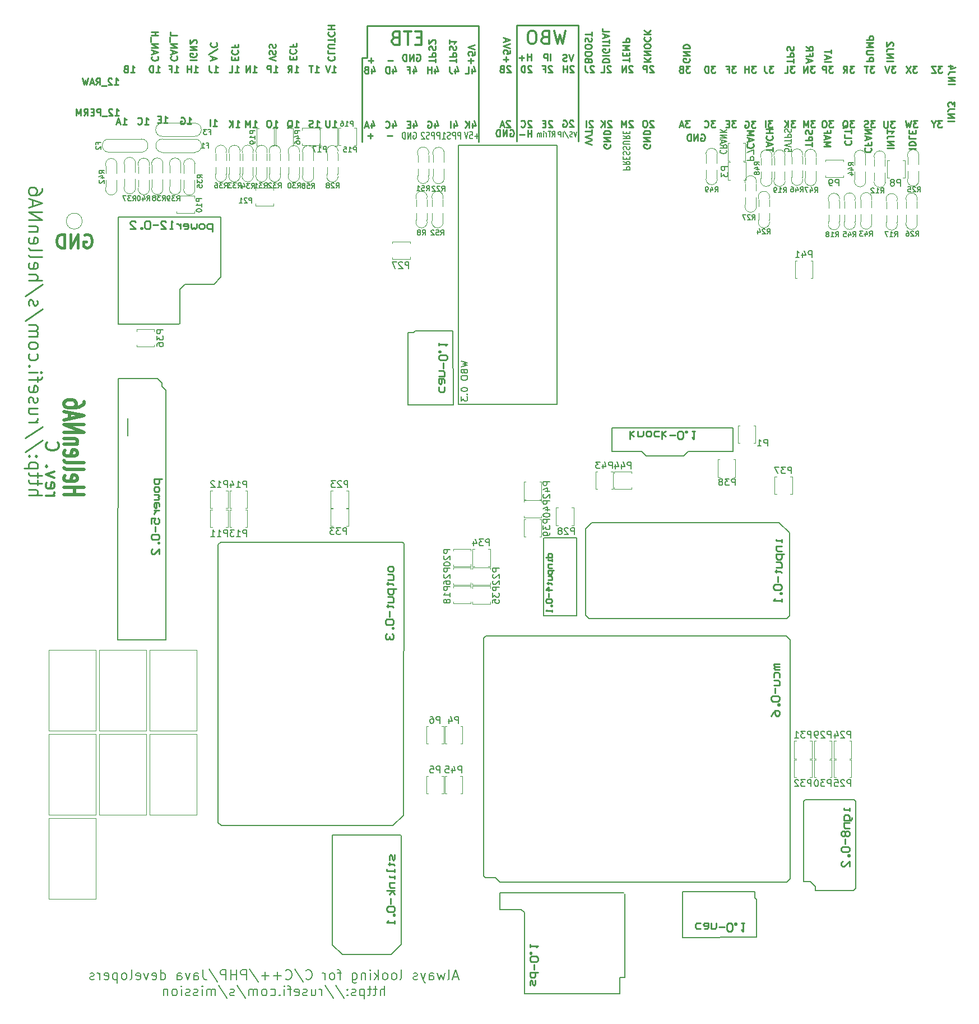
<source format=gbo>
G75*
G70*
%OFA0B0*%
%FSLAX25Y25*%
%IPPOS*%
%LPD*%
%AMOC8*
5,1,8,0,0,1.08239X$1,22.5*
%
%ADD101C,0.01969*%
%ADD107C,0.00984*%
%ADD108C,0.00669*%
%ADD109C,0.00500*%
%ADD110C,0.01181*%
%ADD111C,0.00591*%
%ADD116C,0.00390*%
%ADD117C,0.00472*%
%ADD128C,0.00880*%
%ADD129C,0.01378*%
%ADD130C,0.00807*%
%ADD94C,0.00787*%
%ADD95C,0.01575*%
%ADD96C,0.01000*%
X0000000Y0000000D02*
%LPD*%
G01*
D107*
X0293786Y0592738D02*
X0293786Y0523801D01*
X0330400Y0523801D02*
X0330400Y0592738D01*
X0201975Y0573446D02*
X0201975Y0523407D01*
X0271306Y0523407D02*
X0271306Y0592344D01*
X0201936Y0573643D02*
X0205007Y0573643D01*
X0204967Y0592344D02*
X0204967Y0573604D01*
X0271306Y0592344D02*
X0204967Y0592344D01*
X0330400Y0592738D02*
X0293786Y0592738D01*
D128*
X0083784Y0534865D02*
X0086069Y0534865D01*
X0084926Y0534865D02*
X0084926Y0538865D01*
X0085307Y0538294D01*
X0085688Y0537913D01*
X0086069Y0537722D01*
X0082069Y0536960D02*
X0080736Y0536960D01*
X0080164Y0534865D02*
X0082069Y0534865D01*
X0082069Y0538865D01*
X0080164Y0538865D01*
X0494534Y0568627D02*
X0492058Y0568627D01*
X0493391Y0567104D01*
X0492820Y0567104D01*
X0492439Y0566913D01*
X0492248Y0566723D01*
X0492058Y0566342D01*
X0492058Y0565389D01*
X0492248Y0565008D01*
X0492439Y0564818D01*
X0492820Y0564627D01*
X0493963Y0564627D01*
X0494344Y0564818D01*
X0494534Y0565008D01*
X0488058Y0564627D02*
X0489391Y0566532D01*
X0490344Y0564627D02*
X0490344Y0568627D01*
X0488820Y0568627D01*
X0488439Y0568437D01*
X0488248Y0568247D01*
X0488058Y0567866D01*
X0488058Y0567294D01*
X0488248Y0566913D01*
X0488439Y0566723D01*
X0488820Y0566532D01*
X0490344Y0566532D01*
D129*
X0322939Y0589569D02*
X0321064Y0581695D01*
X0319564Y0587319D01*
X0318064Y0581695D01*
X0316190Y0589569D01*
X0310565Y0585820D02*
X0309440Y0585445D01*
X0309065Y0585070D01*
X0308691Y0584320D01*
X0308691Y0583195D01*
X0309065Y0582445D01*
X0309440Y0582070D01*
X0310190Y0581695D01*
X0313190Y0581695D01*
X0313190Y0589569D01*
X0310565Y0589569D01*
X0309815Y0589194D01*
X0309440Y0588819D01*
X0309065Y0588069D01*
X0309065Y0587319D01*
X0309440Y0586570D01*
X0309815Y0586195D01*
X0310565Y0585820D01*
X0313190Y0585820D01*
X0303816Y0589569D02*
X0302316Y0589569D01*
X0301566Y0589194D01*
X0300817Y0588444D01*
X0300442Y0586945D01*
X0300442Y0584320D01*
X0300817Y0582820D01*
X0301566Y0582070D01*
X0302316Y0581695D01*
X0303816Y0581695D01*
X0304566Y0582070D01*
X0305316Y0582820D01*
X0305691Y0584320D01*
X0305691Y0586945D01*
X0305316Y0588444D01*
X0304566Y0589194D01*
X0303816Y0589569D01*
D128*
X0327457Y0575519D02*
X0326124Y0571519D01*
X0324791Y0575519D01*
X0323648Y0571709D02*
X0323076Y0571519D01*
X0322124Y0571519D01*
X0321743Y0571709D01*
X0321553Y0571900D01*
X0321362Y0572280D01*
X0321362Y0572661D01*
X0321553Y0573042D01*
X0321743Y0573233D01*
X0322124Y0573423D01*
X0322886Y0573614D01*
X0323267Y0573804D01*
X0323457Y0573995D01*
X0323648Y0574376D01*
X0323648Y0574757D01*
X0323457Y0575138D01*
X0323267Y0575328D01*
X0322886Y0575519D01*
X0321933Y0575519D01*
X0321362Y0575328D01*
X0208263Y0527098D02*
X0205215Y0527098D01*
X0206739Y0525574D02*
X0206739Y0528621D01*
X0232389Y0566999D02*
X0232389Y0564332D01*
X0233342Y0568523D02*
X0234294Y0565666D01*
X0231818Y0565666D01*
X0228961Y0566427D02*
X0230294Y0566427D01*
X0230294Y0564332D02*
X0230294Y0568332D01*
X0228389Y0568332D01*
X0482129Y0536127D02*
X0479653Y0536127D01*
X0480987Y0534604D01*
X0480415Y0534604D01*
X0480034Y0534413D01*
X0479844Y0534223D01*
X0479653Y0533842D01*
X0479653Y0532889D01*
X0479844Y0532508D01*
X0480034Y0532318D01*
X0480415Y0532127D01*
X0481558Y0532127D01*
X0481939Y0532318D01*
X0482129Y0532508D01*
X0477177Y0536127D02*
X0476415Y0536127D01*
X0476034Y0535937D01*
X0475653Y0535556D01*
X0475463Y0534794D01*
X0475463Y0533461D01*
X0475653Y0532699D01*
X0476034Y0532318D01*
X0476415Y0532127D01*
X0477177Y0532127D01*
X0477558Y0532318D01*
X0477939Y0532699D01*
X0478129Y0533461D01*
X0478129Y0534794D01*
X0477939Y0535556D01*
X0477558Y0535937D01*
X0477177Y0536127D01*
X0149338Y0532324D02*
X0151624Y0532324D01*
X0150481Y0532324D02*
X0150481Y0536324D01*
X0150862Y0535753D01*
X0151243Y0535372D01*
X0151624Y0535181D01*
X0146862Y0536324D02*
X0146100Y0536324D01*
X0145719Y0536134D01*
X0145338Y0535753D01*
X0145148Y0534991D01*
X0145148Y0533658D01*
X0145338Y0532896D01*
X0145719Y0532515D01*
X0146100Y0532324D01*
X0146862Y0532324D01*
X0147243Y0532515D01*
X0147624Y0532896D01*
X0147814Y0533658D01*
X0147814Y0534991D01*
X0147624Y0535753D01*
X0147243Y0536134D01*
X0146862Y0536324D01*
X0446213Y0517714D02*
X0446213Y0520000D01*
X0442213Y0518857D02*
X0446213Y0518857D01*
X0443356Y0521143D02*
X0443356Y0523048D01*
X0442213Y0520762D02*
X0446213Y0522095D01*
X0442213Y0523429D01*
X0442594Y0527048D02*
X0442403Y0526857D01*
X0442213Y0526286D01*
X0442213Y0525905D01*
X0442403Y0525333D01*
X0442784Y0524952D01*
X0443165Y0524762D01*
X0443927Y0524571D01*
X0444499Y0524571D01*
X0445260Y0524762D01*
X0445641Y0524952D01*
X0446022Y0525333D01*
X0446213Y0525905D01*
X0446213Y0526286D01*
X0446022Y0526857D01*
X0445832Y0527048D01*
X0442213Y0528762D02*
X0446213Y0528762D01*
X0444308Y0528762D02*
X0444308Y0531048D01*
X0442213Y0531048D02*
X0446213Y0531048D01*
X0126362Y0564824D02*
X0128648Y0564824D01*
X0127505Y0564824D02*
X0127505Y0568824D01*
X0127886Y0568253D01*
X0128267Y0567872D01*
X0128648Y0567681D01*
X0122743Y0564824D02*
X0124648Y0564824D01*
X0124648Y0568824D01*
X0446558Y0568627D02*
X0444082Y0568627D01*
X0445415Y0567104D01*
X0444844Y0567104D01*
X0444463Y0566913D01*
X0444272Y0566723D01*
X0444082Y0566342D01*
X0444082Y0565389D01*
X0444272Y0565008D01*
X0444463Y0564818D01*
X0444844Y0564627D01*
X0445987Y0564627D01*
X0446367Y0564818D01*
X0446558Y0565008D01*
X0441225Y0568627D02*
X0441225Y0565770D01*
X0441415Y0565199D01*
X0441796Y0564818D01*
X0442367Y0564627D01*
X0442748Y0564627D01*
X0489326Y0524219D02*
X0489136Y0524028D01*
X0488945Y0523457D01*
X0488945Y0523076D01*
X0489136Y0522504D01*
X0489517Y0522123D01*
X0489898Y0521933D01*
X0490659Y0521742D01*
X0491231Y0521742D01*
X0491993Y0521933D01*
X0492374Y0522123D01*
X0492755Y0522504D01*
X0492945Y0523076D01*
X0492945Y0523457D01*
X0492755Y0524028D01*
X0492564Y0524219D01*
X0488945Y0527838D02*
X0488945Y0525933D01*
X0492945Y0525933D01*
X0492945Y0528600D02*
X0492945Y0530885D01*
X0488945Y0529742D02*
X0492945Y0529742D01*
X0494629Y0536127D02*
X0492153Y0536127D01*
X0493487Y0534604D01*
X0492915Y0534604D01*
X0492534Y0534413D01*
X0492344Y0534223D01*
X0492153Y0533842D01*
X0492153Y0532889D01*
X0492344Y0532508D01*
X0492534Y0532318D01*
X0492915Y0532127D01*
X0494058Y0532127D01*
X0494439Y0532318D01*
X0494629Y0532508D01*
X0487772Y0531747D02*
X0488153Y0531937D01*
X0488534Y0532318D01*
X0489106Y0532889D01*
X0489487Y0533080D01*
X0489867Y0533080D01*
X0489677Y0532127D02*
X0490058Y0532318D01*
X0490439Y0532699D01*
X0490629Y0533461D01*
X0490629Y0534794D01*
X0490439Y0535556D01*
X0490058Y0535937D01*
X0489677Y0536127D01*
X0488915Y0536127D01*
X0488534Y0535937D01*
X0488153Y0535556D01*
X0487963Y0534794D01*
X0487963Y0533461D01*
X0488153Y0532699D01*
X0488534Y0532318D01*
X0488915Y0532127D01*
X0489677Y0532127D01*
X0160824Y0572517D02*
X0160824Y0573850D01*
X0158729Y0574421D02*
X0158729Y0572517D01*
X0162729Y0572517D01*
X0162729Y0574421D01*
X0159110Y0578421D02*
X0158919Y0578231D01*
X0158729Y0577659D01*
X0158729Y0577278D01*
X0158919Y0576707D01*
X0159300Y0576326D01*
X0159681Y0576136D01*
X0160443Y0575945D01*
X0161014Y0575945D01*
X0161776Y0576136D01*
X0162157Y0576326D01*
X0162538Y0576707D01*
X0162729Y0577278D01*
X0162729Y0577659D01*
X0162538Y0578231D01*
X0162348Y0578421D01*
X0160824Y0581469D02*
X0160824Y0580136D01*
X0158729Y0580136D02*
X0162729Y0580136D01*
X0162729Y0582040D01*
X0079243Y0564824D02*
X0081529Y0564824D01*
X0080386Y0564824D02*
X0080386Y0568824D01*
X0080767Y0568253D01*
X0081148Y0567872D01*
X0081529Y0567681D01*
X0077529Y0564824D02*
X0077529Y0568824D01*
X0076576Y0568824D01*
X0076005Y0568634D01*
X0075624Y0568253D01*
X0075433Y0567872D01*
X0075243Y0567110D01*
X0075243Y0566539D01*
X0075433Y0565777D01*
X0075624Y0565396D01*
X0076005Y0565015D01*
X0076576Y0564824D01*
X0077529Y0564824D01*
D94*
X0271379Y0526901D02*
X0268979Y0526901D01*
X0270179Y0525377D02*
X0270179Y0528424D01*
X0265980Y0529377D02*
X0267479Y0529377D01*
X0267629Y0527472D01*
X0267479Y0527663D01*
X0267179Y0527853D01*
X0266430Y0527853D01*
X0266130Y0527663D01*
X0265980Y0527472D01*
X0265830Y0527091D01*
X0265830Y0526139D01*
X0265980Y0525758D01*
X0266130Y0525567D01*
X0266430Y0525377D01*
X0267179Y0525377D01*
X0267479Y0525567D01*
X0267629Y0525758D01*
X0264930Y0529377D02*
X0263880Y0525377D01*
X0262830Y0529377D01*
D128*
X0360977Y0571051D02*
X0360977Y0573336D01*
X0356977Y0572194D02*
X0360977Y0572194D01*
X0359072Y0574670D02*
X0359072Y0576003D01*
X0356977Y0576574D02*
X0356977Y0574670D01*
X0360977Y0574670D01*
X0360977Y0576574D01*
X0356977Y0578289D02*
X0360977Y0578289D01*
X0358119Y0579622D01*
X0360977Y0580955D01*
X0356977Y0580955D01*
X0356977Y0582860D02*
X0360977Y0582860D01*
X0360977Y0584384D01*
X0360786Y0584765D01*
X0360596Y0584955D01*
X0360215Y0585146D01*
X0359643Y0585146D01*
X0359262Y0584955D01*
X0359072Y0584765D01*
X0358881Y0584384D01*
X0358881Y0582860D01*
D94*
X0260563Y0525298D02*
X0260563Y0529298D01*
X0259364Y0529298D01*
X0259064Y0529108D01*
X0258914Y0528917D01*
X0258764Y0528536D01*
X0258764Y0527965D01*
X0258914Y0527584D01*
X0259064Y0527393D01*
X0259364Y0527203D01*
X0260563Y0527203D01*
X0257414Y0525298D02*
X0257414Y0529298D01*
X0256214Y0529298D01*
X0255914Y0529108D01*
X0255764Y0528917D01*
X0255614Y0528536D01*
X0255614Y0527965D01*
X0255764Y0527584D01*
X0255914Y0527393D01*
X0256214Y0527203D01*
X0257414Y0527203D01*
X0254414Y0525489D02*
X0253964Y0525298D01*
X0253214Y0525298D01*
X0252914Y0525489D01*
X0252764Y0525679D01*
X0252614Y0526060D01*
X0252614Y0526441D01*
X0252764Y0526822D01*
X0252914Y0527012D01*
X0253214Y0527203D01*
X0253814Y0527393D01*
X0254114Y0527584D01*
X0254264Y0527774D01*
X0254414Y0528155D01*
X0254414Y0528536D01*
X0254264Y0528917D01*
X0254114Y0529108D01*
X0253814Y0529298D01*
X0253064Y0529298D01*
X0252614Y0529108D01*
X0249615Y0525298D02*
X0251415Y0525298D01*
X0250515Y0525298D02*
X0250515Y0529298D01*
X0250815Y0528727D01*
X0251115Y0528346D01*
X0251415Y0528155D01*
D128*
X0397034Y0568627D02*
X0394558Y0568627D01*
X0395891Y0567104D01*
X0395320Y0567104D01*
X0394939Y0566913D01*
X0394748Y0566723D01*
X0394558Y0566342D01*
X0394558Y0565389D01*
X0394748Y0565008D01*
X0394939Y0564818D01*
X0395320Y0564627D01*
X0396463Y0564627D01*
X0396844Y0564818D01*
X0397034Y0565008D01*
X0391510Y0566723D02*
X0390939Y0566532D01*
X0390748Y0566342D01*
X0390558Y0565961D01*
X0390558Y0565389D01*
X0390748Y0565008D01*
X0390939Y0564818D01*
X0391320Y0564627D01*
X0392844Y0564627D01*
X0392844Y0568627D01*
X0391510Y0568627D01*
X0391129Y0568437D01*
X0390939Y0568247D01*
X0390748Y0567866D01*
X0390748Y0567485D01*
X0390939Y0567104D01*
X0391129Y0566913D01*
X0391510Y0566723D01*
X0392844Y0566723D01*
X0267675Y0534499D02*
X0267675Y0531832D01*
X0268627Y0536023D02*
X0269580Y0533166D01*
X0267104Y0533166D01*
X0265580Y0531832D02*
X0265580Y0535832D01*
X0263294Y0531832D02*
X0265008Y0534118D01*
X0263294Y0535832D02*
X0265580Y0533546D01*
D111*
X0329652Y0529600D02*
X0328734Y0526451D01*
X0327815Y0529600D01*
X0327028Y0526601D02*
X0326634Y0526451D01*
X0325978Y0526451D01*
X0325715Y0526601D01*
X0325584Y0526750D01*
X0325453Y0527050D01*
X0325453Y0527350D01*
X0325584Y0527650D01*
X0325715Y0527800D01*
X0325978Y0527950D01*
X0326503Y0528100D01*
X0326765Y0528250D01*
X0326896Y0528400D01*
X0327028Y0528700D01*
X0327028Y0529000D01*
X0326896Y0529300D01*
X0326765Y0529450D01*
X0326503Y0529600D01*
X0325847Y0529600D01*
X0325453Y0529450D01*
X0322303Y0529750D02*
X0324665Y0525701D01*
X0321385Y0526451D02*
X0321385Y0529600D01*
X0320072Y0526451D02*
X0320072Y0529600D01*
X0319022Y0529600D01*
X0318760Y0529450D01*
X0318629Y0529300D01*
X0318497Y0529000D01*
X0318497Y0528550D01*
X0318629Y0528250D01*
X0318760Y0528100D01*
X0319022Y0527950D01*
X0320072Y0527950D01*
D128*
X0403546Y0527907D02*
X0403927Y0528097D01*
X0404499Y0528097D01*
X0405070Y0527907D01*
X0405451Y0527526D01*
X0405642Y0527145D01*
X0405832Y0526383D01*
X0405832Y0525812D01*
X0405642Y0525050D01*
X0405451Y0524669D01*
X0405070Y0524288D01*
X0404499Y0524097D01*
X0404118Y0524097D01*
X0403546Y0524288D01*
X0403356Y0524478D01*
X0403356Y0525812D01*
X0404118Y0525812D01*
X0401642Y0524097D02*
X0401642Y0528097D01*
X0399356Y0524097D01*
X0399356Y0528097D01*
X0397451Y0524097D02*
X0397451Y0528097D01*
X0396499Y0528097D01*
X0395927Y0527907D01*
X0395546Y0527526D01*
X0395356Y0527145D01*
X0395165Y0526383D01*
X0395165Y0525812D01*
X0395356Y0525050D01*
X0395546Y0524669D01*
X0395927Y0524288D01*
X0396499Y0524097D01*
X0397451Y0524097D01*
D94*
X0357213Y0506894D02*
X0361213Y0506894D01*
X0361213Y0508094D01*
X0361022Y0508394D01*
X0360832Y0508544D01*
X0360451Y0508694D01*
X0359880Y0508694D01*
X0359499Y0508544D01*
X0359308Y0508394D01*
X0359118Y0508094D01*
X0359118Y0506894D01*
X0357213Y0511843D02*
X0359118Y0510793D01*
X0357213Y0510044D02*
X0361213Y0510044D01*
X0361213Y0511243D01*
X0361022Y0511543D01*
X0360832Y0511693D01*
X0360451Y0511843D01*
X0359880Y0511843D01*
X0359499Y0511693D01*
X0359308Y0511543D01*
X0359118Y0511243D01*
X0359118Y0510044D01*
X0359308Y0513193D02*
X0359308Y0514243D01*
X0357213Y0514693D02*
X0357213Y0513193D01*
X0361213Y0513193D01*
X0361213Y0514693D01*
X0357403Y0515893D02*
X0357213Y0516343D01*
X0357213Y0517093D01*
X0357403Y0517393D01*
X0357594Y0517543D01*
X0357975Y0517693D01*
X0358356Y0517693D01*
X0358737Y0517543D01*
X0358927Y0517393D01*
X0359118Y0517093D01*
X0359308Y0516493D01*
X0359499Y0516193D01*
X0359689Y0516043D01*
X0360070Y0515893D01*
X0360451Y0515893D01*
X0360832Y0516043D01*
X0361022Y0516193D01*
X0361213Y0516493D01*
X0361213Y0517243D01*
X0361022Y0517693D01*
X0357403Y0518892D02*
X0357213Y0519342D01*
X0357213Y0520092D01*
X0357403Y0520392D01*
X0357594Y0520542D01*
X0357975Y0520692D01*
X0358356Y0520692D01*
X0358737Y0520542D01*
X0358927Y0520392D01*
X0359118Y0520092D01*
X0359308Y0519492D01*
X0359499Y0519192D01*
X0359689Y0519042D01*
X0360070Y0518892D01*
X0360451Y0518892D01*
X0360832Y0519042D01*
X0361022Y0519192D01*
X0361213Y0519492D01*
X0361213Y0520242D01*
X0361022Y0520692D01*
X0361213Y0522042D02*
X0357975Y0522042D01*
X0357594Y0522192D01*
X0357403Y0522342D01*
X0357213Y0522642D01*
X0357213Y0523242D01*
X0357403Y0523542D01*
X0357594Y0523692D01*
X0357975Y0523842D01*
X0361213Y0523842D01*
X0357213Y0527141D02*
X0359118Y0526092D01*
X0357213Y0525342D02*
X0361213Y0525342D01*
X0361213Y0526541D01*
X0361022Y0526841D01*
X0360832Y0526991D01*
X0360451Y0527141D01*
X0359880Y0527141D01*
X0359499Y0526991D01*
X0359308Y0526841D01*
X0359118Y0526541D01*
X0359118Y0525342D01*
X0359308Y0528491D02*
X0359308Y0529541D01*
X0357213Y0529991D02*
X0357213Y0528491D01*
X0361213Y0528491D01*
X0361213Y0529991D01*
D128*
X0349408Y0521934D02*
X0349599Y0521553D01*
X0349599Y0520982D01*
X0349408Y0520410D01*
X0349027Y0520029D01*
X0348646Y0519839D01*
X0347884Y0519648D01*
X0347313Y0519648D01*
X0346551Y0519839D01*
X0346170Y0520029D01*
X0345789Y0520410D01*
X0345599Y0520982D01*
X0345599Y0521363D01*
X0345789Y0521934D01*
X0345980Y0522125D01*
X0347313Y0522125D01*
X0347313Y0521363D01*
X0345599Y0523839D02*
X0349599Y0523839D01*
X0345599Y0526125D01*
X0349599Y0526125D01*
X0345599Y0528029D02*
X0349599Y0528029D01*
X0349599Y0528982D01*
X0349408Y0529553D01*
X0349027Y0529934D01*
X0348646Y0530125D01*
X0347884Y0530315D01*
X0347313Y0530315D01*
X0346551Y0530125D01*
X0346170Y0529934D01*
X0345789Y0529553D01*
X0345599Y0528982D01*
X0345599Y0528029D01*
X0506939Y0536127D02*
X0504463Y0536127D01*
X0505796Y0534604D01*
X0505225Y0534604D01*
X0504844Y0534413D01*
X0504653Y0534223D01*
X0504463Y0533842D01*
X0504463Y0532889D01*
X0504653Y0532508D01*
X0504844Y0532318D01*
X0505225Y0532127D01*
X0506367Y0532127D01*
X0506748Y0532318D01*
X0506939Y0532508D01*
X0502939Y0532318D02*
X0502367Y0532127D01*
X0501415Y0532127D01*
X0501034Y0532318D01*
X0500844Y0532508D01*
X0500653Y0532889D01*
X0500653Y0533270D01*
X0500844Y0533651D01*
X0501034Y0533842D01*
X0501415Y0534032D01*
X0502177Y0534223D01*
X0502558Y0534413D01*
X0502748Y0534604D01*
X0502939Y0534985D01*
X0502939Y0535366D01*
X0502748Y0535747D01*
X0502558Y0535937D01*
X0502177Y0536127D01*
X0501225Y0536127D01*
X0500653Y0535937D01*
X0532320Y0536127D02*
X0529844Y0536127D01*
X0531177Y0534604D01*
X0530606Y0534604D01*
X0530225Y0534413D01*
X0530034Y0534223D01*
X0529844Y0533842D01*
X0529844Y0532889D01*
X0530034Y0532508D01*
X0530225Y0532318D01*
X0530606Y0532127D01*
X0531748Y0532127D01*
X0532129Y0532318D01*
X0532320Y0532508D01*
X0528510Y0536127D02*
X0527558Y0532127D01*
X0526796Y0534985D01*
X0526034Y0532127D01*
X0525082Y0536127D01*
X0459534Y0536127D02*
X0457058Y0536127D01*
X0458391Y0534604D01*
X0457820Y0534604D01*
X0457439Y0534413D01*
X0457248Y0534223D01*
X0457058Y0533842D01*
X0457058Y0532889D01*
X0457248Y0532508D01*
X0457439Y0532318D01*
X0457820Y0532127D01*
X0458963Y0532127D01*
X0459344Y0532318D01*
X0459534Y0532508D01*
X0455344Y0532127D02*
X0455344Y0536127D01*
X0453058Y0532127D02*
X0454772Y0534413D01*
X0453058Y0536127D02*
X0455344Y0533842D01*
X0327785Y0568443D02*
X0327595Y0568634D01*
X0327214Y0568824D01*
X0326262Y0568824D01*
X0325881Y0568634D01*
X0325690Y0568443D01*
X0325500Y0568062D01*
X0325500Y0567681D01*
X0325690Y0567110D01*
X0327976Y0564824D01*
X0325500Y0564824D01*
X0323785Y0564824D02*
X0323785Y0568824D01*
X0323785Y0566920D02*
X0321500Y0566920D01*
X0321500Y0564824D02*
X0321500Y0568824D01*
X0550362Y0535836D02*
X0554362Y0535836D01*
X0550362Y0537741D02*
X0554362Y0537741D01*
X0550362Y0540026D01*
X0554362Y0540026D01*
X0554362Y0543074D02*
X0551505Y0543074D01*
X0550934Y0542883D01*
X0550553Y0542502D01*
X0550362Y0541931D01*
X0550362Y0541550D01*
X0554362Y0544598D02*
X0554362Y0547074D01*
X0552839Y0545741D01*
X0552839Y0546312D01*
X0552648Y0546693D01*
X0552458Y0546883D01*
X0552077Y0547074D01*
X0551124Y0547074D01*
X0550743Y0546883D01*
X0550553Y0546693D01*
X0550362Y0546312D01*
X0550362Y0545169D01*
X0550553Y0544788D01*
X0550743Y0544598D01*
X0126316Y0572103D02*
X0126316Y0573436D01*
X0124221Y0574008D02*
X0124221Y0572103D01*
X0128221Y0572103D01*
X0128221Y0574008D01*
X0124602Y0578008D02*
X0124411Y0577817D01*
X0124221Y0577246D01*
X0124221Y0576865D01*
X0124411Y0576294D01*
X0124792Y0575913D01*
X0125173Y0575722D01*
X0125935Y0575532D01*
X0126506Y0575532D01*
X0127268Y0575722D01*
X0127649Y0575913D01*
X0128030Y0576294D01*
X0128221Y0576865D01*
X0128221Y0577246D01*
X0128030Y0577817D01*
X0127840Y0578008D01*
X0126316Y0581056D02*
X0126316Y0579722D01*
X0124221Y0579722D02*
X0128221Y0579722D01*
X0128221Y0581627D01*
X0436010Y0535950D02*
X0433534Y0535950D01*
X0434868Y0534427D01*
X0434296Y0534427D01*
X0433915Y0534236D01*
X0433725Y0534046D01*
X0433534Y0533665D01*
X0433534Y0532712D01*
X0433725Y0532331D01*
X0433915Y0532141D01*
X0434296Y0531950D01*
X0435439Y0531950D01*
X0435820Y0532141D01*
X0436010Y0532331D01*
X0429725Y0535760D02*
X0430106Y0535950D01*
X0430677Y0535950D01*
X0431249Y0535760D01*
X0431630Y0535379D01*
X0431820Y0534998D01*
X0432010Y0534236D01*
X0432010Y0533665D01*
X0431820Y0532903D01*
X0431630Y0532522D01*
X0431249Y0532141D01*
X0430677Y0531950D01*
X0430296Y0531950D01*
X0429725Y0532141D01*
X0429534Y0532331D01*
X0429534Y0533665D01*
X0430296Y0533665D01*
X0220231Y0571940D02*
X0217184Y0571940D01*
X0501176Y0519909D02*
X0500986Y0519718D01*
X0500796Y0519147D01*
X0500796Y0518766D01*
X0500986Y0518194D01*
X0501367Y0517813D01*
X0501748Y0517623D01*
X0502510Y0517432D01*
X0503081Y0517432D01*
X0503843Y0517623D01*
X0504224Y0517813D01*
X0504605Y0518194D01*
X0504796Y0518766D01*
X0504796Y0519147D01*
X0504605Y0519718D01*
X0504415Y0519909D01*
X0502891Y0522956D02*
X0502891Y0521623D01*
X0500796Y0521623D02*
X0504796Y0521623D01*
X0504796Y0523528D01*
X0501938Y0524861D02*
X0501938Y0526766D01*
X0500796Y0524480D02*
X0504796Y0525813D01*
X0500796Y0527147D01*
X0500796Y0528480D02*
X0504796Y0528480D01*
X0500796Y0530766D01*
X0504796Y0530766D01*
X0173767Y0564824D02*
X0176052Y0564824D01*
X0174910Y0564824D02*
X0174910Y0568824D01*
X0175291Y0568253D01*
X0175672Y0567872D01*
X0176052Y0567681D01*
X0172624Y0568824D02*
X0170338Y0568824D01*
X0171481Y0564824D02*
X0171481Y0568824D01*
X0471336Y0536127D02*
X0468859Y0536127D01*
X0470193Y0534604D01*
X0469621Y0534604D01*
X0469240Y0534413D01*
X0469050Y0534223D01*
X0468859Y0533842D01*
X0468859Y0532889D01*
X0469050Y0532508D01*
X0469240Y0532318D01*
X0469621Y0532127D01*
X0470764Y0532127D01*
X0471145Y0532318D01*
X0471336Y0532508D01*
X0467145Y0532127D02*
X0467145Y0536127D01*
X0465812Y0533270D01*
X0464478Y0536127D01*
X0464478Y0532127D01*
D101*
X0024585Y0313819D02*
X0036396Y0313819D01*
X0030772Y0313819D02*
X0030772Y0318319D01*
X0024585Y0318319D02*
X0036396Y0318319D01*
X0025147Y0325068D02*
X0024585Y0324318D01*
X0024585Y0322818D01*
X0025147Y0322068D01*
X0026272Y0321693D01*
X0030772Y0321693D01*
X0031896Y0322068D01*
X0032459Y0322818D01*
X0032459Y0324318D01*
X0031896Y0325068D01*
X0030772Y0325443D01*
X0029647Y0325443D01*
X0028522Y0321693D01*
X0024585Y0329942D02*
X0025147Y0329192D01*
X0026272Y0328817D01*
X0036396Y0328817D01*
X0024585Y0334067D02*
X0025147Y0333317D01*
X0026272Y0332942D01*
X0036396Y0332942D01*
X0025147Y0340066D02*
X0024585Y0339316D01*
X0024585Y0337816D01*
X0025147Y0337066D01*
X0026272Y0336691D01*
X0030772Y0336691D01*
X0031896Y0337066D01*
X0032459Y0337816D01*
X0032459Y0339316D01*
X0031896Y0340066D01*
X0030772Y0340441D01*
X0029647Y0340441D01*
X0028522Y0336691D01*
X0032459Y0343816D02*
X0024585Y0343816D01*
X0031334Y0343816D02*
X0031896Y0344191D01*
X0032459Y0344940D01*
X0032459Y0346065D01*
X0031896Y0346815D01*
X0030772Y0347190D01*
X0024585Y0347190D01*
X0024585Y0350940D02*
X0036396Y0350940D01*
X0024585Y0355439D01*
X0036396Y0355439D01*
X0027959Y0358814D02*
X0027959Y0362563D01*
X0024585Y0358064D02*
X0036396Y0360688D01*
X0024585Y0363313D01*
X0036396Y0369312D02*
X0036396Y0367813D01*
X0035833Y0367063D01*
X0035271Y0366688D01*
X0033584Y0365938D01*
X0031334Y0365563D01*
X0026835Y0365563D01*
X0025710Y0365938D01*
X0025147Y0366313D01*
X0024585Y0367063D01*
X0024585Y0368562D01*
X0025147Y0369312D01*
X0025710Y0369687D01*
X0026835Y0370062D01*
X0029647Y0370062D01*
X0030772Y0369687D01*
X0031334Y0369312D01*
X0031896Y0368562D01*
X0031896Y0367063D01*
X0031334Y0366313D01*
X0030772Y0365938D01*
X0029647Y0365563D01*
D128*
X0369536Y0571137D02*
X0373536Y0571137D01*
X0369536Y0573423D02*
X0371821Y0571709D01*
X0373536Y0573423D02*
X0371250Y0571137D01*
X0369536Y0575137D02*
X0373536Y0575137D01*
X0369536Y0577423D01*
X0373536Y0577423D01*
X0373536Y0580090D02*
X0373536Y0580852D01*
X0373345Y0581232D01*
X0372964Y0581613D01*
X0372202Y0581804D01*
X0370869Y0581804D01*
X0370107Y0581613D01*
X0369726Y0581232D01*
X0369536Y0580852D01*
X0369536Y0580090D01*
X0369726Y0579709D01*
X0370107Y0579328D01*
X0370869Y0579137D01*
X0372202Y0579137D01*
X0372964Y0579328D01*
X0373345Y0579709D01*
X0373536Y0580090D01*
X0369917Y0585804D02*
X0369726Y0585613D01*
X0369536Y0585042D01*
X0369536Y0584661D01*
X0369726Y0584090D01*
X0370107Y0583709D01*
X0370488Y0583518D01*
X0371250Y0583328D01*
X0371821Y0583328D01*
X0372583Y0583518D01*
X0372964Y0583709D01*
X0373345Y0584090D01*
X0373536Y0584661D01*
X0373536Y0585042D01*
X0373345Y0585613D01*
X0373155Y0585804D01*
X0369536Y0587518D02*
X0373536Y0587518D01*
X0369536Y0589804D02*
X0371821Y0588090D01*
X0373536Y0589804D02*
X0371250Y0587518D01*
X0245701Y0570706D02*
X0245701Y0572992D01*
X0241701Y0571849D02*
X0245701Y0571849D01*
X0241701Y0574325D02*
X0245701Y0574325D01*
X0245701Y0575849D01*
X0245511Y0576230D01*
X0245320Y0576421D01*
X0244939Y0576611D01*
X0244368Y0576611D01*
X0243987Y0576421D01*
X0243796Y0576230D01*
X0243606Y0575849D01*
X0243606Y0574325D01*
X0241892Y0578135D02*
X0241701Y0578706D01*
X0241701Y0579659D01*
X0241892Y0580040D01*
X0242082Y0580230D01*
X0242463Y0580421D01*
X0242844Y0580421D01*
X0243225Y0580230D01*
X0243415Y0580040D01*
X0243606Y0579659D01*
X0243796Y0578897D01*
X0243987Y0578516D01*
X0244177Y0578325D01*
X0244558Y0578135D01*
X0244939Y0578135D01*
X0245320Y0578325D01*
X0245511Y0578516D01*
X0245701Y0578897D01*
X0245701Y0579849D01*
X0245511Y0580421D01*
X0245320Y0581945D02*
X0245511Y0582135D01*
X0245701Y0582516D01*
X0245701Y0583468D01*
X0245511Y0583849D01*
X0245320Y0584040D01*
X0244939Y0584230D01*
X0244558Y0584230D01*
X0243987Y0584040D01*
X0241701Y0581754D01*
X0241701Y0584230D01*
X0245175Y0534499D02*
X0245175Y0531832D01*
X0246127Y0536023D02*
X0247080Y0533166D01*
X0244604Y0533166D01*
X0240985Y0535642D02*
X0241366Y0535832D01*
X0241937Y0535832D01*
X0242508Y0535642D01*
X0242889Y0535261D01*
X0243080Y0534880D01*
X0243270Y0534118D01*
X0243270Y0533546D01*
X0243080Y0532785D01*
X0242889Y0532404D01*
X0242508Y0532023D01*
X0241937Y0531832D01*
X0241556Y0531832D01*
X0240985Y0532023D01*
X0240794Y0532213D01*
X0240794Y0533546D01*
X0241556Y0533546D01*
X0445987Y0536127D02*
X0443510Y0536127D01*
X0444844Y0534604D01*
X0444272Y0534604D01*
X0443891Y0534413D01*
X0443701Y0534223D01*
X0443510Y0533842D01*
X0443510Y0532889D01*
X0443701Y0532508D01*
X0443891Y0532318D01*
X0444272Y0532127D01*
X0445415Y0532127D01*
X0445796Y0532318D01*
X0445987Y0532508D01*
X0441796Y0532127D02*
X0441796Y0536127D01*
X0336473Y0572176D02*
X0336283Y0572747D01*
X0336092Y0572938D01*
X0335712Y0573128D01*
X0335140Y0573128D01*
X0334759Y0572938D01*
X0334569Y0572747D01*
X0334378Y0572366D01*
X0334378Y0570843D01*
X0338378Y0570843D01*
X0338378Y0572176D01*
X0338188Y0572557D01*
X0337997Y0572747D01*
X0337616Y0572938D01*
X0337235Y0572938D01*
X0336854Y0572747D01*
X0336664Y0572557D01*
X0336473Y0572176D01*
X0336473Y0570843D01*
X0338378Y0575604D02*
X0338378Y0576366D01*
X0338188Y0576747D01*
X0337807Y0577128D01*
X0337045Y0577319D01*
X0335712Y0577319D01*
X0334950Y0577128D01*
X0334569Y0576747D01*
X0334378Y0576366D01*
X0334378Y0575604D01*
X0334569Y0575224D01*
X0334950Y0574843D01*
X0335712Y0574652D01*
X0337045Y0574652D01*
X0337807Y0574843D01*
X0338188Y0575224D01*
X0338378Y0575604D01*
X0338378Y0579795D02*
X0338378Y0580557D01*
X0338188Y0580938D01*
X0337807Y0581319D01*
X0337045Y0581509D01*
X0335712Y0581509D01*
X0334950Y0581319D01*
X0334569Y0580938D01*
X0334378Y0580557D01*
X0334378Y0579795D01*
X0334569Y0579414D01*
X0334950Y0579033D01*
X0335712Y0578843D01*
X0337045Y0578843D01*
X0337807Y0579033D01*
X0338188Y0579414D01*
X0338378Y0579795D01*
X0334569Y0583033D02*
X0334378Y0583604D01*
X0334378Y0584557D01*
X0334569Y0584938D01*
X0334759Y0585128D01*
X0335140Y0585319D01*
X0335521Y0585319D01*
X0335902Y0585128D01*
X0336092Y0584938D01*
X0336283Y0584557D01*
X0336473Y0583795D01*
X0336664Y0583414D01*
X0336854Y0583224D01*
X0337235Y0583033D01*
X0337616Y0583033D01*
X0337997Y0583224D01*
X0338188Y0583414D01*
X0338378Y0583795D01*
X0338378Y0584747D01*
X0338188Y0585319D01*
X0338378Y0586462D02*
X0338378Y0588747D01*
X0334378Y0587604D02*
X0338378Y0587604D01*
D94*
X0259048Y0027216D02*
X0256236Y0027216D01*
X0259610Y0025529D02*
X0257642Y0031434D01*
X0255673Y0025529D01*
X0252861Y0025529D02*
X0253423Y0025810D01*
X0253705Y0026372D01*
X0253705Y0031434D01*
X0251174Y0029466D02*
X0250049Y0025529D01*
X0248924Y0028341D01*
X0247799Y0025529D01*
X0246674Y0029466D01*
X0241894Y0025529D02*
X0241894Y0028622D01*
X0242175Y0029184D01*
X0242737Y0029466D01*
X0243862Y0029466D01*
X0244424Y0029184D01*
X0241894Y0025810D02*
X0242456Y0025529D01*
X0243862Y0025529D01*
X0244424Y0025810D01*
X0244706Y0026372D01*
X0244706Y0026935D01*
X0244424Y0027497D01*
X0243862Y0027778D01*
X0242456Y0027778D01*
X0241894Y0028060D01*
X0239644Y0029466D02*
X0238238Y0025529D01*
X0236832Y0029466D02*
X0238238Y0025529D01*
X0238800Y0024123D01*
X0239081Y0023841D01*
X0239644Y0023560D01*
X0234863Y0025810D02*
X0234301Y0025529D01*
X0233176Y0025529D01*
X0232613Y0025810D01*
X0232332Y0026372D01*
X0232332Y0026653D01*
X0232613Y0027216D01*
X0233176Y0027497D01*
X0234020Y0027497D01*
X0234582Y0027778D01*
X0234863Y0028341D01*
X0234863Y0028622D01*
X0234582Y0029184D01*
X0234020Y0029466D01*
X0233176Y0029466D01*
X0232613Y0029184D01*
X0224458Y0025529D02*
X0225021Y0025810D01*
X0225302Y0026372D01*
X0225302Y0031434D01*
X0221365Y0025529D02*
X0221927Y0025810D01*
X0222209Y0026091D01*
X0222490Y0026653D01*
X0222490Y0028341D01*
X0222209Y0028903D01*
X0221927Y0029184D01*
X0221365Y0029466D01*
X0220521Y0029466D01*
X0219959Y0029184D01*
X0219678Y0028903D01*
X0219396Y0028341D01*
X0219396Y0026653D01*
X0219678Y0026091D01*
X0219959Y0025810D01*
X0220521Y0025529D01*
X0221365Y0025529D01*
X0216022Y0025529D02*
X0216584Y0025810D01*
X0216865Y0026091D01*
X0217147Y0026653D01*
X0217147Y0028341D01*
X0216865Y0028903D01*
X0216584Y0029184D01*
X0216022Y0029466D01*
X0215178Y0029466D01*
X0214616Y0029184D01*
X0214335Y0028903D01*
X0214053Y0028341D01*
X0214053Y0026653D01*
X0214335Y0026091D01*
X0214616Y0025810D01*
X0215178Y0025529D01*
X0216022Y0025529D01*
X0211522Y0025529D02*
X0211522Y0031434D01*
X0210960Y0027778D02*
X0209273Y0025529D01*
X0209273Y0029466D02*
X0211522Y0027216D01*
X0206742Y0025529D02*
X0206742Y0029466D01*
X0206742Y0031434D02*
X0207023Y0031153D01*
X0206742Y0030872D01*
X0206460Y0031153D01*
X0206742Y0031434D01*
X0206742Y0030872D01*
X0203930Y0029466D02*
X0203930Y0025529D01*
X0203930Y0028903D02*
X0203648Y0029184D01*
X0203086Y0029466D01*
X0202242Y0029466D01*
X0201680Y0029184D01*
X0201399Y0028622D01*
X0201399Y0025529D01*
X0196056Y0029466D02*
X0196056Y0024685D01*
X0196337Y0024123D01*
X0196618Y0023841D01*
X0197180Y0023560D01*
X0198024Y0023560D01*
X0198586Y0023841D01*
X0196056Y0025810D02*
X0196618Y0025529D01*
X0197743Y0025529D01*
X0198305Y0025810D01*
X0198586Y0026091D01*
X0198868Y0026653D01*
X0198868Y0028341D01*
X0198586Y0028903D01*
X0198305Y0029184D01*
X0197743Y0029466D01*
X0196618Y0029466D01*
X0196056Y0029184D01*
X0189588Y0029466D02*
X0187338Y0029466D01*
X0188744Y0025529D02*
X0188744Y0030590D01*
X0188463Y0031153D01*
X0187900Y0031434D01*
X0187338Y0031434D01*
X0184526Y0025529D02*
X0185088Y0025810D01*
X0185369Y0026091D01*
X0185651Y0026653D01*
X0185651Y0028341D01*
X0185369Y0028903D01*
X0185088Y0029184D01*
X0184526Y0029466D01*
X0183682Y0029466D01*
X0183120Y0029184D01*
X0182838Y0028903D01*
X0182557Y0028341D01*
X0182557Y0026653D01*
X0182838Y0026091D01*
X0183120Y0025810D01*
X0183682Y0025529D01*
X0184526Y0025529D01*
X0180026Y0025529D02*
X0180026Y0029466D01*
X0180026Y0028341D02*
X0179745Y0028903D01*
X0179464Y0029184D01*
X0178901Y0029466D01*
X0178339Y0029466D01*
X0168496Y0026091D02*
X0168778Y0025810D01*
X0169621Y0025529D01*
X0170184Y0025529D01*
X0171027Y0025810D01*
X0171590Y0026372D01*
X0171871Y0026935D01*
X0172152Y0028060D01*
X0172152Y0028903D01*
X0171871Y0030028D01*
X0171590Y0030590D01*
X0171027Y0031153D01*
X0170184Y0031434D01*
X0169621Y0031434D01*
X0168778Y0031153D01*
X0168496Y0030872D01*
X0161747Y0031715D02*
X0166809Y0024123D01*
X0156404Y0026091D02*
X0156685Y0025810D01*
X0157529Y0025529D01*
X0158092Y0025529D01*
X0158935Y0025810D01*
X0159498Y0026372D01*
X0159779Y0026935D01*
X0160060Y0028060D01*
X0160060Y0028903D01*
X0159779Y0030028D01*
X0159498Y0030590D01*
X0158935Y0031153D01*
X0158092Y0031434D01*
X0157529Y0031434D01*
X0156685Y0031153D01*
X0156404Y0030872D01*
X0153873Y0027778D02*
X0149374Y0027778D01*
X0151624Y0025529D02*
X0151624Y0030028D01*
X0146562Y0027778D02*
X0142062Y0027778D01*
X0144312Y0025529D02*
X0144312Y0030028D01*
X0135032Y0031715D02*
X0140094Y0024123D01*
X0133063Y0025529D02*
X0133063Y0031434D01*
X0130814Y0031434D01*
X0130251Y0031153D01*
X0129970Y0030872D01*
X0129689Y0030309D01*
X0129689Y0029466D01*
X0129970Y0028903D01*
X0130251Y0028622D01*
X0130814Y0028341D01*
X0133063Y0028341D01*
X0127158Y0025529D02*
X0127158Y0031434D01*
X0127158Y0028622D02*
X0123783Y0028622D01*
X0123783Y0025529D02*
X0123783Y0031434D01*
X0120971Y0025529D02*
X0120971Y0031434D01*
X0118721Y0031434D01*
X0118159Y0031153D01*
X0117878Y0030872D01*
X0117597Y0030309D01*
X0117597Y0029466D01*
X0117878Y0028903D01*
X0118159Y0028622D01*
X0118721Y0028341D01*
X0120971Y0028341D01*
X0110847Y0031715D02*
X0115909Y0024123D01*
X0107192Y0031434D02*
X0107192Y0027216D01*
X0107473Y0026372D01*
X0108035Y0025810D01*
X0108879Y0025529D01*
X0109441Y0025529D01*
X0101849Y0025529D02*
X0101849Y0028622D01*
X0102130Y0029184D01*
X0102692Y0029466D01*
X0103817Y0029466D01*
X0104380Y0029184D01*
X0101849Y0025810D02*
X0102411Y0025529D01*
X0103817Y0025529D01*
X0104380Y0025810D01*
X0104661Y0026372D01*
X0104661Y0026935D01*
X0104380Y0027497D01*
X0103817Y0027778D01*
X0102411Y0027778D01*
X0101849Y0028060D01*
X0099599Y0029466D02*
X0098193Y0025529D01*
X0096787Y0029466D01*
X0092006Y0025529D02*
X0092006Y0028622D01*
X0092287Y0029184D01*
X0092850Y0029466D01*
X0093975Y0029466D01*
X0094537Y0029184D01*
X0092006Y0025810D02*
X0092568Y0025529D01*
X0093975Y0025529D01*
X0094537Y0025810D01*
X0094818Y0026372D01*
X0094818Y0026935D01*
X0094537Y0027497D01*
X0093975Y0027778D01*
X0092568Y0027778D01*
X0092006Y0028060D01*
X0082164Y0025529D02*
X0082164Y0031434D01*
X0082164Y0025810D02*
X0082726Y0025529D01*
X0083851Y0025529D01*
X0084413Y0025810D01*
X0084694Y0026091D01*
X0084976Y0026653D01*
X0084976Y0028341D01*
X0084694Y0028903D01*
X0084413Y0029184D01*
X0083851Y0029466D01*
X0082726Y0029466D01*
X0082164Y0029184D01*
X0077102Y0025810D02*
X0077664Y0025529D01*
X0078789Y0025529D01*
X0079351Y0025810D01*
X0079633Y0026372D01*
X0079633Y0028622D01*
X0079351Y0029184D01*
X0078789Y0029466D01*
X0077664Y0029466D01*
X0077102Y0029184D01*
X0076820Y0028622D01*
X0076820Y0028060D01*
X0079633Y0027497D01*
X0074852Y0029466D02*
X0073446Y0025529D01*
X0072040Y0029466D01*
X0067540Y0025810D02*
X0068103Y0025529D01*
X0069228Y0025529D01*
X0069790Y0025810D01*
X0070071Y0026372D01*
X0070071Y0028622D01*
X0069790Y0029184D01*
X0069228Y0029466D01*
X0068103Y0029466D01*
X0067540Y0029184D01*
X0067259Y0028622D01*
X0067259Y0028060D01*
X0070071Y0027497D01*
X0063885Y0025529D02*
X0064447Y0025810D01*
X0064728Y0026372D01*
X0064728Y0031434D01*
X0060791Y0025529D02*
X0061354Y0025810D01*
X0061635Y0026091D01*
X0061916Y0026653D01*
X0061916Y0028341D01*
X0061635Y0028903D01*
X0061354Y0029184D01*
X0060791Y0029466D01*
X0059948Y0029466D01*
X0059385Y0029184D01*
X0059104Y0028903D01*
X0058823Y0028341D01*
X0058823Y0026653D01*
X0059104Y0026091D01*
X0059385Y0025810D01*
X0059948Y0025529D01*
X0060791Y0025529D01*
X0056292Y0029466D02*
X0056292Y0023560D01*
X0056292Y0029184D02*
X0055729Y0029466D01*
X0054604Y0029466D01*
X0054042Y0029184D01*
X0053761Y0028903D01*
X0053480Y0028341D01*
X0053480Y0026653D01*
X0053761Y0026091D01*
X0054042Y0025810D01*
X0054604Y0025529D01*
X0055729Y0025529D01*
X0056292Y0025810D01*
X0048699Y0025810D02*
X0049261Y0025529D01*
X0050386Y0025529D01*
X0050949Y0025810D01*
X0051230Y0026372D01*
X0051230Y0028622D01*
X0050949Y0029184D01*
X0050386Y0029466D01*
X0049261Y0029466D01*
X0048699Y0029184D01*
X0048418Y0028622D01*
X0048418Y0028060D01*
X0051230Y0027497D01*
X0045887Y0025529D02*
X0045887Y0029466D01*
X0045887Y0028341D02*
X0045606Y0028903D01*
X0045324Y0029184D01*
X0044762Y0029466D01*
X0044200Y0029466D01*
X0042512Y0025810D02*
X0041950Y0025529D01*
X0040825Y0025529D01*
X0040263Y0025810D01*
X0039981Y0026372D01*
X0039981Y0026653D01*
X0040263Y0027216D01*
X0040825Y0027497D01*
X0041669Y0027497D01*
X0042231Y0027778D01*
X0042512Y0028341D01*
X0042512Y0028622D01*
X0042231Y0029184D01*
X0041669Y0029466D01*
X0040825Y0029466D01*
X0040263Y0029184D01*
X0215319Y0016021D02*
X0215319Y0021926D01*
X0212788Y0016021D02*
X0212788Y0019114D01*
X0213069Y0019677D01*
X0213631Y0019958D01*
X0214475Y0019958D01*
X0215038Y0019677D01*
X0215319Y0019395D01*
X0210819Y0019958D02*
X0208570Y0019958D01*
X0209976Y0021926D02*
X0209976Y0016864D01*
X0209694Y0016302D01*
X0209132Y0016021D01*
X0208570Y0016021D01*
X0207445Y0019958D02*
X0205195Y0019958D01*
X0206601Y0021926D02*
X0206601Y0016864D01*
X0206320Y0016302D01*
X0205757Y0016021D01*
X0205195Y0016021D01*
X0203227Y0019958D02*
X0203227Y0014052D01*
X0203227Y0019677D02*
X0202664Y0019958D01*
X0201539Y0019958D01*
X0200977Y0019677D01*
X0200696Y0019395D01*
X0200414Y0018833D01*
X0200414Y0017146D01*
X0200696Y0016583D01*
X0200977Y0016302D01*
X0201539Y0016021D01*
X0202664Y0016021D01*
X0203227Y0016302D01*
X0198165Y0016302D02*
X0197602Y0016021D01*
X0196477Y0016021D01*
X0195915Y0016302D01*
X0195634Y0016864D01*
X0195634Y0017146D01*
X0195915Y0017708D01*
X0196477Y0017989D01*
X0197321Y0017989D01*
X0197883Y0018270D01*
X0198165Y0018833D01*
X0198165Y0019114D01*
X0197883Y0019677D01*
X0197321Y0019958D01*
X0196477Y0019958D01*
X0195915Y0019677D01*
X0193103Y0016583D02*
X0192822Y0016302D01*
X0193103Y0016021D01*
X0193384Y0016302D01*
X0193103Y0016583D01*
X0193103Y0016021D01*
X0193103Y0019677D02*
X0192822Y0019395D01*
X0193103Y0019114D01*
X0193384Y0019395D01*
X0193103Y0019677D01*
X0193103Y0019114D01*
X0186072Y0022207D02*
X0191134Y0014615D01*
X0179886Y0022207D02*
X0184948Y0014615D01*
X0177917Y0016021D02*
X0177917Y0019958D01*
X0177917Y0018833D02*
X0177636Y0019395D01*
X0177355Y0019677D01*
X0176792Y0019958D01*
X0176230Y0019958D01*
X0171730Y0019958D02*
X0171730Y0016021D01*
X0174261Y0019958D02*
X0174261Y0016864D01*
X0173980Y0016302D01*
X0173418Y0016021D01*
X0172574Y0016021D01*
X0172012Y0016302D01*
X0171730Y0016583D01*
X0169200Y0016302D02*
X0168637Y0016021D01*
X0167512Y0016021D01*
X0166950Y0016302D01*
X0166669Y0016864D01*
X0166669Y0017146D01*
X0166950Y0017708D01*
X0167512Y0017989D01*
X0168356Y0017989D01*
X0168918Y0018270D01*
X0169200Y0018833D01*
X0169200Y0019114D01*
X0168918Y0019677D01*
X0168356Y0019958D01*
X0167512Y0019958D01*
X0166950Y0019677D01*
X0161888Y0016302D02*
X0162450Y0016021D01*
X0163575Y0016021D01*
X0164138Y0016302D01*
X0164419Y0016864D01*
X0164419Y0019114D01*
X0164138Y0019677D01*
X0163575Y0019958D01*
X0162450Y0019958D01*
X0161888Y0019677D01*
X0161607Y0019114D01*
X0161607Y0018552D01*
X0164419Y0017989D01*
X0159919Y0019958D02*
X0157670Y0019958D01*
X0159076Y0016021D02*
X0159076Y0021083D01*
X0158795Y0021645D01*
X0158232Y0021926D01*
X0157670Y0021926D01*
X0155701Y0016021D02*
X0155701Y0019958D01*
X0155701Y0021926D02*
X0155982Y0021645D01*
X0155701Y0021364D01*
X0155420Y0021645D01*
X0155701Y0021926D01*
X0155701Y0021364D01*
X0152889Y0016583D02*
X0152608Y0016302D01*
X0152889Y0016021D01*
X0153170Y0016302D01*
X0152889Y0016583D01*
X0152889Y0016021D01*
X0147546Y0016302D02*
X0148108Y0016021D01*
X0149233Y0016021D01*
X0149796Y0016302D01*
X0150077Y0016583D01*
X0150358Y0017146D01*
X0150358Y0018833D01*
X0150077Y0019395D01*
X0149796Y0019677D01*
X0149233Y0019958D01*
X0148108Y0019958D01*
X0147546Y0019677D01*
X0144171Y0016021D02*
X0144734Y0016302D01*
X0145015Y0016583D01*
X0145296Y0017146D01*
X0145296Y0018833D01*
X0145015Y0019395D01*
X0144734Y0019677D01*
X0144171Y0019958D01*
X0143328Y0019958D01*
X0142765Y0019677D01*
X0142484Y0019395D01*
X0142203Y0018833D01*
X0142203Y0017146D01*
X0142484Y0016583D01*
X0142765Y0016302D01*
X0143328Y0016021D01*
X0144171Y0016021D01*
X0139672Y0016021D02*
X0139672Y0019958D01*
X0139672Y0019395D02*
X0139391Y0019677D01*
X0138828Y0019958D01*
X0137985Y0019958D01*
X0137422Y0019677D01*
X0137141Y0019114D01*
X0137141Y0016021D01*
X0137141Y0019114D02*
X0136860Y0019677D01*
X0136297Y0019958D01*
X0135454Y0019958D01*
X0134891Y0019677D01*
X0134610Y0019114D01*
X0134610Y0016021D01*
X0127580Y0022207D02*
X0132642Y0014615D01*
X0125892Y0016302D02*
X0125330Y0016021D01*
X0124205Y0016021D01*
X0123643Y0016302D01*
X0123362Y0016864D01*
X0123362Y0017146D01*
X0123643Y0017708D01*
X0124205Y0017989D01*
X0125049Y0017989D01*
X0125611Y0018270D01*
X0125892Y0018833D01*
X0125892Y0019114D01*
X0125611Y0019677D01*
X0125049Y0019958D01*
X0124205Y0019958D01*
X0123643Y0019677D01*
X0116612Y0022207D02*
X0121674Y0014615D01*
X0114644Y0016021D02*
X0114644Y0019958D01*
X0114644Y0019395D02*
X0114363Y0019677D01*
X0113800Y0019958D01*
X0112957Y0019958D01*
X0112394Y0019677D01*
X0112113Y0019114D01*
X0112113Y0016021D01*
X0112113Y0019114D02*
X0111832Y0019677D01*
X0111269Y0019958D01*
X0110426Y0019958D01*
X0109863Y0019677D01*
X0109582Y0019114D01*
X0109582Y0016021D01*
X0106770Y0016021D02*
X0106770Y0019958D01*
X0106770Y0021926D02*
X0107051Y0021645D01*
X0106770Y0021364D01*
X0106489Y0021645D01*
X0106770Y0021926D01*
X0106770Y0021364D01*
X0104239Y0016302D02*
X0103676Y0016021D01*
X0102552Y0016021D01*
X0101989Y0016302D01*
X0101708Y0016864D01*
X0101708Y0017146D01*
X0101989Y0017708D01*
X0102552Y0017989D01*
X0103395Y0017989D01*
X0103958Y0018270D01*
X0104239Y0018833D01*
X0104239Y0019114D01*
X0103958Y0019677D01*
X0103395Y0019958D01*
X0102552Y0019958D01*
X0101989Y0019677D01*
X0099458Y0016302D02*
X0098896Y0016021D01*
X0097771Y0016021D01*
X0097209Y0016302D01*
X0096927Y0016864D01*
X0096927Y0017146D01*
X0097209Y0017708D01*
X0097771Y0017989D01*
X0098615Y0017989D01*
X0099177Y0018270D01*
X0099458Y0018833D01*
X0099458Y0019114D01*
X0099177Y0019677D01*
X0098615Y0019958D01*
X0097771Y0019958D01*
X0097209Y0019677D01*
X0094396Y0016021D02*
X0094396Y0019958D01*
X0094396Y0021926D02*
X0094678Y0021645D01*
X0094396Y0021364D01*
X0094115Y0021645D01*
X0094396Y0021926D01*
X0094396Y0021364D01*
X0090741Y0016021D02*
X0091303Y0016302D01*
X0091584Y0016583D01*
X0091865Y0017146D01*
X0091865Y0018833D01*
X0091584Y0019395D01*
X0091303Y0019677D01*
X0090741Y0019958D01*
X0089897Y0019958D01*
X0089335Y0019677D01*
X0089053Y0019395D01*
X0088772Y0018833D01*
X0088772Y0017146D01*
X0089053Y0016583D01*
X0089335Y0016302D01*
X0089897Y0016021D01*
X0090741Y0016021D01*
X0086241Y0019958D02*
X0086241Y0016021D01*
X0086241Y0019395D02*
X0085960Y0019677D01*
X0085398Y0019958D01*
X0084554Y0019958D01*
X0083991Y0019677D01*
X0083710Y0019114D01*
X0083710Y0016021D01*
D128*
X0550559Y0557785D02*
X0554559Y0557785D01*
X0550559Y0559689D02*
X0554559Y0559689D01*
X0550559Y0561975D01*
X0554559Y0561975D01*
X0554559Y0565023D02*
X0551702Y0565023D01*
X0551131Y0564832D01*
X0550750Y0564451D01*
X0550559Y0563880D01*
X0550559Y0563499D01*
X0553226Y0568642D02*
X0550559Y0568642D01*
X0554750Y0567689D02*
X0551893Y0566737D01*
X0551893Y0569213D01*
X0220175Y0534499D02*
X0220175Y0531832D01*
X0221127Y0536023D02*
X0222080Y0533166D01*
X0219604Y0533166D01*
X0215794Y0532213D02*
X0215985Y0532023D01*
X0216556Y0531832D01*
X0216937Y0531832D01*
X0217508Y0532023D01*
X0217889Y0532404D01*
X0218080Y0532785D01*
X0218270Y0533546D01*
X0218270Y0534118D01*
X0218080Y0534880D01*
X0217889Y0535261D01*
X0217508Y0535642D01*
X0216937Y0535832D01*
X0216556Y0535832D01*
X0215985Y0535642D01*
X0215794Y0535451D01*
X0362976Y0535943D02*
X0362785Y0536134D01*
X0362404Y0536324D01*
X0361452Y0536324D01*
X0361071Y0536134D01*
X0360881Y0535943D01*
X0360690Y0535562D01*
X0360690Y0535181D01*
X0360881Y0534610D01*
X0363166Y0532324D01*
X0360690Y0532324D01*
X0358976Y0532324D02*
X0358976Y0536324D01*
X0357642Y0533467D01*
X0356309Y0536324D01*
X0356309Y0532324D01*
X0113767Y0564824D02*
X0116052Y0564824D01*
X0114910Y0564824D02*
X0114910Y0568824D01*
X0115291Y0568253D01*
X0115672Y0567872D01*
X0116052Y0567681D01*
X0110910Y0568824D02*
X0110910Y0565967D01*
X0111100Y0565396D01*
X0111481Y0565015D01*
X0112052Y0564824D01*
X0112433Y0564824D01*
X0220175Y0566999D02*
X0220175Y0564332D01*
X0221127Y0568523D02*
X0222080Y0565666D01*
X0219604Y0565666D01*
X0218080Y0564332D02*
X0218080Y0568332D01*
X0217127Y0568332D01*
X0216556Y0568142D01*
X0216175Y0567761D01*
X0215985Y0567380D01*
X0215794Y0566618D01*
X0215794Y0566046D01*
X0215985Y0565285D01*
X0216175Y0564904D01*
X0216556Y0564523D01*
X0217127Y0564332D01*
X0218080Y0564332D01*
X0099457Y0572131D02*
X0103457Y0572131D01*
X0103266Y0576131D02*
X0103457Y0575750D01*
X0103457Y0575179D01*
X0103266Y0574607D01*
X0102886Y0574226D01*
X0102505Y0574036D01*
X0101743Y0573846D01*
X0101171Y0573846D01*
X0100409Y0574036D01*
X0100028Y0574226D01*
X0099647Y0574607D01*
X0099457Y0575179D01*
X0099457Y0575560D01*
X0099647Y0576131D01*
X0099838Y0576322D01*
X0101171Y0576322D01*
X0101171Y0575560D01*
X0099457Y0578036D02*
X0103457Y0578036D01*
X0099457Y0580322D01*
X0103457Y0580322D01*
X0103076Y0582036D02*
X0103266Y0582226D01*
X0103457Y0582607D01*
X0103457Y0583560D01*
X0103266Y0583941D01*
X0103076Y0584131D01*
X0102695Y0584322D01*
X0102314Y0584322D01*
X0101743Y0584131D01*
X0099457Y0581846D01*
X0099457Y0584322D01*
X0232485Y0534499D02*
X0232485Y0531832D01*
X0233437Y0536023D02*
X0234389Y0533166D01*
X0231913Y0533166D01*
X0230389Y0533927D02*
X0229056Y0533927D01*
X0228485Y0531832D02*
X0230389Y0531832D01*
X0230389Y0535832D01*
X0228485Y0535832D01*
X0436106Y0568627D02*
X0433630Y0568627D01*
X0434963Y0567104D01*
X0434391Y0567104D01*
X0434010Y0566913D01*
X0433820Y0566723D01*
X0433630Y0566342D01*
X0433630Y0565389D01*
X0433820Y0565008D01*
X0434010Y0564818D01*
X0434391Y0564627D01*
X0435534Y0564627D01*
X0435915Y0564818D01*
X0436106Y0565008D01*
X0431915Y0564627D02*
X0431915Y0568627D01*
X0431915Y0566723D02*
X0429630Y0566723D01*
X0429630Y0564627D02*
X0429630Y0568627D01*
X0184338Y0532324D02*
X0186624Y0532324D01*
X0185481Y0532324D02*
X0185481Y0536324D01*
X0185862Y0535753D01*
X0186243Y0535372D01*
X0186624Y0535181D01*
X0182624Y0536324D02*
X0182624Y0533086D01*
X0182433Y0532705D01*
X0182243Y0532515D01*
X0181862Y0532324D01*
X0181100Y0532324D01*
X0180719Y0532515D01*
X0180529Y0532705D01*
X0180338Y0533086D01*
X0180338Y0536324D01*
X0245270Y0566999D02*
X0245270Y0564332D01*
X0246223Y0568523D02*
X0247175Y0565666D01*
X0244699Y0565666D01*
X0243175Y0564332D02*
X0243175Y0568332D01*
X0243175Y0566427D02*
X0240889Y0566427D01*
X0240889Y0564332D02*
X0240889Y0568332D01*
X0287437Y0571077D02*
X0287437Y0574125D01*
X0285914Y0572601D02*
X0288961Y0572601D01*
X0289914Y0577934D02*
X0289914Y0576030D01*
X0288009Y0575839D01*
X0288199Y0576030D01*
X0288390Y0576411D01*
X0288390Y0577363D01*
X0288199Y0577744D01*
X0288009Y0577934D01*
X0287628Y0578125D01*
X0286676Y0578125D01*
X0286295Y0577934D01*
X0286104Y0577744D01*
X0285914Y0577363D01*
X0285914Y0576411D01*
X0286104Y0576030D01*
X0286295Y0575839D01*
X0289914Y0579268D02*
X0285914Y0580601D01*
X0289914Y0581934D01*
X0287056Y0583077D02*
X0287056Y0584982D01*
X0285914Y0582696D02*
X0289914Y0584030D01*
X0285914Y0585363D01*
X0314904Y0568443D02*
X0314714Y0568634D01*
X0314333Y0568824D01*
X0313381Y0568824D01*
X0313000Y0568634D01*
X0312809Y0568443D01*
X0312619Y0568062D01*
X0312619Y0567681D01*
X0312809Y0567110D01*
X0315095Y0564824D01*
X0312619Y0564824D01*
X0309571Y0566920D02*
X0310904Y0566920D01*
X0310904Y0564824D02*
X0310904Y0568824D01*
X0309000Y0568824D01*
X0412034Y0536127D02*
X0409558Y0536127D01*
X0410891Y0534604D01*
X0410320Y0534604D01*
X0409939Y0534413D01*
X0409748Y0534223D01*
X0409558Y0533842D01*
X0409558Y0532889D01*
X0409748Y0532508D01*
X0409939Y0532318D01*
X0410320Y0532127D01*
X0411463Y0532127D01*
X0411844Y0532318D01*
X0412034Y0532508D01*
X0405558Y0532508D02*
X0405748Y0532318D01*
X0406320Y0532127D01*
X0406701Y0532127D01*
X0407272Y0532318D01*
X0407653Y0532699D01*
X0407844Y0533080D01*
X0408034Y0533842D01*
X0408034Y0534413D01*
X0407844Y0535175D01*
X0407653Y0535556D01*
X0407272Y0535937D01*
X0406701Y0536127D01*
X0406320Y0536127D01*
X0405748Y0535937D01*
X0405558Y0535747D01*
X0467135Y0570945D02*
X0467135Y0572850D01*
X0465992Y0570564D02*
X0469992Y0571897D01*
X0465992Y0573231D01*
X0468088Y0575897D02*
X0468088Y0574564D01*
X0465992Y0574564D02*
X0469992Y0574564D01*
X0469992Y0576469D01*
X0465992Y0580278D02*
X0467897Y0578945D01*
X0465992Y0577993D02*
X0469992Y0577993D01*
X0469992Y0579516D01*
X0469802Y0579897D01*
X0469611Y0580088D01*
X0469230Y0580278D01*
X0468659Y0580278D01*
X0468278Y0580088D01*
X0468088Y0579897D01*
X0467897Y0579516D01*
X0467897Y0577993D01*
X0349809Y0568443D02*
X0349619Y0568634D01*
X0349238Y0568824D01*
X0348285Y0568824D01*
X0347904Y0568634D01*
X0347714Y0568443D01*
X0347523Y0568062D01*
X0347523Y0567681D01*
X0347714Y0567110D01*
X0350000Y0564824D01*
X0347523Y0564824D01*
X0343904Y0564824D02*
X0345809Y0564824D01*
X0345809Y0568824D01*
X0327559Y0535984D02*
X0327368Y0536175D01*
X0326987Y0536365D01*
X0326035Y0536365D01*
X0325654Y0536175D01*
X0325464Y0535984D01*
X0325273Y0535603D01*
X0325273Y0535222D01*
X0325464Y0534651D01*
X0327749Y0532365D01*
X0325273Y0532365D01*
X0321464Y0536175D02*
X0321845Y0536365D01*
X0322416Y0536365D01*
X0322987Y0536175D01*
X0323368Y0535794D01*
X0323559Y0535413D01*
X0323749Y0534651D01*
X0323749Y0534079D01*
X0323559Y0533317D01*
X0323368Y0532936D01*
X0322987Y0532556D01*
X0322416Y0532365D01*
X0322035Y0532365D01*
X0321464Y0532556D01*
X0321273Y0532746D01*
X0321273Y0534079D01*
X0322035Y0534079D01*
X0289905Y0530486D02*
X0290286Y0530676D01*
X0290857Y0530676D01*
X0291428Y0530486D01*
X0291809Y0530105D01*
X0292000Y0529724D01*
X0292190Y0528962D01*
X0292190Y0528390D01*
X0292000Y0527628D01*
X0291809Y0527247D01*
X0291428Y0526867D01*
X0290857Y0526676D01*
X0290476Y0526676D01*
X0289905Y0526867D01*
X0289714Y0527057D01*
X0289714Y0528390D01*
X0290476Y0528390D01*
X0288000Y0526676D02*
X0288000Y0530676D01*
X0285714Y0526676D01*
X0285714Y0530676D01*
X0283809Y0526676D02*
X0283809Y0530676D01*
X0282857Y0530676D01*
X0282286Y0530486D01*
X0281905Y0530105D01*
X0281714Y0529724D01*
X0281524Y0528962D01*
X0281524Y0528390D01*
X0281714Y0527628D01*
X0281905Y0527247D01*
X0282286Y0526867D01*
X0282857Y0526676D01*
X0283809Y0526676D01*
X0344929Y0570802D02*
X0348929Y0570802D01*
X0348929Y0571754D01*
X0348739Y0572326D01*
X0348358Y0572707D01*
X0347977Y0572897D01*
X0347215Y0573088D01*
X0346644Y0573088D01*
X0345882Y0572897D01*
X0345501Y0572707D01*
X0345120Y0572326D01*
X0344929Y0571754D01*
X0344929Y0570802D01*
X0344929Y0574802D02*
X0348929Y0574802D01*
X0348739Y0578802D02*
X0348929Y0578421D01*
X0348929Y0577850D01*
X0348739Y0577278D01*
X0348358Y0576897D01*
X0347977Y0576707D01*
X0347215Y0576516D01*
X0346644Y0576516D01*
X0345882Y0576707D01*
X0345501Y0576897D01*
X0345120Y0577278D01*
X0344929Y0577850D01*
X0344929Y0578231D01*
X0345120Y0578802D01*
X0345310Y0578993D01*
X0346644Y0578993D01*
X0346644Y0578231D01*
X0344929Y0580707D02*
X0348929Y0580707D01*
X0348929Y0582040D02*
X0348929Y0584326D01*
X0344929Y0583183D02*
X0348929Y0583183D01*
X0346072Y0585469D02*
X0346072Y0587373D01*
X0344929Y0585088D02*
X0348929Y0586421D01*
X0344929Y0587754D01*
X0344929Y0590993D02*
X0344929Y0589088D01*
X0348929Y0589088D01*
X0513788Y0571505D02*
X0517788Y0571505D01*
X0513788Y0573410D02*
X0517788Y0573410D01*
X0513788Y0575696D01*
X0517788Y0575696D01*
X0517788Y0578743D02*
X0514930Y0578743D01*
X0514359Y0578553D01*
X0513978Y0578172D01*
X0513788Y0577600D01*
X0513788Y0577219D01*
X0517407Y0580457D02*
X0517597Y0580648D01*
X0517788Y0581029D01*
X0517788Y0581981D01*
X0517597Y0582362D01*
X0517407Y0582553D01*
X0517026Y0582743D01*
X0516645Y0582743D01*
X0516073Y0582553D01*
X0513788Y0580267D01*
X0513788Y0582743D01*
X0136838Y0564824D02*
X0139124Y0564824D01*
X0137981Y0564824D02*
X0137981Y0568824D01*
X0138362Y0568253D01*
X0138743Y0567872D01*
X0139124Y0567681D01*
X0135124Y0564824D02*
X0135124Y0568824D01*
X0132838Y0564824D01*
X0132838Y0568824D01*
X0476504Y0520732D02*
X0480504Y0520732D01*
X0477647Y0522065D01*
X0480504Y0523398D01*
X0476504Y0523398D01*
X0477647Y0525113D02*
X0477647Y0527017D01*
X0476504Y0524732D02*
X0480504Y0526065D01*
X0476504Y0527398D01*
X0478599Y0530065D02*
X0478599Y0528732D01*
X0476504Y0528732D02*
X0480504Y0528732D01*
X0480504Y0530636D01*
X0207675Y0566999D02*
X0207675Y0564332D01*
X0208627Y0568523D02*
X0209580Y0565666D01*
X0207104Y0565666D01*
X0204247Y0566427D02*
X0203675Y0566237D01*
X0203485Y0566046D01*
X0203294Y0565666D01*
X0203294Y0565094D01*
X0203485Y0564713D01*
X0203675Y0564523D01*
X0204056Y0564332D01*
X0205580Y0564332D01*
X0205580Y0568332D01*
X0204247Y0568332D01*
X0203866Y0568142D01*
X0203675Y0567951D01*
X0203485Y0567570D01*
X0203485Y0567189D01*
X0203675Y0566808D01*
X0203866Y0566618D01*
X0204247Y0566427D01*
X0205580Y0566427D01*
X0302681Y0526361D02*
X0302681Y0530361D01*
X0302681Y0528456D02*
X0300395Y0528456D01*
X0300395Y0526361D02*
X0300395Y0530361D01*
X0298490Y0527885D02*
X0295443Y0527885D01*
X0054552Y0557365D02*
X0056838Y0557365D01*
X0055695Y0557365D02*
X0055695Y0561365D01*
X0056076Y0560794D01*
X0056457Y0560413D01*
X0056838Y0560222D01*
X0053028Y0560984D02*
X0052838Y0561175D01*
X0052457Y0561365D01*
X0051505Y0561365D01*
X0051124Y0561175D01*
X0050933Y0560984D01*
X0050743Y0560603D01*
X0050743Y0560222D01*
X0050933Y0559651D01*
X0053219Y0557365D01*
X0050743Y0557365D01*
X0049981Y0556984D02*
X0046933Y0556984D01*
X0043695Y0557365D02*
X0045028Y0559270D01*
X0045981Y0557365D02*
X0045981Y0561365D01*
X0044457Y0561365D01*
X0044076Y0561175D01*
X0043886Y0560984D01*
X0043695Y0560603D01*
X0043695Y0560032D01*
X0043886Y0559651D01*
X0044076Y0559460D01*
X0044457Y0559270D01*
X0045981Y0559270D01*
X0042171Y0558508D02*
X0040266Y0558508D01*
X0042552Y0557365D02*
X0041219Y0561365D01*
X0039886Y0557365D01*
X0038933Y0561365D02*
X0037981Y0557365D01*
X0037219Y0560222D01*
X0036457Y0557365D01*
X0035505Y0561365D01*
X0161743Y0564824D02*
X0164029Y0564824D01*
X0162886Y0564824D02*
X0162886Y0568824D01*
X0163267Y0568253D01*
X0163648Y0567872D01*
X0164029Y0567681D01*
X0157743Y0564824D02*
X0159076Y0566729D01*
X0160029Y0564824D02*
X0160029Y0568824D01*
X0158505Y0568824D01*
X0158124Y0568634D01*
X0157933Y0568443D01*
X0157743Y0568062D01*
X0157743Y0567491D01*
X0157933Y0567110D01*
X0158124Y0566920D01*
X0158505Y0566729D01*
X0160029Y0566729D01*
X0174148Y0532324D02*
X0176433Y0532324D01*
X0175291Y0532324D02*
X0175291Y0536324D01*
X0175672Y0535753D01*
X0176052Y0535372D01*
X0176433Y0535181D01*
X0172624Y0532515D02*
X0172052Y0532324D01*
X0171100Y0532324D01*
X0170719Y0532515D01*
X0170529Y0532705D01*
X0170338Y0533086D01*
X0170338Y0533467D01*
X0170529Y0533848D01*
X0170719Y0534039D01*
X0171100Y0534229D01*
X0171862Y0534420D01*
X0172243Y0534610D01*
X0172433Y0534801D01*
X0172624Y0535181D01*
X0172624Y0535562D01*
X0172433Y0535943D01*
X0172243Y0536134D01*
X0171862Y0536324D01*
X0170910Y0536324D01*
X0170338Y0536134D01*
X0161838Y0532324D02*
X0164124Y0532324D01*
X0162981Y0532324D02*
X0162981Y0536324D01*
X0163362Y0535753D01*
X0163743Y0535372D01*
X0164124Y0535181D01*
X0157457Y0531943D02*
X0157838Y0532134D01*
X0158219Y0532515D01*
X0158791Y0533086D01*
X0159172Y0533277D01*
X0159552Y0533277D01*
X0159362Y0532324D02*
X0159743Y0532515D01*
X0160124Y0532896D01*
X0160314Y0533658D01*
X0160314Y0534991D01*
X0160124Y0535753D01*
X0159743Y0536134D01*
X0159362Y0536324D01*
X0158600Y0536324D01*
X0158219Y0536134D01*
X0157838Y0535753D01*
X0157648Y0534991D01*
X0157648Y0533658D01*
X0157838Y0532896D01*
X0158219Y0532515D01*
X0158600Y0532324D01*
X0159362Y0532324D01*
X0302563Y0571952D02*
X0302563Y0575952D01*
X0302563Y0574047D02*
X0300277Y0574047D01*
X0300277Y0571952D02*
X0300277Y0575952D01*
X0298372Y0573475D02*
X0295325Y0573475D01*
X0296848Y0571952D02*
X0296848Y0574999D01*
D94*
X0248044Y0525298D02*
X0248044Y0529298D01*
X0246844Y0529298D01*
X0246544Y0529108D01*
X0246394Y0528917D01*
X0246244Y0528536D01*
X0246244Y0527965D01*
X0246394Y0527584D01*
X0246544Y0527393D01*
X0246844Y0527203D01*
X0248044Y0527203D01*
X0244894Y0525298D02*
X0244894Y0529298D01*
X0243694Y0529298D01*
X0243394Y0529108D01*
X0243244Y0528917D01*
X0243094Y0528536D01*
X0243094Y0527965D01*
X0243244Y0527584D01*
X0243394Y0527393D01*
X0243694Y0527203D01*
X0244894Y0527203D01*
X0241895Y0525489D02*
X0241445Y0525298D01*
X0240695Y0525298D01*
X0240395Y0525489D01*
X0240245Y0525679D01*
X0240095Y0526060D01*
X0240095Y0526441D01*
X0240245Y0526822D01*
X0240395Y0527012D01*
X0240695Y0527203D01*
X0241295Y0527393D01*
X0241595Y0527584D01*
X0241745Y0527774D01*
X0241895Y0528155D01*
X0241895Y0528536D01*
X0241745Y0528917D01*
X0241595Y0529108D01*
X0241295Y0529298D01*
X0240545Y0529298D01*
X0240095Y0529108D01*
X0238895Y0528917D02*
X0238745Y0529108D01*
X0238445Y0529298D01*
X0237695Y0529298D01*
X0237395Y0529108D01*
X0237245Y0528917D01*
X0237095Y0528536D01*
X0237095Y0528155D01*
X0237245Y0527584D01*
X0239045Y0525298D01*
X0237095Y0525298D01*
D128*
X0290190Y0568443D02*
X0290000Y0568634D01*
X0289619Y0568824D01*
X0288666Y0568824D01*
X0288285Y0568634D01*
X0288095Y0568443D01*
X0287904Y0568062D01*
X0287904Y0567681D01*
X0288095Y0567110D01*
X0290381Y0564824D01*
X0287904Y0564824D01*
X0284857Y0566920D02*
X0284285Y0566729D01*
X0284095Y0566539D01*
X0283904Y0566158D01*
X0283904Y0565586D01*
X0284095Y0565205D01*
X0284285Y0565015D01*
X0284666Y0564824D01*
X0286190Y0564824D01*
X0286190Y0568824D01*
X0284857Y0568824D01*
X0284476Y0568634D01*
X0284285Y0568443D01*
X0284095Y0568062D01*
X0284095Y0567681D01*
X0284285Y0567301D01*
X0284476Y0567110D01*
X0284857Y0566920D01*
X0286190Y0566920D01*
D94*
X0232446Y0529108D02*
X0232746Y0529298D01*
X0233196Y0529298D01*
X0233646Y0529108D01*
X0233945Y0528727D01*
X0234095Y0528346D01*
X0234245Y0527584D01*
X0234245Y0527012D01*
X0234095Y0526250D01*
X0233945Y0525870D01*
X0233646Y0525489D01*
X0233196Y0525298D01*
X0232896Y0525298D01*
X0232446Y0525489D01*
X0232296Y0525679D01*
X0232296Y0527012D01*
X0232896Y0527012D01*
X0230946Y0525298D02*
X0230946Y0529298D01*
X0229146Y0525298D01*
X0229146Y0529298D01*
X0227646Y0525298D02*
X0227646Y0529298D01*
X0226896Y0529298D01*
X0226446Y0529108D01*
X0226146Y0528727D01*
X0225996Y0528346D01*
X0225847Y0527584D01*
X0225847Y0527012D01*
X0225996Y0526250D01*
X0226146Y0525870D01*
X0226446Y0525489D01*
X0226896Y0525298D01*
X0227646Y0525298D01*
D128*
X0266532Y0570232D02*
X0266532Y0573280D01*
X0265008Y0571756D02*
X0268056Y0571756D01*
X0269008Y0577090D02*
X0269008Y0575185D01*
X0267103Y0574994D01*
X0267294Y0575185D01*
X0267484Y0575566D01*
X0267484Y0576518D01*
X0267294Y0576899D01*
X0267103Y0577090D01*
X0266722Y0577280D01*
X0265770Y0577280D01*
X0265389Y0577090D01*
X0265199Y0576899D01*
X0265008Y0576518D01*
X0265008Y0575566D01*
X0265199Y0575185D01*
X0265389Y0574994D01*
X0269008Y0578423D02*
X0265008Y0579756D01*
X0269008Y0581090D01*
X0431176Y0522338D02*
X0430986Y0522147D01*
X0430796Y0521576D01*
X0430796Y0521195D01*
X0430986Y0520624D01*
X0431367Y0520243D01*
X0431748Y0520052D01*
X0432510Y0519862D01*
X0433081Y0519862D01*
X0433843Y0520052D01*
X0434224Y0520243D01*
X0434605Y0520624D01*
X0434796Y0521195D01*
X0434796Y0521576D01*
X0434605Y0522147D01*
X0434415Y0522338D01*
X0431938Y0523862D02*
X0431938Y0525766D01*
X0430796Y0523481D02*
X0434796Y0524814D01*
X0430796Y0526147D01*
X0430796Y0527481D02*
X0434796Y0527481D01*
X0431938Y0528814D01*
X0434796Y0530147D01*
X0430796Y0530147D01*
X0518783Y0535950D02*
X0516307Y0535950D01*
X0517640Y0534427D01*
X0517069Y0534427D01*
X0516688Y0534236D01*
X0516497Y0534046D01*
X0516307Y0533665D01*
X0516307Y0532712D01*
X0516497Y0532331D01*
X0516688Y0532141D01*
X0517069Y0531950D01*
X0518211Y0531950D01*
X0518592Y0532141D01*
X0518783Y0532331D01*
X0514592Y0535950D02*
X0514592Y0532712D01*
X0514402Y0532331D01*
X0514211Y0532141D01*
X0513831Y0531950D01*
X0513069Y0531950D01*
X0512688Y0532141D01*
X0512497Y0532331D01*
X0512307Y0532712D01*
X0512307Y0535950D01*
X0257199Y0566999D02*
X0257199Y0564332D01*
X0258151Y0568523D02*
X0259104Y0565666D01*
X0256627Y0565666D01*
X0253961Y0568332D02*
X0253961Y0565475D01*
X0254151Y0564904D01*
X0254532Y0564523D01*
X0255104Y0564332D01*
X0255485Y0564332D01*
X0257827Y0570706D02*
X0257827Y0572992D01*
X0253827Y0571849D02*
X0257827Y0571849D01*
X0253827Y0574325D02*
X0257827Y0574325D01*
X0257827Y0575849D01*
X0257637Y0576230D01*
X0257446Y0576421D01*
X0257065Y0576611D01*
X0256494Y0576611D01*
X0256113Y0576421D01*
X0255922Y0576230D01*
X0255732Y0575849D01*
X0255732Y0574325D01*
X0254017Y0578135D02*
X0253827Y0578706D01*
X0253827Y0579659D01*
X0254017Y0580040D01*
X0254208Y0580230D01*
X0254589Y0580421D01*
X0254970Y0580421D01*
X0255351Y0580230D01*
X0255541Y0580040D01*
X0255732Y0579659D01*
X0255922Y0578897D01*
X0256113Y0578516D01*
X0256303Y0578325D01*
X0256684Y0578135D01*
X0257065Y0578135D01*
X0257446Y0578325D01*
X0257637Y0578516D01*
X0257827Y0578897D01*
X0257827Y0579849D01*
X0257637Y0580421D01*
X0253827Y0584230D02*
X0253827Y0581945D01*
X0253827Y0583087D02*
X0257827Y0583087D01*
X0257256Y0582706D01*
X0256875Y0582325D01*
X0256684Y0581945D01*
X0077003Y0574303D02*
X0076813Y0574113D01*
X0076622Y0573541D01*
X0076622Y0573160D01*
X0076813Y0572589D01*
X0077194Y0572208D01*
X0077575Y0572017D01*
X0078337Y0571827D01*
X0078908Y0571827D01*
X0079670Y0572017D01*
X0080051Y0572208D01*
X0080432Y0572589D01*
X0080622Y0573160D01*
X0080622Y0573541D01*
X0080432Y0574113D01*
X0080241Y0574303D01*
X0077765Y0575827D02*
X0077765Y0577732D01*
X0076622Y0575446D02*
X0080622Y0576779D01*
X0076622Y0578113D01*
X0076622Y0579446D02*
X0080622Y0579446D01*
X0076622Y0581732D01*
X0080622Y0581732D01*
X0076241Y0582684D02*
X0076241Y0585732D01*
X0076622Y0586684D02*
X0080622Y0586684D01*
X0078718Y0586684D02*
X0078718Y0588970D01*
X0076622Y0588970D02*
X0080622Y0588970D01*
X0090335Y0564824D02*
X0092621Y0564824D01*
X0091478Y0564824D02*
X0091478Y0568824D01*
X0091859Y0568253D01*
X0092240Y0567872D01*
X0092621Y0567681D01*
X0087288Y0566920D02*
X0088621Y0566920D01*
X0088621Y0564824D02*
X0088621Y0568824D01*
X0086716Y0568824D01*
X0514181Y0519694D02*
X0518181Y0519694D01*
X0514181Y0521599D02*
X0518181Y0521599D01*
X0514181Y0523885D01*
X0518181Y0523885D01*
X0518181Y0526932D02*
X0515324Y0526932D01*
X0514753Y0526742D01*
X0514372Y0526361D01*
X0514181Y0525789D01*
X0514181Y0525408D01*
X0514181Y0530932D02*
X0514181Y0528646D01*
X0514181Y0529789D02*
X0518181Y0529789D01*
X0517610Y0529408D01*
X0517229Y0529027D01*
X0517038Y0528646D01*
X0183957Y0564824D02*
X0186243Y0564824D01*
X0185100Y0564824D02*
X0185100Y0568824D01*
X0185481Y0568253D01*
X0185862Y0567872D01*
X0186243Y0567681D01*
X0182814Y0568824D02*
X0181481Y0564824D01*
X0180148Y0568824D01*
X0338614Y0521749D02*
X0334614Y0523082D01*
X0338614Y0524415D01*
X0338614Y0525177D02*
X0334614Y0526511D01*
X0338614Y0527844D01*
X0338614Y0528606D02*
X0338614Y0530892D01*
X0334614Y0529749D02*
X0338614Y0529749D01*
X0375285Y0535943D02*
X0375095Y0536134D01*
X0374714Y0536324D01*
X0373762Y0536324D01*
X0373381Y0536134D01*
X0373190Y0535943D01*
X0373000Y0535562D01*
X0373000Y0535181D01*
X0373190Y0534610D01*
X0375476Y0532324D01*
X0373000Y0532324D01*
X0370523Y0536324D02*
X0369762Y0536324D01*
X0369381Y0536134D01*
X0369000Y0535753D01*
X0368809Y0534991D01*
X0368809Y0533658D01*
X0369000Y0532896D01*
X0369381Y0532515D01*
X0369762Y0532324D01*
X0370523Y0532324D01*
X0370904Y0532515D01*
X0371285Y0532896D01*
X0371476Y0533658D01*
X0371476Y0534991D01*
X0371285Y0535753D01*
X0370904Y0536134D01*
X0370523Y0536324D01*
X0362785Y0568443D02*
X0362595Y0568634D01*
X0362214Y0568824D01*
X0361262Y0568824D01*
X0360881Y0568634D01*
X0360690Y0568443D01*
X0360500Y0568062D01*
X0360500Y0567681D01*
X0360690Y0567110D01*
X0362976Y0564824D01*
X0360500Y0564824D01*
X0358785Y0564824D02*
X0358785Y0568824D01*
X0356500Y0564824D01*
X0356500Y0568824D01*
X0313975Y0571676D02*
X0313975Y0575676D01*
X0312070Y0571676D02*
X0312070Y0575676D01*
X0310547Y0575676D01*
X0310166Y0575486D01*
X0309975Y0575295D01*
X0309785Y0574914D01*
X0309785Y0574343D01*
X0309975Y0573962D01*
X0310166Y0573771D01*
X0310547Y0573581D01*
X0312070Y0573581D01*
X0459153Y0568627D02*
X0456677Y0568627D01*
X0458010Y0567104D01*
X0457439Y0567104D01*
X0457058Y0566913D01*
X0456867Y0566723D01*
X0456677Y0566342D01*
X0456677Y0565389D01*
X0456867Y0565008D01*
X0457058Y0564818D01*
X0457439Y0564627D01*
X0458582Y0564627D01*
X0458963Y0564818D01*
X0459153Y0565008D01*
X0453058Y0564627D02*
X0454963Y0564627D01*
X0454963Y0568627D01*
X0150544Y0571729D02*
X0146544Y0573062D01*
X0150544Y0574395D01*
X0146734Y0575538D02*
X0146544Y0576110D01*
X0146544Y0577062D01*
X0146734Y0577443D01*
X0146924Y0577633D01*
X0147305Y0577824D01*
X0147686Y0577824D01*
X0148067Y0577633D01*
X0148258Y0577443D01*
X0148448Y0577062D01*
X0148639Y0576300D01*
X0148829Y0575919D01*
X0149020Y0575729D01*
X0149401Y0575538D01*
X0149782Y0575538D01*
X0150163Y0575729D01*
X0150353Y0575919D01*
X0150544Y0576300D01*
X0150544Y0577252D01*
X0150353Y0577824D01*
X0146734Y0579348D02*
X0146544Y0579919D01*
X0146544Y0580871D01*
X0146734Y0581252D01*
X0146924Y0581443D01*
X0147305Y0581633D01*
X0147686Y0581633D01*
X0148067Y0581443D01*
X0148258Y0581252D01*
X0148448Y0580871D01*
X0148639Y0580110D01*
X0148829Y0579729D01*
X0149020Y0579538D01*
X0149401Y0579348D01*
X0149782Y0579348D01*
X0150163Y0579538D01*
X0150353Y0579729D01*
X0150544Y0580110D01*
X0150544Y0581062D01*
X0150353Y0581633D01*
X0339714Y0568443D02*
X0339523Y0568634D01*
X0339142Y0568824D01*
X0338190Y0568824D01*
X0337809Y0568634D01*
X0337619Y0568443D01*
X0337428Y0568062D01*
X0337428Y0567681D01*
X0337619Y0567110D01*
X0339904Y0564824D01*
X0337428Y0564824D01*
X0334571Y0568824D02*
X0334571Y0565967D01*
X0334762Y0565396D01*
X0335142Y0565015D01*
X0335714Y0564824D01*
X0336095Y0564824D01*
X0350190Y0535943D02*
X0350000Y0536134D01*
X0349619Y0536324D01*
X0348666Y0536324D01*
X0348285Y0536134D01*
X0348095Y0535943D01*
X0347904Y0535562D01*
X0347904Y0535181D01*
X0348095Y0534610D01*
X0350381Y0532324D01*
X0347904Y0532324D01*
X0346190Y0532324D02*
X0346190Y0536324D01*
X0343904Y0532324D02*
X0345619Y0534610D01*
X0343904Y0536324D02*
X0346190Y0534039D01*
X0546748Y0536127D02*
X0544272Y0536127D01*
X0545606Y0534604D01*
X0545034Y0534604D01*
X0544653Y0534413D01*
X0544463Y0534223D01*
X0544272Y0533842D01*
X0544272Y0532889D01*
X0544463Y0532508D01*
X0544653Y0532318D01*
X0545034Y0532127D01*
X0546177Y0532127D01*
X0546558Y0532318D01*
X0546748Y0532508D01*
X0541796Y0534032D02*
X0541796Y0532127D01*
X0543129Y0536127D02*
X0541796Y0534032D01*
X0540463Y0536127D01*
X0072478Y0533960D02*
X0074764Y0533960D01*
X0073621Y0533960D02*
X0073621Y0537960D01*
X0074002Y0537388D01*
X0074383Y0537007D01*
X0074764Y0536817D01*
X0068478Y0534340D02*
X0068668Y0534150D01*
X0069240Y0533960D01*
X0069621Y0533960D01*
X0070192Y0534150D01*
X0070573Y0534531D01*
X0070764Y0534912D01*
X0070954Y0535674D01*
X0070954Y0536245D01*
X0070764Y0537007D01*
X0070573Y0537388D01*
X0070192Y0537769D01*
X0069621Y0537960D01*
X0069240Y0537960D01*
X0068668Y0537769D01*
X0068478Y0537579D01*
X0181964Y0574327D02*
X0181773Y0574137D01*
X0181583Y0573565D01*
X0181583Y0573185D01*
X0181773Y0572613D01*
X0182154Y0572232D01*
X0182535Y0572042D01*
X0183297Y0571851D01*
X0183869Y0571851D01*
X0184631Y0572042D01*
X0185011Y0572232D01*
X0185392Y0572613D01*
X0185583Y0573185D01*
X0185583Y0573565D01*
X0185392Y0574137D01*
X0185202Y0574327D01*
X0181583Y0577946D02*
X0181583Y0576042D01*
X0185583Y0576042D01*
X0185583Y0579280D02*
X0182345Y0579280D01*
X0181964Y0579470D01*
X0181773Y0579661D01*
X0181583Y0580042D01*
X0181583Y0580804D01*
X0181773Y0581185D01*
X0181964Y0581375D01*
X0182345Y0581565D01*
X0185583Y0581565D01*
X0185583Y0582899D02*
X0185583Y0585185D01*
X0181583Y0584042D02*
X0185583Y0584042D01*
X0181964Y0588804D02*
X0181773Y0588613D01*
X0181583Y0588042D01*
X0181583Y0587661D01*
X0181773Y0587089D01*
X0182154Y0586708D01*
X0182535Y0586518D01*
X0183297Y0586327D01*
X0183869Y0586327D01*
X0184631Y0586518D01*
X0185011Y0586708D01*
X0185392Y0587089D01*
X0185583Y0587661D01*
X0185583Y0588042D01*
X0185392Y0588613D01*
X0185202Y0588804D01*
X0181583Y0590518D02*
X0185583Y0590518D01*
X0183678Y0590518D02*
X0183678Y0592804D01*
X0181583Y0592804D02*
X0185583Y0592804D01*
X0302690Y0535943D02*
X0302500Y0536134D01*
X0302119Y0536324D01*
X0301166Y0536324D01*
X0300785Y0536134D01*
X0300595Y0535943D01*
X0300404Y0535562D01*
X0300404Y0535181D01*
X0300595Y0534610D01*
X0302881Y0532324D01*
X0300404Y0532324D01*
X0296404Y0532705D02*
X0296595Y0532515D01*
X0297166Y0532324D01*
X0297547Y0532324D01*
X0298119Y0532515D01*
X0298500Y0532896D01*
X0298690Y0533277D01*
X0298881Y0534039D01*
X0298881Y0534610D01*
X0298690Y0535372D01*
X0298500Y0535753D01*
X0298119Y0536134D01*
X0297547Y0536324D01*
X0297166Y0536324D01*
X0296595Y0536134D01*
X0296404Y0535943D01*
X0256627Y0534499D02*
X0256627Y0531832D01*
X0257580Y0536023D02*
X0258532Y0533166D01*
X0256056Y0533166D01*
X0254532Y0531832D02*
X0254532Y0535832D01*
X0126743Y0532324D02*
X0129029Y0532324D01*
X0127886Y0532324D02*
X0127886Y0536324D01*
X0128267Y0535753D01*
X0128648Y0535372D01*
X0129029Y0535181D01*
X0125029Y0532324D02*
X0125029Y0536324D01*
X0122743Y0532324D02*
X0124457Y0534610D01*
X0122743Y0536324D02*
X0125029Y0534039D01*
X0471145Y0568627D02*
X0468669Y0568627D01*
X0470002Y0567104D01*
X0469431Y0567104D01*
X0469050Y0566913D01*
X0468859Y0566723D01*
X0468669Y0566342D01*
X0468669Y0565389D01*
X0468859Y0565008D01*
X0469050Y0564818D01*
X0469431Y0564627D01*
X0470574Y0564627D01*
X0470955Y0564818D01*
X0471145Y0565008D01*
X0466955Y0564627D02*
X0466955Y0568627D01*
X0464669Y0564627D01*
X0464669Y0568627D01*
X0059436Y0533881D02*
X0061722Y0533881D01*
X0060579Y0533881D02*
X0060579Y0537881D01*
X0060960Y0537309D01*
X0061341Y0536928D01*
X0061722Y0536738D01*
X0057912Y0535024D02*
X0056008Y0535024D01*
X0058293Y0533881D02*
X0056960Y0537881D01*
X0055627Y0533881D01*
X0527095Y0519514D02*
X0531095Y0519514D01*
X0527095Y0521418D02*
X0531095Y0521418D01*
X0531095Y0522371D01*
X0530904Y0522942D01*
X0530523Y0523323D01*
X0530142Y0523514D01*
X0529380Y0523704D01*
X0528809Y0523704D01*
X0528047Y0523514D01*
X0527666Y0523323D01*
X0527285Y0522942D01*
X0527095Y0522371D01*
X0527095Y0521418D01*
X0527095Y0527323D02*
X0527095Y0525418D01*
X0531095Y0525418D01*
X0529190Y0528657D02*
X0529190Y0529990D01*
X0527095Y0530561D02*
X0527095Y0528657D01*
X0531095Y0528657D01*
X0531095Y0530561D01*
D95*
X0036715Y0468131D02*
X0037464Y0468506D01*
X0038589Y0468506D01*
X0039714Y0468131D01*
X0040464Y0467381D01*
X0040839Y0466631D01*
X0041214Y0465132D01*
X0041214Y0464007D01*
X0040839Y0462507D01*
X0040464Y0461757D01*
X0039714Y0461007D01*
X0038589Y0460632D01*
X0037839Y0460632D01*
X0036715Y0461007D01*
X0036340Y0461382D01*
X0036340Y0464007D01*
X0037839Y0464007D01*
X0032965Y0460632D02*
X0032965Y0468506D01*
X0028466Y0460632D01*
X0028466Y0468506D01*
X0024716Y0460632D02*
X0024716Y0468506D01*
X0022841Y0468506D01*
X0021716Y0468131D01*
X0020966Y0467381D01*
X0020592Y0466631D01*
X0020217Y0465132D01*
X0020217Y0464007D01*
X0020592Y0462507D01*
X0020966Y0461757D01*
X0021716Y0461007D01*
X0022841Y0460632D01*
X0024716Y0460632D01*
D128*
X0113104Y0532956D02*
X0115389Y0532956D01*
X0114246Y0532956D02*
X0114246Y0536956D01*
X0114627Y0536384D01*
X0115008Y0536003D01*
X0115389Y0535813D01*
X0111389Y0532956D02*
X0111389Y0536956D01*
X0289904Y0535943D02*
X0289714Y0536134D01*
X0289333Y0536324D01*
X0288381Y0536324D01*
X0288000Y0536134D01*
X0287809Y0535943D01*
X0287619Y0535562D01*
X0287619Y0535181D01*
X0287809Y0534610D01*
X0290095Y0532324D01*
X0287619Y0532324D01*
X0286095Y0533467D02*
X0284190Y0533467D01*
X0286476Y0532324D02*
X0285142Y0536324D01*
X0283809Y0532324D01*
X0112805Y0572296D02*
X0112805Y0574201D01*
X0111662Y0571915D02*
X0115662Y0573249D01*
X0111662Y0574582D01*
X0115852Y0578772D02*
X0110709Y0575344D01*
X0112043Y0582391D02*
X0111852Y0582201D01*
X0111662Y0581630D01*
X0111662Y0581249D01*
X0111852Y0580677D01*
X0112233Y0580296D01*
X0112614Y0580106D01*
X0113376Y0579915D01*
X0113947Y0579915D01*
X0114709Y0580106D01*
X0115090Y0580296D01*
X0115471Y0580677D01*
X0115662Y0581249D01*
X0115662Y0581630D01*
X0115471Y0582201D01*
X0115281Y0582391D01*
X0482034Y0568627D02*
X0479558Y0568627D01*
X0480891Y0567104D01*
X0480320Y0567104D01*
X0479939Y0566913D01*
X0479748Y0566723D01*
X0479558Y0566342D01*
X0479558Y0565389D01*
X0479748Y0565008D01*
X0479939Y0564818D01*
X0480320Y0564627D01*
X0481463Y0564627D01*
X0481844Y0564818D01*
X0482034Y0565008D01*
X0477844Y0564627D02*
X0477844Y0568627D01*
X0476320Y0568627D01*
X0475939Y0568437D01*
X0475748Y0568247D01*
X0475558Y0567866D01*
X0475558Y0567294D01*
X0475748Y0566913D01*
X0475939Y0566723D01*
X0476320Y0566532D01*
X0477844Y0566532D01*
X0412034Y0568627D02*
X0409558Y0568627D01*
X0410891Y0567104D01*
X0410320Y0567104D01*
X0409939Y0566913D01*
X0409748Y0566723D01*
X0409558Y0566342D01*
X0409558Y0565389D01*
X0409748Y0565008D01*
X0409939Y0564818D01*
X0410320Y0564627D01*
X0411463Y0564627D01*
X0411844Y0564818D01*
X0412034Y0565008D01*
X0407844Y0564627D02*
X0407844Y0568627D01*
X0406891Y0568627D01*
X0406320Y0568437D01*
X0405939Y0568056D01*
X0405748Y0567675D01*
X0405558Y0566913D01*
X0405558Y0566342D01*
X0405748Y0565580D01*
X0405939Y0565199D01*
X0406320Y0564818D01*
X0406891Y0564627D01*
X0407844Y0564627D01*
X0088421Y0574385D02*
X0088230Y0574195D01*
X0088040Y0573624D01*
X0088040Y0573243D01*
X0088230Y0572671D01*
X0088611Y0572290D01*
X0088992Y0572100D01*
X0089754Y0571909D01*
X0090325Y0571909D01*
X0091087Y0572100D01*
X0091468Y0572290D01*
X0091849Y0572671D01*
X0092040Y0573243D01*
X0092040Y0573624D01*
X0091849Y0574195D01*
X0091659Y0574385D01*
X0089182Y0575909D02*
X0089182Y0577814D01*
X0088040Y0575528D02*
X0092040Y0576862D01*
X0088040Y0578195D01*
X0088040Y0579528D02*
X0092040Y0579528D01*
X0088040Y0581814D01*
X0092040Y0581814D01*
X0087659Y0582766D02*
X0087659Y0585814D01*
X0088040Y0588671D02*
X0088040Y0586766D01*
X0092040Y0586766D01*
D107*
X0003531Y0313444D02*
X0011405Y0313444D01*
X0003531Y0316819D02*
X0007656Y0316819D01*
X0008406Y0316444D01*
X0008781Y0315694D01*
X0008781Y0314569D01*
X0008406Y0313819D01*
X0008031Y0313444D01*
X0008781Y0319444D02*
X0008781Y0322443D01*
X0011405Y0320568D02*
X0004656Y0320568D01*
X0003906Y0320943D01*
X0003531Y0321693D01*
X0003531Y0322443D01*
X0008781Y0323943D02*
X0008781Y0326943D01*
X0011405Y0325068D02*
X0004656Y0325068D01*
X0003906Y0325443D01*
X0003531Y0326193D01*
X0003531Y0326943D01*
X0008781Y0329567D02*
X0000907Y0329567D01*
X0008406Y0329567D02*
X0008781Y0330317D01*
X0008781Y0331817D01*
X0008406Y0332567D01*
X0008031Y0332942D01*
X0007281Y0333317D01*
X0005031Y0333317D01*
X0004281Y0332942D01*
X0003906Y0332567D01*
X0003531Y0331817D01*
X0003531Y0330317D01*
X0003906Y0329567D01*
X0004281Y0336691D02*
X0003906Y0337066D01*
X0003531Y0336691D01*
X0003906Y0336316D01*
X0004281Y0336691D01*
X0003531Y0336691D01*
X0008406Y0336691D02*
X0008031Y0337066D01*
X0007656Y0336691D01*
X0008031Y0336316D01*
X0008406Y0336691D01*
X0007656Y0336691D01*
X0011780Y0346065D02*
X0001656Y0339316D01*
X0011780Y0354314D02*
X0001656Y0347565D01*
X0003531Y0356939D02*
X0008781Y0356939D01*
X0007281Y0356939D02*
X0008031Y0357314D01*
X0008406Y0357689D01*
X0008781Y0358439D01*
X0008781Y0359189D01*
X0008781Y0365188D02*
X0003531Y0365188D01*
X0008781Y0361813D02*
X0004656Y0361813D01*
X0003906Y0362188D01*
X0003531Y0362938D01*
X0003531Y0364063D01*
X0003906Y0364813D01*
X0004281Y0365188D01*
X0003906Y0368562D02*
X0003531Y0369312D01*
X0003531Y0370812D01*
X0003906Y0371562D01*
X0004656Y0371937D01*
X0005031Y0371937D01*
X0005781Y0371562D01*
X0006156Y0370812D01*
X0006156Y0369687D01*
X0006531Y0368937D01*
X0007281Y0368562D01*
X0007656Y0368562D01*
X0008406Y0368937D01*
X0008781Y0369687D01*
X0008781Y0370812D01*
X0008406Y0371562D01*
X0003906Y0378311D02*
X0003531Y0377561D01*
X0003531Y0376062D01*
X0003906Y0375312D01*
X0004656Y0374937D01*
X0007656Y0374937D01*
X0008406Y0375312D01*
X0008781Y0376062D01*
X0008781Y0377561D01*
X0008406Y0378311D01*
X0007656Y0378686D01*
X0006906Y0378686D01*
X0006156Y0374937D01*
X0008781Y0380936D02*
X0008781Y0383936D01*
X0003531Y0382061D02*
X0010280Y0382061D01*
X0011030Y0382436D01*
X0011405Y0383186D01*
X0011405Y0383936D01*
X0003531Y0386560D02*
X0008781Y0386560D01*
X0011405Y0386560D02*
X0011030Y0386185D01*
X0010655Y0386560D01*
X0011030Y0386935D01*
X0011405Y0386560D01*
X0010655Y0386560D01*
X0004281Y0390310D02*
X0003906Y0390685D01*
X0003531Y0390310D01*
X0003906Y0389935D01*
X0004281Y0390310D01*
X0003531Y0390310D01*
X0003906Y0397434D02*
X0003531Y0396684D01*
X0003531Y0395184D01*
X0003906Y0394434D01*
X0004281Y0394059D01*
X0005031Y0393684D01*
X0007281Y0393684D01*
X0008031Y0394059D01*
X0008406Y0394434D01*
X0008781Y0395184D01*
X0008781Y0396684D01*
X0008406Y0397434D01*
X0003531Y0401933D02*
X0003906Y0401183D01*
X0004281Y0400808D01*
X0005031Y0400433D01*
X0007281Y0400433D01*
X0008031Y0400808D01*
X0008406Y0401183D01*
X0008781Y0401933D01*
X0008781Y0403058D01*
X0008406Y0403808D01*
X0008031Y0404183D01*
X0007281Y0404558D01*
X0005031Y0404558D01*
X0004281Y0404183D01*
X0003906Y0403808D01*
X0003531Y0403058D01*
X0003531Y0401933D01*
X0003531Y0407933D02*
X0008781Y0407933D01*
X0008031Y0407933D02*
X0008406Y0408307D01*
X0008781Y0409057D01*
X0008781Y0410182D01*
X0008406Y0410932D01*
X0007656Y0411307D01*
X0003531Y0411307D01*
X0007656Y0411307D02*
X0008406Y0411682D01*
X0008781Y0412432D01*
X0008781Y0413557D01*
X0008406Y0414307D01*
X0007656Y0414682D01*
X0003531Y0414682D01*
X0011780Y0424056D02*
X0001656Y0417306D01*
X0003906Y0426305D02*
X0003531Y0427055D01*
X0003531Y0428555D01*
X0003906Y0429305D01*
X0004656Y0429680D01*
X0005031Y0429680D01*
X0005781Y0429305D01*
X0006156Y0428555D01*
X0006156Y0427430D01*
X0006531Y0426680D01*
X0007281Y0426305D01*
X0007656Y0426305D01*
X0008406Y0426680D01*
X0008781Y0427430D01*
X0008781Y0428555D01*
X0008406Y0429305D01*
X0011780Y0438679D02*
X0001656Y0431930D01*
X0003531Y0441303D02*
X0011405Y0441303D01*
X0003531Y0444678D02*
X0007656Y0444678D01*
X0008406Y0444303D01*
X0008781Y0443553D01*
X0008781Y0442428D01*
X0008406Y0441678D01*
X0008031Y0441303D01*
X0003906Y0451427D02*
X0003531Y0450677D01*
X0003531Y0449177D01*
X0003906Y0448427D01*
X0004656Y0448053D01*
X0007656Y0448053D01*
X0008406Y0448427D01*
X0008781Y0449177D01*
X0008781Y0450677D01*
X0008406Y0451427D01*
X0007656Y0451802D01*
X0006906Y0451802D01*
X0006156Y0448053D01*
X0003531Y0456301D02*
X0003906Y0455552D01*
X0004656Y0455177D01*
X0011405Y0455177D01*
X0003531Y0460426D02*
X0003906Y0459676D01*
X0004656Y0459301D01*
X0011405Y0459301D01*
X0003906Y0466425D02*
X0003531Y0465675D01*
X0003531Y0464176D01*
X0003906Y0463426D01*
X0004656Y0463051D01*
X0007656Y0463051D01*
X0008406Y0463426D01*
X0008781Y0464176D01*
X0008781Y0465675D01*
X0008406Y0466425D01*
X0007656Y0466800D01*
X0006906Y0466800D01*
X0006156Y0463051D01*
X0008781Y0470175D02*
X0003531Y0470175D01*
X0008031Y0470175D02*
X0008406Y0470550D01*
X0008781Y0471300D01*
X0008781Y0472424D01*
X0008406Y0473174D01*
X0007656Y0473549D01*
X0003531Y0473549D01*
X0003531Y0477299D02*
X0011405Y0477299D01*
X0003531Y0481798D01*
X0011405Y0481798D01*
X0005781Y0485173D02*
X0005781Y0488922D01*
X0003531Y0484423D02*
X0011405Y0487048D01*
X0003531Y0489672D01*
X0011405Y0495672D02*
X0011405Y0494172D01*
X0011030Y0493422D01*
X0010655Y0493047D01*
X0009530Y0492297D01*
X0008031Y0491922D01*
X0005031Y0491922D01*
X0004281Y0492297D01*
X0003906Y0492672D01*
X0003531Y0493422D01*
X0003531Y0494922D01*
X0003906Y0495672D01*
X0004281Y0496047D01*
X0005031Y0496421D01*
X0006906Y0496421D01*
X0007656Y0496047D01*
X0008031Y0495672D01*
X0008406Y0494922D01*
X0008406Y0493422D01*
X0008031Y0492672D01*
X0007656Y0492297D01*
X0006906Y0491922D01*
D128*
X0375190Y0568443D02*
X0375000Y0568634D01*
X0374619Y0568824D01*
X0373666Y0568824D01*
X0373285Y0568634D01*
X0373095Y0568443D01*
X0372904Y0568062D01*
X0372904Y0567681D01*
X0373095Y0567110D01*
X0375381Y0564824D01*
X0372904Y0564824D01*
X0371190Y0564824D02*
X0371190Y0568824D01*
X0369666Y0568824D01*
X0369285Y0568634D01*
X0369095Y0568443D01*
X0368904Y0568062D01*
X0368904Y0567491D01*
X0369095Y0567110D01*
X0369285Y0566920D01*
X0369666Y0566729D01*
X0371190Y0566729D01*
X0234353Y0575446D02*
X0234734Y0575637D01*
X0235306Y0575637D01*
X0235877Y0575446D01*
X0236258Y0575065D01*
X0236449Y0574684D01*
X0236639Y0573922D01*
X0236639Y0573351D01*
X0236449Y0572589D01*
X0236258Y0572208D01*
X0235877Y0571827D01*
X0235306Y0571637D01*
X0234925Y0571637D01*
X0234353Y0571827D01*
X0234163Y0572018D01*
X0234163Y0573351D01*
X0234925Y0573351D01*
X0232449Y0571637D02*
X0232449Y0575637D01*
X0230163Y0571637D01*
X0230163Y0575637D01*
X0228258Y0571637D02*
X0228258Y0575637D01*
X0227306Y0575637D01*
X0226734Y0575446D01*
X0226353Y0575065D01*
X0226163Y0574684D01*
X0225972Y0573922D01*
X0225972Y0573351D01*
X0226163Y0572589D01*
X0226353Y0572208D01*
X0226734Y0571827D01*
X0227306Y0571637D01*
X0228258Y0571637D01*
D94*
X0415192Y0518587D02*
X0415002Y0518437D01*
X0414811Y0517987D01*
X0414811Y0517687D01*
X0415002Y0517237D01*
X0415383Y0516937D01*
X0415764Y0516787D01*
X0416526Y0516637D01*
X0417097Y0516637D01*
X0417859Y0516787D01*
X0418240Y0516937D01*
X0418621Y0517237D01*
X0418811Y0517687D01*
X0418811Y0517987D01*
X0418621Y0518437D01*
X0418430Y0518587D01*
X0414811Y0521736D02*
X0416716Y0520687D01*
X0414811Y0519937D02*
X0418811Y0519937D01*
X0418811Y0521137D01*
X0418621Y0521436D01*
X0418430Y0521586D01*
X0418049Y0521736D01*
X0417478Y0521736D01*
X0417097Y0521586D01*
X0416907Y0521436D01*
X0416716Y0521137D01*
X0416716Y0519937D01*
X0415954Y0522936D02*
X0415954Y0524436D01*
X0414811Y0522636D02*
X0418811Y0523686D01*
X0414811Y0524736D01*
X0414811Y0525786D02*
X0418811Y0525786D01*
X0414811Y0527586D01*
X0418811Y0527586D01*
X0414811Y0529086D02*
X0418811Y0529086D01*
X0414811Y0530885D02*
X0417097Y0529535D01*
X0418811Y0530885D02*
X0416526Y0529086D01*
D128*
X0149243Y0564824D02*
X0151529Y0564824D01*
X0150386Y0564824D02*
X0150386Y0568824D01*
X0150767Y0568253D01*
X0151148Y0567872D01*
X0151529Y0567681D01*
X0147529Y0564824D02*
X0147529Y0568824D01*
X0146005Y0568824D01*
X0145624Y0568634D01*
X0145433Y0568443D01*
X0145243Y0568062D01*
X0145243Y0567491D01*
X0145433Y0567110D01*
X0145624Y0566920D01*
X0146005Y0566729D01*
X0147529Y0566729D01*
X0137029Y0532324D02*
X0139314Y0532324D01*
X0138172Y0532324D02*
X0138172Y0536324D01*
X0138552Y0535753D01*
X0138933Y0535372D01*
X0139314Y0535181D01*
X0135314Y0532324D02*
X0135314Y0536324D01*
X0133981Y0533467D01*
X0132648Y0536324D01*
X0132648Y0532324D01*
X0339142Y0535943D02*
X0338952Y0536134D01*
X0338571Y0536324D01*
X0337619Y0536324D01*
X0337238Y0536134D01*
X0337047Y0535943D01*
X0336857Y0535562D01*
X0336857Y0535181D01*
X0337047Y0534610D01*
X0339333Y0532324D01*
X0336857Y0532324D01*
X0335142Y0532324D02*
X0335142Y0536324D01*
X0396748Y0536127D02*
X0394272Y0536127D01*
X0395606Y0534604D01*
X0395034Y0534604D01*
X0394653Y0534413D01*
X0394463Y0534223D01*
X0394272Y0533842D01*
X0394272Y0532889D01*
X0394463Y0532508D01*
X0394653Y0532318D01*
X0395034Y0532127D01*
X0396177Y0532127D01*
X0396558Y0532318D01*
X0396748Y0532508D01*
X0392748Y0533270D02*
X0390844Y0533270D01*
X0393129Y0532127D02*
X0391796Y0536127D01*
X0390463Y0532127D01*
X0546939Y0568627D02*
X0544463Y0568627D01*
X0545796Y0567104D01*
X0545225Y0567104D01*
X0544844Y0566913D01*
X0544653Y0566723D01*
X0544463Y0566342D01*
X0544463Y0565389D01*
X0544653Y0565008D01*
X0544844Y0564818D01*
X0545225Y0564627D01*
X0546367Y0564627D01*
X0546748Y0564818D01*
X0546939Y0565008D01*
X0543129Y0568627D02*
X0540463Y0568627D01*
X0543129Y0564627D01*
X0540463Y0564627D01*
X0315000Y0535943D02*
X0314809Y0536134D01*
X0314428Y0536324D01*
X0313476Y0536324D01*
X0313095Y0536134D01*
X0312904Y0535943D01*
X0312714Y0535562D01*
X0312714Y0535181D01*
X0312904Y0534610D01*
X0315190Y0532324D01*
X0312714Y0532324D01*
X0311000Y0534420D02*
X0309666Y0534420D01*
X0309095Y0532324D02*
X0311000Y0532324D01*
X0311000Y0536324D01*
X0309095Y0536324D01*
X0506558Y0568627D02*
X0504082Y0568627D01*
X0505415Y0567104D01*
X0504844Y0567104D01*
X0504463Y0566913D01*
X0504272Y0566723D01*
X0504082Y0566342D01*
X0504082Y0565389D01*
X0504272Y0565008D01*
X0504463Y0564818D01*
X0504844Y0564627D01*
X0505987Y0564627D01*
X0506367Y0564818D01*
X0506558Y0565008D01*
X0502939Y0568627D02*
X0500653Y0568627D01*
X0501796Y0564627D02*
X0501796Y0568627D01*
X0207389Y0534499D02*
X0207389Y0531832D01*
X0208342Y0536023D02*
X0209294Y0533166D01*
X0206818Y0533166D01*
X0205485Y0532975D02*
X0203580Y0532975D01*
X0205866Y0531832D02*
X0204532Y0535832D01*
X0203199Y0531832D01*
X0424344Y0536127D02*
X0421867Y0536127D01*
X0423201Y0534604D01*
X0422629Y0534604D01*
X0422248Y0534413D01*
X0422058Y0534223D01*
X0421867Y0533842D01*
X0421867Y0532889D01*
X0422058Y0532508D01*
X0422248Y0532318D01*
X0422629Y0532127D01*
X0423772Y0532127D01*
X0424153Y0532318D01*
X0424344Y0532508D01*
X0420153Y0534223D02*
X0418820Y0534223D01*
X0418248Y0532127D02*
X0420153Y0532127D01*
X0420153Y0536127D01*
X0418248Y0536127D01*
X0396593Y0572958D02*
X0396784Y0572577D01*
X0396784Y0572005D01*
X0396593Y0571434D01*
X0396212Y0571053D01*
X0395831Y0570862D01*
X0395069Y0570672D01*
X0394498Y0570672D01*
X0393736Y0570862D01*
X0393355Y0571053D01*
X0392974Y0571434D01*
X0392784Y0572005D01*
X0392784Y0572386D01*
X0392974Y0572958D01*
X0393165Y0573148D01*
X0394498Y0573148D01*
X0394498Y0572386D01*
X0392784Y0574862D02*
X0396784Y0574862D01*
X0392784Y0577148D01*
X0396784Y0577148D01*
X0392784Y0579053D02*
X0396784Y0579053D01*
X0396784Y0580005D01*
X0396593Y0580577D01*
X0396212Y0580958D01*
X0395831Y0581148D01*
X0395069Y0581339D01*
X0394498Y0581339D01*
X0393736Y0581148D01*
X0393355Y0580958D01*
X0392974Y0580577D01*
X0392784Y0580005D01*
X0392784Y0579053D01*
D130*
X0457236Y0519395D02*
X0457236Y0517858D01*
X0455332Y0517704D01*
X0455522Y0517858D01*
X0455713Y0518165D01*
X0455713Y0518934D01*
X0455522Y0519241D01*
X0455332Y0519395D01*
X0454951Y0519549D01*
X0453998Y0519549D01*
X0453617Y0519395D01*
X0453427Y0519241D01*
X0453236Y0518934D01*
X0453236Y0518165D01*
X0453427Y0517858D01*
X0453617Y0517704D01*
X0457236Y0520471D02*
X0453236Y0521547D01*
X0457236Y0522623D01*
X0457236Y0523238D02*
X0457236Y0525083D01*
X0453236Y0524161D02*
X0457236Y0524161D01*
X0453236Y0526159D02*
X0457236Y0526159D01*
X0457236Y0527389D01*
X0457046Y0527696D01*
X0456856Y0527850D01*
X0456475Y0528004D01*
X0455903Y0528004D01*
X0455522Y0527850D01*
X0455332Y0527696D01*
X0455141Y0527389D01*
X0455141Y0526159D01*
X0453427Y0529234D02*
X0453236Y0529695D01*
X0453236Y0530463D01*
X0453427Y0530771D01*
X0453617Y0530925D01*
X0453998Y0531078D01*
X0454379Y0531078D01*
X0454760Y0530925D01*
X0454951Y0530771D01*
X0455141Y0530463D01*
X0455332Y0529849D01*
X0455522Y0529541D01*
X0455713Y0529387D01*
X0456094Y0529234D01*
X0456475Y0529234D01*
X0456856Y0529387D01*
X0457046Y0529541D01*
X0457236Y0529849D01*
X0457236Y0530617D01*
X0457046Y0531078D01*
D128*
X0501780Y0571569D02*
X0505780Y0571569D01*
X0505780Y0573093D01*
X0505589Y0573474D01*
X0505399Y0573664D01*
X0505018Y0573855D01*
X0504446Y0573855D01*
X0504065Y0573664D01*
X0503875Y0573474D01*
X0503685Y0573093D01*
X0503685Y0571569D01*
X0505780Y0575569D02*
X0502542Y0575569D01*
X0502161Y0575759D01*
X0501970Y0575950D01*
X0501780Y0576331D01*
X0501780Y0577093D01*
X0501970Y0577474D01*
X0502161Y0577664D01*
X0502542Y0577855D01*
X0505780Y0577855D01*
X0501780Y0579759D02*
X0505780Y0579759D01*
X0502923Y0581093D01*
X0505780Y0582426D01*
X0501780Y0582426D01*
X0501780Y0584331D02*
X0505780Y0584331D01*
X0505780Y0585855D01*
X0505589Y0586236D01*
X0505399Y0586426D01*
X0505018Y0586616D01*
X0504446Y0586616D01*
X0504065Y0586426D01*
X0503875Y0586236D01*
X0503685Y0585855D01*
X0503685Y0584331D01*
X0531939Y0568627D02*
X0529463Y0568627D01*
X0530796Y0567104D01*
X0530225Y0567104D01*
X0529844Y0566913D01*
X0529653Y0566723D01*
X0529463Y0566342D01*
X0529463Y0565389D01*
X0529653Y0565008D01*
X0529844Y0564818D01*
X0530225Y0564627D01*
X0531367Y0564627D01*
X0531748Y0564818D01*
X0531939Y0565008D01*
X0528129Y0568627D02*
X0525463Y0564627D01*
X0525463Y0568627D02*
X0528129Y0564627D01*
X0101838Y0564824D02*
X0104124Y0564824D01*
X0102981Y0564824D02*
X0102981Y0568824D01*
X0103362Y0568253D01*
X0103743Y0567872D01*
X0104124Y0567681D01*
X0100124Y0564824D02*
X0100124Y0568824D01*
X0100124Y0566920D02*
X0097838Y0566920D01*
X0097838Y0564824D02*
X0097838Y0568824D01*
X0424248Y0568627D02*
X0421772Y0568627D01*
X0423106Y0567104D01*
X0422534Y0567104D01*
X0422153Y0566913D01*
X0421963Y0566723D01*
X0421772Y0566342D01*
X0421772Y0565389D01*
X0421963Y0565008D01*
X0422153Y0564818D01*
X0422534Y0564627D01*
X0423677Y0564627D01*
X0424058Y0564818D01*
X0424248Y0565008D01*
X0418725Y0566723D02*
X0420058Y0566723D01*
X0420058Y0564627D02*
X0420058Y0568627D01*
X0418153Y0568627D01*
X0477016Y0571271D02*
X0481016Y0571271D01*
X0478159Y0572985D02*
X0478159Y0574890D01*
X0477016Y0572604D02*
X0481016Y0573938D01*
X0477016Y0575271D01*
X0481016Y0576033D02*
X0481016Y0578319D01*
X0477016Y0577176D02*
X0481016Y0577176D01*
X0519189Y0568627D02*
X0516713Y0568627D01*
X0518046Y0567104D01*
X0517475Y0567104D01*
X0517094Y0566913D01*
X0516904Y0566723D01*
X0516713Y0566342D01*
X0516713Y0565389D01*
X0516904Y0565008D01*
X0517094Y0564818D01*
X0517475Y0564627D01*
X0518618Y0564627D01*
X0518999Y0564818D01*
X0519189Y0565008D01*
X0515570Y0568627D02*
X0514237Y0564627D01*
X0512904Y0568627D01*
X0302690Y0568443D02*
X0302500Y0568634D01*
X0302119Y0568824D01*
X0301166Y0568824D01*
X0300785Y0568634D01*
X0300595Y0568443D01*
X0300404Y0568062D01*
X0300404Y0567681D01*
X0300595Y0567110D01*
X0302881Y0564824D01*
X0300404Y0564824D01*
X0298690Y0564824D02*
X0298690Y0568824D01*
X0297738Y0568824D01*
X0297166Y0568634D01*
X0296785Y0568253D01*
X0296595Y0567872D01*
X0296404Y0567110D01*
X0296404Y0566539D01*
X0296595Y0565777D01*
X0296785Y0565396D01*
X0297166Y0565015D01*
X0297738Y0564824D01*
X0298690Y0564824D01*
X0219838Y0527058D02*
X0216790Y0527058D01*
D129*
X0237331Y0585387D02*
X0234707Y0585387D01*
X0233582Y0581262D02*
X0237331Y0581262D01*
X0237331Y0589136D01*
X0233582Y0589136D01*
X0231332Y0589136D02*
X0226833Y0589136D01*
X0229082Y0581262D02*
X0229082Y0589136D01*
X0221583Y0585387D02*
X0220458Y0585012D01*
X0220083Y0584637D01*
X0219709Y0583887D01*
X0219709Y0582762D01*
X0220083Y0582012D01*
X0220458Y0581637D01*
X0221208Y0581262D01*
X0224208Y0581262D01*
X0224208Y0589136D01*
X0221583Y0589136D01*
X0220833Y0588761D01*
X0220458Y0588386D01*
X0220083Y0587636D01*
X0220083Y0586886D01*
X0220458Y0586137D01*
X0220833Y0585762D01*
X0221583Y0585387D01*
X0224208Y0585387D01*
D128*
X0469599Y0520721D02*
X0469599Y0523007D01*
X0465599Y0521864D02*
X0469599Y0521864D01*
X0465599Y0524340D02*
X0469599Y0524340D01*
X0469599Y0525864D01*
X0469408Y0526245D01*
X0469218Y0526436D01*
X0468837Y0526626D01*
X0468265Y0526626D01*
X0467884Y0526436D01*
X0467694Y0526245D01*
X0467503Y0525864D01*
X0467503Y0524340D01*
X0465789Y0528150D02*
X0465599Y0528721D01*
X0465599Y0529674D01*
X0465789Y0530055D01*
X0465980Y0530245D01*
X0466361Y0530436D01*
X0466742Y0530436D01*
X0467122Y0530245D01*
X0467313Y0530055D01*
X0467503Y0529674D01*
X0467694Y0528912D01*
X0467884Y0528531D01*
X0468075Y0528340D01*
X0468456Y0528150D01*
X0468837Y0528150D01*
X0469218Y0528340D01*
X0469408Y0528531D01*
X0469599Y0528912D01*
X0469599Y0529864D01*
X0469408Y0530436D01*
X0458575Y0570446D02*
X0458575Y0572732D01*
X0454575Y0571589D02*
X0458575Y0571589D01*
X0454575Y0574065D02*
X0458575Y0574065D01*
X0458575Y0575589D01*
X0458385Y0575970D01*
X0458194Y0576160D01*
X0457813Y0576351D01*
X0457242Y0576351D01*
X0456861Y0576160D01*
X0456670Y0575970D01*
X0456480Y0575589D01*
X0456480Y0574065D01*
X0454766Y0577874D02*
X0454575Y0578446D01*
X0454575Y0579398D01*
X0454766Y0579779D01*
X0454956Y0579970D01*
X0455337Y0580160D01*
X0455718Y0580160D01*
X0456099Y0579970D01*
X0456289Y0579779D01*
X0456480Y0579398D01*
X0456670Y0578636D01*
X0456861Y0578255D01*
X0457051Y0578065D01*
X0457432Y0577874D01*
X0457813Y0577874D01*
X0458194Y0578065D01*
X0458385Y0578255D01*
X0458575Y0578636D01*
X0458575Y0579589D01*
X0458385Y0580160D01*
X0373148Y0521934D02*
X0373339Y0521553D01*
X0373339Y0520982D01*
X0373148Y0520410D01*
X0372767Y0520029D01*
X0372386Y0519839D01*
X0371625Y0519648D01*
X0371053Y0519648D01*
X0370291Y0519839D01*
X0369910Y0520029D01*
X0369529Y0520410D01*
X0369339Y0520982D01*
X0369339Y0521363D01*
X0369529Y0521934D01*
X0369720Y0522125D01*
X0371053Y0522125D01*
X0371053Y0521363D01*
X0369339Y0523839D02*
X0373339Y0523839D01*
X0369339Y0526125D01*
X0373339Y0526125D01*
X0369339Y0528029D02*
X0373339Y0528029D01*
X0373339Y0528982D01*
X0373148Y0529553D01*
X0372767Y0529934D01*
X0372386Y0530125D01*
X0371625Y0530315D01*
X0371053Y0530315D01*
X0370291Y0530125D01*
X0369910Y0529934D01*
X0369529Y0529553D01*
X0369339Y0528982D01*
X0369339Y0528029D01*
X0267294Y0566999D02*
X0267294Y0564332D01*
X0268247Y0568523D02*
X0269199Y0565666D01*
X0266723Y0565666D01*
X0263294Y0564332D02*
X0265199Y0564332D01*
X0265199Y0568332D01*
X0208656Y0571979D02*
X0205609Y0571979D01*
X0207133Y0570456D02*
X0207133Y0573503D01*
D110*
X0013767Y0313013D02*
X0019017Y0313013D01*
X0017517Y0313013D02*
X0018267Y0313388D01*
X0018642Y0313763D01*
X0019017Y0314513D01*
X0019017Y0315263D01*
X0014142Y0320887D02*
X0013767Y0320137D01*
X0013767Y0318637D01*
X0014142Y0317888D01*
X0014892Y0317513D01*
X0017892Y0317513D01*
X0018642Y0317888D01*
X0019017Y0318637D01*
X0019017Y0320137D01*
X0018642Y0320887D01*
X0017892Y0321262D01*
X0017142Y0321262D01*
X0016392Y0317513D01*
X0019017Y0323887D02*
X0013767Y0325762D01*
X0019017Y0327636D01*
X0014517Y0330636D02*
X0014142Y0331011D01*
X0013767Y0330636D01*
X0014142Y0330261D01*
X0014517Y0330636D01*
X0013767Y0330636D01*
X0014517Y0344884D02*
X0014142Y0344509D01*
X0013767Y0343384D01*
X0013767Y0342634D01*
X0014142Y0341510D01*
X0014892Y0340760D01*
X0015642Y0340385D01*
X0017142Y0340010D01*
X0018267Y0340010D01*
X0019767Y0340385D01*
X0020517Y0340760D01*
X0021266Y0341510D01*
X0021641Y0342634D01*
X0021641Y0343384D01*
X0021266Y0344509D01*
X0020892Y0344884D01*
D128*
X0064243Y0564824D02*
X0066529Y0564824D01*
X0065386Y0564824D02*
X0065386Y0568824D01*
X0065767Y0568253D01*
X0066148Y0567872D01*
X0066529Y0567681D01*
X0061195Y0566920D02*
X0060624Y0566729D01*
X0060433Y0566539D01*
X0060243Y0566158D01*
X0060243Y0565586D01*
X0060433Y0565205D01*
X0060624Y0565015D01*
X0061005Y0564824D01*
X0062529Y0564824D01*
X0062529Y0568824D01*
X0061195Y0568824D01*
X0060814Y0568634D01*
X0060624Y0568443D01*
X0060433Y0568062D01*
X0060433Y0567681D01*
X0060624Y0567301D01*
X0060814Y0567110D01*
X0061195Y0566920D01*
X0062529Y0566920D01*
X0054876Y0539156D02*
X0057161Y0539156D01*
X0056019Y0539156D02*
X0056019Y0543156D01*
X0056400Y0542585D01*
X0056781Y0542204D01*
X0057161Y0542014D01*
X0053352Y0542775D02*
X0053161Y0542966D01*
X0052781Y0543156D01*
X0051828Y0543156D01*
X0051447Y0542966D01*
X0051257Y0542775D01*
X0051066Y0542394D01*
X0051066Y0542014D01*
X0051257Y0541442D01*
X0053542Y0539156D01*
X0051066Y0539156D01*
X0050304Y0538775D02*
X0047257Y0538775D01*
X0046304Y0539156D02*
X0046304Y0543156D01*
X0044781Y0543156D01*
X0044400Y0542966D01*
X0044209Y0542775D01*
X0044019Y0542394D01*
X0044019Y0541823D01*
X0044209Y0541442D01*
X0044400Y0541252D01*
X0044781Y0541061D01*
X0046304Y0541061D01*
X0042304Y0541252D02*
X0040971Y0541252D01*
X0040400Y0539156D02*
X0042304Y0539156D01*
X0042304Y0543156D01*
X0040400Y0543156D01*
X0036400Y0539156D02*
X0037733Y0541061D01*
X0038685Y0539156D02*
X0038685Y0543156D01*
X0037161Y0543156D01*
X0036781Y0542966D01*
X0036590Y0542775D01*
X0036400Y0542394D01*
X0036400Y0541823D01*
X0036590Y0541442D01*
X0036781Y0541252D01*
X0037161Y0541061D01*
X0038685Y0541061D01*
X0034685Y0539156D02*
X0034685Y0543156D01*
X0033352Y0540299D01*
X0032019Y0543156D01*
X0032019Y0539156D01*
X0097950Y0534038D02*
X0100236Y0534038D01*
X0099093Y0534038D02*
X0099093Y0538038D01*
X0099474Y0537467D01*
X0099855Y0537086D01*
X0100236Y0536895D01*
X0094141Y0537848D02*
X0094522Y0538038D01*
X0095093Y0538038D01*
X0095665Y0537848D01*
X0096046Y0537467D01*
X0096236Y0537086D01*
X0096427Y0536324D01*
X0096427Y0535753D01*
X0096236Y0534991D01*
X0096046Y0534610D01*
X0095665Y0534229D01*
X0095093Y0534038D01*
X0094712Y0534038D01*
X0094141Y0534229D01*
X0093950Y0534419D01*
X0093950Y0535753D01*
X0094712Y0535753D01*
D111*
X0314967Y0526588D02*
X0315886Y0528088D01*
X0316542Y0526588D02*
X0316542Y0529738D01*
X0315492Y0529738D01*
X0315230Y0529588D01*
X0315098Y0529438D01*
X0314967Y0529138D01*
X0314967Y0528688D01*
X0315098Y0528388D01*
X0315230Y0528238D01*
X0315492Y0528088D01*
X0316542Y0528088D01*
X0314180Y0529738D02*
X0312605Y0529738D01*
X0313392Y0526588D02*
X0313392Y0529738D01*
X0311686Y0526588D02*
X0311686Y0528688D01*
X0311686Y0528088D02*
X0311555Y0528388D01*
X0311424Y0528538D01*
X0311161Y0528688D01*
X0310899Y0528688D01*
X0309980Y0526588D02*
X0309980Y0528688D01*
X0309980Y0529738D02*
X0310112Y0529588D01*
X0309980Y0529438D01*
X0309849Y0529588D01*
X0309980Y0529738D01*
X0309980Y0529438D01*
X0308668Y0526588D02*
X0308668Y0528688D01*
X0308668Y0528388D02*
X0308537Y0528538D01*
X0308274Y0528688D01*
X0307881Y0528688D01*
X0307618Y0528538D01*
X0307487Y0528238D01*
X0307487Y0526588D01*
X0307487Y0528238D02*
X0307356Y0528538D01*
X0307093Y0528688D01*
X0306700Y0528688D01*
X0306437Y0528538D01*
X0306306Y0528238D01*
X0306306Y0526588D01*
D109*
X0237751Y0468152D02*
X0238751Y0469581D01*
X0239465Y0468152D02*
X0239465Y0471152D01*
X0238322Y0471152D01*
X0238036Y0471009D01*
X0237894Y0470866D01*
X0237751Y0470581D01*
X0237751Y0470152D01*
X0237894Y0469866D01*
X0238036Y0469724D01*
X0238322Y0469581D01*
X0239465Y0469581D01*
X0236036Y0469866D02*
X0236322Y0470009D01*
X0236465Y0470152D01*
X0236608Y0470438D01*
X0236608Y0470581D01*
X0236465Y0470866D01*
X0236322Y0471009D01*
X0236036Y0471152D01*
X0235465Y0471152D01*
X0235179Y0471009D01*
X0235036Y0470866D01*
X0234894Y0470581D01*
X0234894Y0470438D01*
X0235036Y0470152D01*
X0235179Y0470009D01*
X0235465Y0469866D01*
X0236036Y0469866D01*
X0236322Y0469724D01*
X0236465Y0469581D01*
X0236608Y0469295D01*
X0236608Y0468724D01*
X0236465Y0468438D01*
X0236322Y0468295D01*
X0236036Y0468152D01*
X0235465Y0468152D01*
X0235179Y0468295D01*
X0235036Y0468438D01*
X0234894Y0468724D01*
X0234894Y0469295D01*
X0235036Y0469581D01*
X0235179Y0469724D01*
X0235465Y0469866D01*
X0152014Y0496105D02*
X0153014Y0497533D01*
X0153728Y0496105D02*
X0153728Y0499105D01*
X0152585Y0499105D01*
X0152300Y0498962D01*
X0152157Y0498819D01*
X0152014Y0498533D01*
X0152014Y0498105D01*
X0152157Y0497819D01*
X0152300Y0497676D01*
X0152585Y0497533D01*
X0153728Y0497533D01*
X0151014Y0499105D02*
X0149157Y0499105D01*
X0150157Y0497962D01*
X0149728Y0497962D01*
X0149442Y0497819D01*
X0149300Y0497676D01*
X0149157Y0497391D01*
X0149157Y0496676D01*
X0149300Y0496391D01*
X0149442Y0496248D01*
X0149728Y0496105D01*
X0150585Y0496105D01*
X0150871Y0496248D01*
X0151014Y0496391D01*
X0148014Y0498819D02*
X0147871Y0498962D01*
X0147585Y0499105D01*
X0146871Y0499105D01*
X0146585Y0498962D01*
X0146442Y0498819D01*
X0146300Y0498533D01*
X0146300Y0498248D01*
X0146442Y0497819D01*
X0148157Y0496105D01*
X0146300Y0496105D01*
D111*
X0248191Y0148456D02*
X0248191Y0152393D01*
X0246691Y0152393D01*
X0246316Y0152206D01*
X0246129Y0152018D01*
X0245941Y0151643D01*
X0245941Y0151081D01*
X0246129Y0150706D01*
X0246316Y0150518D01*
X0246691Y0150331D01*
X0248191Y0150331D01*
X0242379Y0152393D02*
X0244254Y0152393D01*
X0244441Y0150518D01*
X0244254Y0150706D01*
X0243879Y0150893D01*
X0242942Y0150893D01*
X0242567Y0150706D01*
X0242379Y0150518D01*
X0242192Y0150143D01*
X0242192Y0149206D01*
X0242379Y0148831D01*
X0242567Y0148644D01*
X0242942Y0148456D01*
X0243879Y0148456D01*
X0244254Y0148644D01*
X0244441Y0148831D01*
X0248191Y0177992D02*
X0248191Y0181929D01*
X0246691Y0181929D01*
X0246316Y0181742D01*
X0246129Y0181554D01*
X0245941Y0181179D01*
X0245941Y0180617D01*
X0246129Y0180242D01*
X0246316Y0180054D01*
X0246691Y0179867D01*
X0248191Y0179867D01*
X0242567Y0181929D02*
X0243316Y0181929D01*
X0243691Y0181742D01*
X0243879Y0181554D01*
X0244254Y0180992D01*
X0244441Y0180242D01*
X0244441Y0178742D01*
X0244254Y0178367D01*
X0244066Y0178180D01*
X0243691Y0177992D01*
X0242942Y0177992D01*
X0242567Y0178180D01*
X0242379Y0178367D01*
X0242192Y0178742D01*
X0242192Y0179679D01*
X0242379Y0180054D01*
X0242567Y0180242D01*
X0242942Y0180429D01*
X0243691Y0180429D01*
X0244066Y0180242D01*
X0244254Y0180054D01*
X0244441Y0179679D01*
D108*
X0138357Y0530201D02*
X0135128Y0530201D01*
X0135128Y0528971D01*
X0135282Y0528664D01*
X0135436Y0528510D01*
X0135743Y0528356D01*
X0136205Y0528356D01*
X0136512Y0528510D01*
X0136666Y0528664D01*
X0136820Y0528971D01*
X0136820Y0530201D01*
X0138357Y0525282D02*
X0138357Y0527126D01*
X0138357Y0526204D02*
X0135128Y0526204D01*
X0135590Y0526511D01*
X0135897Y0526819D01*
X0136051Y0527126D01*
X0138357Y0523744D02*
X0138357Y0523129D01*
X0138203Y0522822D01*
X0138049Y0522668D01*
X0137588Y0522361D01*
X0136973Y0522207D01*
X0135743Y0522207D01*
X0135436Y0522361D01*
X0135282Y0522514D01*
X0135128Y0522822D01*
X0135128Y0523437D01*
X0135282Y0523744D01*
X0135436Y0523898D01*
X0135743Y0524052D01*
X0136512Y0524052D01*
X0136820Y0523898D01*
X0136973Y0523744D01*
X0137127Y0523437D01*
X0137127Y0522822D01*
X0136973Y0522514D01*
X0136820Y0522361D01*
X0136512Y0522207D01*
D111*
X0229709Y0448319D02*
X0229709Y0452256D01*
X0228209Y0452256D01*
X0227834Y0452068D01*
X0227646Y0451881D01*
X0227459Y0451506D01*
X0227459Y0450943D01*
X0227646Y0450568D01*
X0227834Y0450381D01*
X0228209Y0450194D01*
X0229709Y0450194D01*
X0225959Y0451881D02*
X0225772Y0452068D01*
X0225397Y0452256D01*
X0224459Y0452256D01*
X0224084Y0452068D01*
X0223897Y0451881D01*
X0223709Y0451506D01*
X0223709Y0451131D01*
X0223897Y0450568D01*
X0226146Y0448319D01*
X0223709Y0448319D01*
X0222397Y0452256D02*
X0219772Y0452256D01*
X0221460Y0448319D01*
D108*
X0106487Y0489866D02*
X0103258Y0489866D01*
X0103258Y0488637D01*
X0103412Y0488329D01*
X0103566Y0488175D01*
X0103873Y0488022D01*
X0104335Y0488022D01*
X0104642Y0488175D01*
X0104796Y0488329D01*
X0104949Y0488637D01*
X0104949Y0489866D01*
X0106487Y0484947D02*
X0106487Y0486792D01*
X0106487Y0485869D02*
X0103258Y0485869D01*
X0103720Y0486177D01*
X0104027Y0486484D01*
X0104181Y0486792D01*
X0103258Y0482948D02*
X0103258Y0482641D01*
X0103412Y0482334D01*
X0103566Y0482180D01*
X0103873Y0482026D01*
X0104488Y0481872D01*
X0105257Y0481872D01*
X0105872Y0482026D01*
X0106179Y0482180D01*
X0106333Y0482334D01*
X0106487Y0482641D01*
X0106487Y0482948D01*
X0106333Y0483256D01*
X0106179Y0483410D01*
X0105872Y0483563D01*
X0105257Y0483717D01*
X0104488Y0483717D01*
X0103873Y0483563D01*
X0103566Y0483410D01*
X0103412Y0483256D01*
X0103258Y0482948D01*
D111*
X0121716Y0318122D02*
X0121716Y0322059D01*
X0120217Y0322059D01*
X0119842Y0321871D01*
X0119654Y0321684D01*
X0119467Y0321309D01*
X0119467Y0320747D01*
X0119654Y0320372D01*
X0119842Y0320184D01*
X0120217Y0319997D01*
X0121716Y0319997D01*
X0115717Y0318122D02*
X0117967Y0318122D01*
X0116842Y0318122D02*
X0116842Y0322059D01*
X0117217Y0321496D01*
X0117592Y0321122D01*
X0117967Y0320934D01*
X0114217Y0321684D02*
X0114030Y0321871D01*
X0113655Y0322059D01*
X0112718Y0322059D01*
X0112343Y0321871D01*
X0112155Y0321684D01*
X0111968Y0321309D01*
X0111968Y0320934D01*
X0112155Y0320372D01*
X0114405Y0318122D01*
X0111968Y0318122D01*
D109*
X0120002Y0496105D02*
X0121002Y0497533D01*
X0121717Y0496105D02*
X0121717Y0499105D01*
X0120574Y0499105D01*
X0120288Y0498962D01*
X0120145Y0498819D01*
X0120002Y0498533D01*
X0120002Y0498105D01*
X0120145Y0497819D01*
X0120288Y0497676D01*
X0120574Y0497533D01*
X0121717Y0497533D01*
X0119002Y0499105D02*
X0117145Y0499105D01*
X0118145Y0497962D01*
X0117717Y0497962D01*
X0117431Y0497819D01*
X0117288Y0497676D01*
X0117145Y0497391D01*
X0117145Y0496676D01*
X0117288Y0496391D01*
X0117431Y0496248D01*
X0117717Y0496105D01*
X0118574Y0496105D01*
X0118859Y0496248D01*
X0119002Y0496391D01*
X0114574Y0499105D02*
X0115145Y0499105D01*
X0115431Y0498962D01*
X0115574Y0498819D01*
X0115859Y0498391D01*
X0116002Y0497819D01*
X0116002Y0496676D01*
X0115859Y0496391D01*
X0115717Y0496248D01*
X0115431Y0496105D01*
X0114859Y0496105D01*
X0114574Y0496248D01*
X0114431Y0496391D01*
X0114288Y0496676D01*
X0114288Y0497391D01*
X0114431Y0497676D01*
X0114574Y0497819D01*
X0114859Y0497962D01*
X0115431Y0497962D01*
X0115717Y0497819D01*
X0115859Y0497676D01*
X0116002Y0497391D01*
D111*
X0283481Y0258936D02*
X0279544Y0258936D01*
X0279544Y0257436D01*
X0279731Y0257061D01*
X0279918Y0256873D01*
X0280293Y0256686D01*
X0280856Y0256686D01*
X0281231Y0256873D01*
X0281418Y0257061D01*
X0281606Y0257436D01*
X0281606Y0258936D01*
X0279544Y0255373D02*
X0279544Y0252936D01*
X0281043Y0254249D01*
X0281043Y0253686D01*
X0281231Y0253311D01*
X0281418Y0253124D01*
X0281793Y0252936D01*
X0282731Y0252936D01*
X0283106Y0253124D01*
X0283293Y0253311D01*
X0283481Y0253686D01*
X0283481Y0254811D01*
X0283293Y0255186D01*
X0283106Y0255373D01*
X0279544Y0249374D02*
X0279544Y0251249D01*
X0281418Y0251436D01*
X0281231Y0251249D01*
X0281043Y0250874D01*
X0281043Y0249937D01*
X0281231Y0249562D01*
X0281418Y0249374D01*
X0281793Y0249187D01*
X0282731Y0249187D01*
X0283106Y0249374D01*
X0283293Y0249562D01*
X0283481Y0249937D01*
X0283481Y0250874D01*
X0283293Y0251249D01*
X0283106Y0251436D01*
D109*
X0438214Y0509784D02*
X0436786Y0510784D01*
X0438214Y0511499D02*
X0435214Y0511499D01*
X0435214Y0510356D01*
X0435357Y0510070D01*
X0435500Y0509927D01*
X0435786Y0509784D01*
X0436214Y0509784D01*
X0436500Y0509927D01*
X0436643Y0510070D01*
X0436786Y0510356D01*
X0436786Y0511499D01*
X0436214Y0507213D02*
X0438214Y0507213D01*
X0435071Y0507927D02*
X0437214Y0508641D01*
X0437214Y0506784D01*
X0436500Y0505213D02*
X0436357Y0505499D01*
X0436214Y0505641D01*
X0435928Y0505784D01*
X0435786Y0505784D01*
X0435500Y0505641D01*
X0435357Y0505499D01*
X0435214Y0505213D01*
X0435214Y0504641D01*
X0435357Y0504356D01*
X0435500Y0504213D01*
X0435786Y0504070D01*
X0435928Y0504070D01*
X0436214Y0504213D01*
X0436357Y0504356D01*
X0436500Y0504641D01*
X0436500Y0505213D01*
X0436643Y0505499D01*
X0436786Y0505641D01*
X0437071Y0505784D01*
X0437643Y0505784D01*
X0437928Y0505641D01*
X0438071Y0505499D01*
X0438214Y0505213D01*
X0438214Y0504641D01*
X0438071Y0504356D01*
X0437928Y0504213D01*
X0437643Y0504070D01*
X0437071Y0504070D01*
X0436786Y0504213D01*
X0436643Y0504356D01*
X0436500Y0504641D01*
X0198413Y0517483D02*
X0198413Y0520483D01*
X0197270Y0520483D01*
X0196985Y0520340D01*
X0196842Y0520197D01*
X0196699Y0519911D01*
X0196699Y0519483D01*
X0196842Y0519197D01*
X0196985Y0519054D01*
X0197270Y0518911D01*
X0198413Y0518911D01*
X0193842Y0517483D02*
X0195556Y0517483D01*
X0194699Y0517483D02*
X0194699Y0520483D01*
X0194985Y0520054D01*
X0195270Y0519768D01*
X0195556Y0519626D01*
X0191128Y0520483D02*
X0192556Y0520483D01*
X0192699Y0519054D01*
X0192556Y0519197D01*
X0192270Y0519340D01*
X0191556Y0519340D01*
X0191270Y0519197D01*
X0191128Y0519054D01*
X0190985Y0518768D01*
X0190985Y0518054D01*
X0191128Y0517768D01*
X0191270Y0517626D01*
X0191556Y0517483D01*
X0192270Y0517483D01*
X0192556Y0517626D01*
X0192699Y0517768D01*
X0110770Y0529566D02*
X0111770Y0529566D01*
X0111770Y0527995D02*
X0111770Y0530995D01*
X0110342Y0530995D01*
X0109485Y0530995D02*
X0107628Y0530995D01*
X0108628Y0529852D01*
X0108199Y0529852D01*
X0107913Y0529709D01*
X0107770Y0529566D01*
X0107628Y0529280D01*
X0107628Y0528566D01*
X0107770Y0528280D01*
X0107913Y0528137D01*
X0108199Y0527995D01*
X0109056Y0527995D01*
X0109342Y0528137D01*
X0109485Y0528280D01*
X0442762Y0468861D02*
X0443762Y0470289D01*
X0444476Y0468861D02*
X0444476Y0471861D01*
X0443333Y0471861D01*
X0443048Y0471718D01*
X0442905Y0471575D01*
X0442762Y0471289D01*
X0442762Y0470861D01*
X0442905Y0470575D01*
X0443048Y0470432D01*
X0443333Y0470289D01*
X0444476Y0470289D01*
X0441619Y0471575D02*
X0441476Y0471718D01*
X0441191Y0471861D01*
X0440476Y0471861D01*
X0440191Y0471718D01*
X0440048Y0471575D01*
X0439905Y0471289D01*
X0439905Y0471004D01*
X0440048Y0470575D01*
X0441762Y0468861D01*
X0439905Y0468861D01*
X0437333Y0470861D02*
X0437333Y0468861D01*
X0438048Y0472004D02*
X0438762Y0469861D01*
X0436905Y0469861D01*
X0128073Y0496105D02*
X0129073Y0497533D01*
X0129787Y0496105D02*
X0129787Y0499105D01*
X0128645Y0499105D01*
X0128359Y0498962D01*
X0128216Y0498819D01*
X0128073Y0498533D01*
X0128073Y0498105D01*
X0128216Y0497819D01*
X0128359Y0497676D01*
X0128645Y0497533D01*
X0129787Y0497533D01*
X0127073Y0499105D02*
X0125216Y0499105D01*
X0126216Y0497962D01*
X0125787Y0497962D01*
X0125502Y0497819D01*
X0125359Y0497676D01*
X0125216Y0497391D01*
X0125216Y0496676D01*
X0125359Y0496391D01*
X0125502Y0496248D01*
X0125787Y0496105D01*
X0126645Y0496105D01*
X0126930Y0496248D01*
X0127073Y0496391D01*
X0124216Y0499105D02*
X0122359Y0499105D01*
X0123359Y0497962D01*
X0122930Y0497962D01*
X0122645Y0497819D01*
X0122502Y0497676D01*
X0122359Y0497391D01*
X0122359Y0496676D01*
X0122502Y0496391D01*
X0122645Y0496248D01*
X0122930Y0496105D01*
X0123787Y0496105D01*
X0124073Y0496248D01*
X0124216Y0496391D01*
X0048509Y0504706D02*
X0047081Y0505706D01*
X0048509Y0506420D02*
X0045509Y0506420D01*
X0045509Y0505277D01*
X0045652Y0504991D01*
X0045795Y0504848D01*
X0046081Y0504706D01*
X0046509Y0504706D01*
X0046795Y0504848D01*
X0046938Y0504991D01*
X0047081Y0505277D01*
X0047081Y0506420D01*
X0046509Y0502134D02*
X0048509Y0502134D01*
X0045367Y0502848D02*
X0047509Y0503563D01*
X0047509Y0501706D01*
X0045795Y0500706D02*
X0045652Y0500563D01*
X0045509Y0500277D01*
X0045509Y0499563D01*
X0045652Y0499277D01*
X0045795Y0499134D01*
X0046081Y0498991D01*
X0046367Y0498991D01*
X0046795Y0499134D01*
X0048509Y0500848D01*
X0048509Y0498991D01*
D111*
X0313599Y0310313D02*
X0309662Y0310313D01*
X0309662Y0308814D01*
X0309849Y0308439D01*
X0310037Y0308251D01*
X0310412Y0308064D01*
X0310974Y0308064D01*
X0311349Y0308251D01*
X0311536Y0308439D01*
X0311724Y0308814D01*
X0311724Y0310313D01*
X0310974Y0304689D02*
X0313599Y0304689D01*
X0309474Y0305627D02*
X0312286Y0306564D01*
X0312286Y0304127D01*
X0309662Y0301877D02*
X0309662Y0301502D01*
X0309849Y0301127D01*
X0310037Y0300940D01*
X0310412Y0300752D01*
X0311161Y0300565D01*
X0312099Y0300565D01*
X0312849Y0300752D01*
X0313224Y0300940D01*
X0313411Y0301127D01*
X0313599Y0301502D01*
X0313599Y0301877D01*
X0313411Y0302252D01*
X0313224Y0302439D01*
X0312849Y0302627D01*
X0312099Y0302814D01*
X0311161Y0302814D01*
X0310412Y0302627D01*
X0310037Y0302439D01*
X0309849Y0302252D01*
X0309662Y0301877D01*
X0361913Y0329303D02*
X0361913Y0333240D01*
X0360413Y0333240D01*
X0360038Y0333053D01*
X0359851Y0332865D01*
X0359664Y0332490D01*
X0359664Y0331928D01*
X0359851Y0331553D01*
X0360038Y0331365D01*
X0360413Y0331178D01*
X0361913Y0331178D01*
X0356289Y0331928D02*
X0356289Y0329303D01*
X0357226Y0333427D02*
X0358164Y0330615D01*
X0355727Y0330615D01*
X0352539Y0331928D02*
X0352539Y0329303D01*
X0353477Y0333427D02*
X0354414Y0330615D01*
X0351977Y0330615D01*
X0133134Y0288988D02*
X0133134Y0292925D01*
X0131634Y0292925D01*
X0131259Y0292738D01*
X0131071Y0292550D01*
X0130884Y0292175D01*
X0130884Y0291613D01*
X0131071Y0291238D01*
X0131259Y0291050D01*
X0131634Y0290863D01*
X0133134Y0290863D01*
X0127134Y0288988D02*
X0129384Y0288988D01*
X0128259Y0288988D02*
X0128259Y0292925D01*
X0128634Y0292363D01*
X0129009Y0291988D01*
X0129384Y0291800D01*
X0125822Y0292925D02*
X0123385Y0292925D01*
X0124697Y0291425D01*
X0124135Y0291425D01*
X0123760Y0291238D01*
X0123572Y0291050D01*
X0123385Y0290675D01*
X0123385Y0289738D01*
X0123572Y0289363D01*
X0123760Y0289176D01*
X0124135Y0288988D01*
X0125260Y0288988D01*
X0125635Y0289176D01*
X0125822Y0289363D01*
X0480772Y0169303D02*
X0480772Y0173240D01*
X0479272Y0173240D01*
X0478897Y0173053D01*
X0478709Y0172865D01*
X0478522Y0172490D01*
X0478522Y0171928D01*
X0478709Y0171553D01*
X0478897Y0171365D01*
X0479272Y0171178D01*
X0480772Y0171178D01*
X0477022Y0172865D02*
X0476835Y0173053D01*
X0476460Y0173240D01*
X0475522Y0173240D01*
X0475147Y0173053D01*
X0474960Y0172865D01*
X0474772Y0172490D01*
X0474772Y0172115D01*
X0474960Y0171553D01*
X0477209Y0169303D01*
X0474772Y0169303D01*
X0472898Y0169303D02*
X0472148Y0169303D01*
X0471773Y0169490D01*
X0471585Y0169678D01*
X0471210Y0170240D01*
X0471023Y0170990D01*
X0471023Y0172490D01*
X0471210Y0172865D01*
X0471398Y0173053D01*
X0471773Y0173240D01*
X0472523Y0173240D01*
X0472898Y0173053D01*
X0473085Y0172865D01*
X0473272Y0172490D01*
X0473272Y0171553D01*
X0473085Y0171178D01*
X0472898Y0170990D01*
X0472523Y0170803D01*
X0471773Y0170803D01*
X0471398Y0170990D01*
X0471210Y0171178D01*
X0471023Y0171553D01*
D109*
X0503707Y0467365D02*
X0504707Y0468793D01*
X0505421Y0467365D02*
X0505421Y0470365D01*
X0504278Y0470365D01*
X0503993Y0470222D01*
X0503850Y0470079D01*
X0503707Y0469793D01*
X0503707Y0469365D01*
X0503850Y0469079D01*
X0503993Y0468936D01*
X0504278Y0468793D01*
X0505421Y0468793D01*
X0501135Y0469365D02*
X0501135Y0467365D01*
X0501850Y0470508D02*
X0502564Y0468365D01*
X0500707Y0468365D01*
X0499850Y0470365D02*
X0497993Y0470365D01*
X0498993Y0469222D01*
X0498564Y0469222D01*
X0498278Y0469079D01*
X0498135Y0468936D01*
X0497993Y0468650D01*
X0497993Y0467936D01*
X0498135Y0467650D01*
X0498278Y0467508D01*
X0498564Y0467365D01*
X0499421Y0467365D01*
X0499707Y0467508D01*
X0499850Y0467650D01*
D111*
X0457307Y0326350D02*
X0457307Y0330287D01*
X0455807Y0330287D01*
X0455432Y0330100D01*
X0455245Y0329912D01*
X0455057Y0329537D01*
X0455057Y0328975D01*
X0455245Y0328600D01*
X0455432Y0328412D01*
X0455807Y0328225D01*
X0457307Y0328225D01*
X0453745Y0330287D02*
X0451308Y0330287D01*
X0452620Y0328787D01*
X0452058Y0328787D01*
X0451683Y0328600D01*
X0451495Y0328412D01*
X0451308Y0328038D01*
X0451308Y0327100D01*
X0451495Y0326725D01*
X0451683Y0326538D01*
X0452058Y0326350D01*
X0453182Y0326350D01*
X0453557Y0326538D01*
X0453745Y0326725D01*
X0449995Y0330287D02*
X0447371Y0330287D01*
X0449058Y0326350D01*
X0313599Y0321534D02*
X0309662Y0321534D01*
X0309662Y0320034D01*
X0309849Y0319659D01*
X0310037Y0319472D01*
X0310412Y0319284D01*
X0310974Y0319284D01*
X0311349Y0319472D01*
X0311536Y0319659D01*
X0311724Y0320034D01*
X0311724Y0321534D01*
X0310974Y0315910D02*
X0313599Y0315910D01*
X0309474Y0316847D02*
X0312286Y0317784D01*
X0312286Y0315347D01*
X0310037Y0314035D02*
X0309849Y0313847D01*
X0309662Y0313472D01*
X0309662Y0312535D01*
X0309849Y0312160D01*
X0310037Y0311973D01*
X0310412Y0311785D01*
X0310787Y0311785D01*
X0311349Y0311973D01*
X0313599Y0314222D01*
X0313599Y0311785D01*
D109*
X0248707Y0468113D02*
X0249707Y0469541D01*
X0250421Y0468113D02*
X0250421Y0471113D01*
X0249278Y0471113D01*
X0248993Y0470970D01*
X0248850Y0470827D01*
X0248707Y0470541D01*
X0248707Y0470113D01*
X0248850Y0469827D01*
X0248993Y0469684D01*
X0249278Y0469541D01*
X0250421Y0469541D01*
X0245993Y0471113D02*
X0247421Y0471113D01*
X0247564Y0469684D01*
X0247421Y0469827D01*
X0247135Y0469970D01*
X0246421Y0469970D01*
X0246135Y0469827D01*
X0245993Y0469684D01*
X0245850Y0469398D01*
X0245850Y0468684D01*
X0245993Y0468398D01*
X0246135Y0468256D01*
X0246421Y0468113D01*
X0247135Y0468113D01*
X0247421Y0468256D01*
X0247564Y0468398D01*
X0244707Y0470827D02*
X0244564Y0470970D01*
X0244278Y0471113D01*
X0243564Y0471113D01*
X0243278Y0470970D01*
X0243135Y0470827D01*
X0242993Y0470541D01*
X0242993Y0470256D01*
X0243135Y0469827D01*
X0244850Y0468113D01*
X0242993Y0468113D01*
D111*
X0469472Y0454736D02*
X0469472Y0458673D01*
X0467972Y0458673D01*
X0467598Y0458486D01*
X0467410Y0458298D01*
X0467223Y0457923D01*
X0467223Y0457361D01*
X0467410Y0456986D01*
X0467598Y0456798D01*
X0467972Y0456611D01*
X0469472Y0456611D01*
X0463848Y0457361D02*
X0463848Y0454736D01*
X0464785Y0458861D02*
X0465723Y0456048D01*
X0463286Y0456048D01*
X0459724Y0454736D02*
X0461973Y0454736D01*
X0460848Y0454736D02*
X0460848Y0458673D01*
X0461223Y0458111D01*
X0461598Y0457736D01*
X0461973Y0457548D01*
X0480772Y0140425D02*
X0480772Y0144362D01*
X0479272Y0144362D01*
X0478897Y0144174D01*
X0478709Y0143987D01*
X0478522Y0143612D01*
X0478522Y0143049D01*
X0478709Y0142674D01*
X0478897Y0142487D01*
X0479272Y0142299D01*
X0480772Y0142299D01*
X0477209Y0144362D02*
X0474772Y0144362D01*
X0476085Y0142862D01*
X0475522Y0142862D01*
X0475147Y0142674D01*
X0474960Y0142487D01*
X0474772Y0142112D01*
X0474772Y0141174D01*
X0474960Y0140800D01*
X0475147Y0140612D01*
X0475522Y0140425D01*
X0476647Y0140425D01*
X0477022Y0140612D01*
X0477209Y0140800D01*
X0472335Y0144362D02*
X0471960Y0144362D01*
X0471585Y0144174D01*
X0471398Y0143987D01*
X0471210Y0143612D01*
X0471023Y0142862D01*
X0471023Y0141924D01*
X0471210Y0141174D01*
X0471398Y0140800D01*
X0471585Y0140612D01*
X0471960Y0140425D01*
X0472335Y0140425D01*
X0472710Y0140612D01*
X0472898Y0140800D01*
X0473085Y0141174D01*
X0473272Y0141924D01*
X0473272Y0142862D01*
X0473085Y0143612D01*
X0472898Y0143987D01*
X0472710Y0144174D01*
X0472335Y0144362D01*
X0254347Y0270156D02*
X0250410Y0270156D01*
X0250410Y0268656D01*
X0250597Y0268281D01*
X0250785Y0268094D01*
X0251160Y0267906D01*
X0251722Y0267906D01*
X0252097Y0268094D01*
X0252284Y0268281D01*
X0252472Y0268656D01*
X0252472Y0270156D01*
X0250785Y0266406D02*
X0250597Y0266219D01*
X0250410Y0265844D01*
X0250410Y0264907D01*
X0250597Y0264532D01*
X0250785Y0264344D01*
X0251160Y0264157D01*
X0251535Y0264157D01*
X0252097Y0264344D01*
X0254347Y0266594D01*
X0254347Y0264157D01*
X0250410Y0260782D02*
X0250410Y0261532D01*
X0250597Y0261907D01*
X0250785Y0262095D01*
X0251347Y0262469D01*
X0252097Y0262657D01*
X0253597Y0262657D01*
X0253972Y0262469D01*
X0254159Y0262282D01*
X0254347Y0261907D01*
X0254347Y0261157D01*
X0254159Y0260782D01*
X0253972Y0260595D01*
X0253597Y0260407D01*
X0252659Y0260407D01*
X0252284Y0260595D01*
X0252097Y0260782D01*
X0251910Y0261157D01*
X0251910Y0261907D01*
X0252097Y0262282D01*
X0252284Y0262469D01*
X0252659Y0262657D01*
X0259255Y0177984D02*
X0259255Y0181921D01*
X0257755Y0181921D01*
X0257380Y0181733D01*
X0257193Y0181546D01*
X0257005Y0181171D01*
X0257005Y0180608D01*
X0257193Y0180233D01*
X0257380Y0180046D01*
X0257755Y0179858D01*
X0259255Y0179858D01*
X0253631Y0180608D02*
X0253631Y0177984D01*
X0254568Y0182108D02*
X0255505Y0179296D01*
X0253068Y0179296D01*
X0492583Y0140425D02*
X0492583Y0144362D01*
X0491083Y0144362D01*
X0490708Y0144174D01*
X0490520Y0143987D01*
X0490333Y0143612D01*
X0490333Y0143049D01*
X0490520Y0142674D01*
X0490708Y0142487D01*
X0491083Y0142299D01*
X0492583Y0142299D01*
X0488833Y0143987D02*
X0488646Y0144174D01*
X0488271Y0144362D01*
X0487333Y0144362D01*
X0486958Y0144174D01*
X0486771Y0143987D01*
X0486583Y0143612D01*
X0486583Y0143237D01*
X0486771Y0142674D01*
X0489020Y0140425D01*
X0486583Y0140425D01*
X0483021Y0144362D02*
X0484896Y0144362D01*
X0485083Y0142487D01*
X0484896Y0142674D01*
X0484521Y0142862D01*
X0483584Y0142862D01*
X0483209Y0142674D01*
X0483021Y0142487D01*
X0482834Y0142112D01*
X0482834Y0141174D01*
X0483021Y0140800D01*
X0483209Y0140612D01*
X0483584Y0140425D01*
X0484521Y0140425D01*
X0484896Y0140612D01*
X0485083Y0140800D01*
D109*
X0518667Y0467247D02*
X0519667Y0468675D01*
X0520382Y0467247D02*
X0520382Y0470247D01*
X0519239Y0470247D01*
X0518953Y0470104D01*
X0518810Y0469961D01*
X0518667Y0469675D01*
X0518667Y0469247D01*
X0518810Y0468961D01*
X0518953Y0468818D01*
X0519239Y0468675D01*
X0520382Y0468675D01*
X0515810Y0467247D02*
X0517525Y0467247D01*
X0516667Y0467247D02*
X0516667Y0470247D01*
X0516953Y0469818D01*
X0517239Y0469532D01*
X0517525Y0469389D01*
X0514810Y0470247D02*
X0512810Y0470247D01*
X0514096Y0467247D01*
D108*
X0180580Y0517576D02*
X0180580Y0520805D01*
X0179350Y0520805D01*
X0179043Y0520651D01*
X0178889Y0520497D01*
X0178736Y0520190D01*
X0178736Y0519729D01*
X0178889Y0519421D01*
X0179043Y0519267D01*
X0179350Y0519114D01*
X0180580Y0519114D01*
X0175661Y0517576D02*
X0177506Y0517576D01*
X0176583Y0517576D02*
X0176583Y0520805D01*
X0176891Y0520343D01*
X0177198Y0520036D01*
X0177506Y0519882D01*
X0174585Y0520805D02*
X0172433Y0520805D01*
X0173816Y0517576D01*
D111*
X0121716Y0288988D02*
X0121716Y0292925D01*
X0120217Y0292925D01*
X0119842Y0292738D01*
X0119654Y0292550D01*
X0119467Y0292175D01*
X0119467Y0291613D01*
X0119654Y0291238D01*
X0119842Y0291050D01*
X0120217Y0290863D01*
X0121716Y0290863D01*
X0115717Y0288988D02*
X0117967Y0288988D01*
X0116842Y0288988D02*
X0116842Y0292925D01*
X0117217Y0292363D01*
X0117592Y0291988D01*
X0117967Y0291800D01*
X0111968Y0288988D02*
X0114217Y0288988D01*
X0113092Y0288988D02*
X0113092Y0292925D01*
X0113467Y0292363D01*
X0113842Y0291988D01*
X0114217Y0291800D01*
D109*
X0196563Y0532876D02*
X0196563Y0535876D01*
X0195420Y0535876D01*
X0195134Y0535734D01*
X0194991Y0535591D01*
X0194849Y0535305D01*
X0194849Y0534876D01*
X0194991Y0534591D01*
X0195134Y0534448D01*
X0195420Y0534305D01*
X0196563Y0534305D01*
X0191991Y0532876D02*
X0193706Y0532876D01*
X0192849Y0532876D02*
X0192849Y0535876D01*
X0193134Y0535448D01*
X0193420Y0535162D01*
X0193706Y0535019D01*
X0189420Y0535876D02*
X0189991Y0535876D01*
X0190277Y0535734D01*
X0190420Y0535591D01*
X0190706Y0535162D01*
X0190849Y0534591D01*
X0190849Y0533448D01*
X0190706Y0533162D01*
X0190563Y0533019D01*
X0190277Y0532876D01*
X0189706Y0532876D01*
X0189420Y0533019D01*
X0189277Y0533162D01*
X0189134Y0533448D01*
X0189134Y0534162D01*
X0189277Y0534448D01*
X0189420Y0534591D01*
X0189706Y0534734D01*
X0190277Y0534734D01*
X0190563Y0534591D01*
X0190706Y0534448D01*
X0190849Y0534162D01*
D111*
X0192661Y0290169D02*
X0192661Y0294106D01*
X0191161Y0294106D01*
X0190787Y0293919D01*
X0190599Y0293731D01*
X0190412Y0293356D01*
X0190412Y0292794D01*
X0190599Y0292419D01*
X0190787Y0292231D01*
X0191161Y0292044D01*
X0192661Y0292044D01*
X0189099Y0294106D02*
X0186662Y0294106D01*
X0187974Y0292606D01*
X0187412Y0292606D01*
X0187037Y0292419D01*
X0186850Y0292231D01*
X0186662Y0291856D01*
X0186662Y0290919D01*
X0186850Y0290544D01*
X0187037Y0290357D01*
X0187412Y0290169D01*
X0188537Y0290169D01*
X0188912Y0290357D01*
X0189099Y0290544D01*
X0185350Y0294106D02*
X0182912Y0294106D01*
X0184225Y0292606D01*
X0183662Y0292606D01*
X0183287Y0292419D01*
X0183100Y0292231D01*
X0182912Y0291856D01*
X0182912Y0290919D01*
X0183100Y0290544D01*
X0183287Y0290357D01*
X0183662Y0290169D01*
X0184787Y0290169D01*
X0185162Y0290357D01*
X0185350Y0290544D01*
D109*
X0073982Y0488585D02*
X0074982Y0490014D01*
X0075697Y0488585D02*
X0075697Y0491585D01*
X0074554Y0491585D01*
X0074268Y0491442D01*
X0074125Y0491299D01*
X0073982Y0491014D01*
X0073982Y0490585D01*
X0074125Y0490299D01*
X0074268Y0490157D01*
X0074554Y0490014D01*
X0075697Y0490014D01*
X0071411Y0490585D02*
X0071411Y0488585D01*
X0072125Y0491728D02*
X0072840Y0489585D01*
X0070982Y0489585D01*
X0069268Y0491585D02*
X0068982Y0491585D01*
X0068697Y0491442D01*
X0068554Y0491299D01*
X0068411Y0491014D01*
X0068268Y0490442D01*
X0068268Y0489728D01*
X0068411Y0489157D01*
X0068554Y0488871D01*
X0068697Y0488728D01*
X0068982Y0488585D01*
X0069268Y0488585D01*
X0069554Y0488728D01*
X0069697Y0488871D01*
X0069840Y0489157D01*
X0069982Y0489728D01*
X0069982Y0490442D01*
X0069840Y0491014D01*
X0069697Y0491299D01*
X0069554Y0491442D01*
X0069268Y0491585D01*
D111*
X0328212Y0290173D02*
X0328212Y0294110D01*
X0326713Y0294110D01*
X0326338Y0293922D01*
X0326150Y0293735D01*
X0325963Y0293360D01*
X0325963Y0292797D01*
X0326150Y0292422D01*
X0326338Y0292235D01*
X0326713Y0292047D01*
X0328212Y0292047D01*
X0324463Y0293735D02*
X0324275Y0293922D01*
X0323900Y0294110D01*
X0322963Y0294110D01*
X0322588Y0293922D01*
X0322401Y0293735D01*
X0322213Y0293360D01*
X0322213Y0292985D01*
X0322401Y0292422D01*
X0324650Y0290173D01*
X0322213Y0290173D01*
X0319963Y0292422D02*
X0320338Y0292610D01*
X0320526Y0292797D01*
X0320713Y0293172D01*
X0320713Y0293360D01*
X0320526Y0293735D01*
X0320338Y0293922D01*
X0319963Y0294110D01*
X0319214Y0294110D01*
X0318839Y0293922D01*
X0318651Y0293735D01*
X0318464Y0293360D01*
X0318464Y0293172D01*
X0318651Y0292797D01*
X0318839Y0292610D01*
X0319214Y0292422D01*
X0319963Y0292422D01*
X0320338Y0292235D01*
X0320526Y0292047D01*
X0320713Y0291672D01*
X0320713Y0290923D01*
X0320526Y0290548D01*
X0320338Y0290360D01*
X0319963Y0290173D01*
X0319214Y0290173D01*
X0318839Y0290360D01*
X0318651Y0290548D01*
X0318464Y0290923D01*
X0318464Y0291672D01*
X0318651Y0292047D01*
X0318839Y0292235D01*
X0319214Y0292422D01*
X0492583Y0169303D02*
X0492583Y0173240D01*
X0491083Y0173240D01*
X0490708Y0173053D01*
X0490520Y0172865D01*
X0490333Y0172490D01*
X0490333Y0171928D01*
X0490520Y0171553D01*
X0490708Y0171365D01*
X0491083Y0171178D01*
X0492583Y0171178D01*
X0488833Y0172865D02*
X0488646Y0173053D01*
X0488271Y0173240D01*
X0487333Y0173240D01*
X0486958Y0173053D01*
X0486771Y0172865D01*
X0486583Y0172490D01*
X0486583Y0172115D01*
X0486771Y0171553D01*
X0489020Y0169303D01*
X0486583Y0169303D01*
X0483209Y0171928D02*
X0483209Y0169303D01*
X0484146Y0173427D02*
X0485083Y0170615D01*
X0482646Y0170615D01*
X0522204Y0497256D02*
X0522204Y0501193D01*
X0520704Y0501193D01*
X0520329Y0501005D01*
X0520142Y0500818D01*
X0519954Y0500443D01*
X0519954Y0499880D01*
X0520142Y0499505D01*
X0520329Y0499318D01*
X0520704Y0499131D01*
X0522204Y0499131D01*
X0517704Y0499505D02*
X0518079Y0499693D01*
X0518267Y0499880D01*
X0518454Y0500255D01*
X0518454Y0500443D01*
X0518267Y0500818D01*
X0518079Y0501005D01*
X0517704Y0501193D01*
X0516954Y0501193D01*
X0516580Y0501005D01*
X0516392Y0500818D01*
X0516205Y0500443D01*
X0516205Y0500255D01*
X0516392Y0499880D01*
X0516580Y0499693D01*
X0516954Y0499505D01*
X0517704Y0499505D01*
X0518079Y0499318D01*
X0518267Y0499131D01*
X0518454Y0498756D01*
X0518454Y0498006D01*
X0518267Y0497631D01*
X0518079Y0497443D01*
X0517704Y0497256D01*
X0516954Y0497256D01*
X0516580Y0497443D01*
X0516392Y0497631D01*
X0516205Y0498006D01*
X0516205Y0498756D01*
X0516392Y0499131D01*
X0516580Y0499318D01*
X0516954Y0499505D01*
D109*
X0083077Y0488625D02*
X0084077Y0490053D01*
X0084791Y0488625D02*
X0084791Y0491625D01*
X0083648Y0491625D01*
X0083363Y0491482D01*
X0083220Y0491339D01*
X0083077Y0491053D01*
X0083077Y0490625D01*
X0083220Y0490339D01*
X0083363Y0490196D01*
X0083648Y0490053D01*
X0084791Y0490053D01*
X0082077Y0491625D02*
X0080220Y0491625D01*
X0081220Y0490482D01*
X0080791Y0490482D01*
X0080505Y0490339D01*
X0080363Y0490196D01*
X0080220Y0489910D01*
X0080220Y0489196D01*
X0080363Y0488910D01*
X0080505Y0488767D01*
X0080791Y0488625D01*
X0081648Y0488625D01*
X0081934Y0488767D01*
X0082077Y0488910D01*
X0078505Y0490339D02*
X0078791Y0490482D01*
X0078934Y0490625D01*
X0079077Y0490910D01*
X0079077Y0491053D01*
X0078934Y0491339D01*
X0078791Y0491482D01*
X0078505Y0491625D01*
X0077934Y0491625D01*
X0077648Y0491482D01*
X0077505Y0491339D01*
X0077363Y0491053D01*
X0077363Y0490910D01*
X0077505Y0490625D01*
X0077648Y0490482D01*
X0077934Y0490339D01*
X0078505Y0490339D01*
X0078791Y0490196D01*
X0078934Y0490053D01*
X0079077Y0489767D01*
X0079077Y0489196D01*
X0078934Y0488910D01*
X0078791Y0488767D01*
X0078505Y0488625D01*
X0077934Y0488625D01*
X0077648Y0488767D01*
X0077505Y0488910D01*
X0077363Y0489196D01*
X0077363Y0489767D01*
X0077505Y0490053D01*
X0077648Y0490196D01*
X0077934Y0490339D01*
X0494179Y0509430D02*
X0492750Y0510430D01*
X0494179Y0511144D02*
X0491179Y0511144D01*
X0491179Y0510001D01*
X0491322Y0509716D01*
X0491464Y0509573D01*
X0491750Y0509430D01*
X0492179Y0509430D01*
X0492464Y0509573D01*
X0492607Y0509716D01*
X0492750Y0510001D01*
X0492750Y0511144D01*
X0492179Y0506858D02*
X0494179Y0506858D01*
X0491036Y0507573D02*
X0493179Y0508287D01*
X0493179Y0506430D01*
X0492179Y0504001D02*
X0494179Y0504001D01*
X0491036Y0504716D02*
X0493179Y0505430D01*
X0493179Y0503573D01*
D111*
X0261086Y0148437D02*
X0261086Y0152374D01*
X0259587Y0152374D01*
X0259212Y0152186D01*
X0259024Y0151999D01*
X0258837Y0151624D01*
X0258837Y0151062D01*
X0259024Y0150687D01*
X0259212Y0150499D01*
X0259587Y0150312D01*
X0261086Y0150312D01*
X0255462Y0151062D02*
X0255462Y0148437D01*
X0256400Y0152561D02*
X0257337Y0149749D01*
X0254900Y0149749D01*
X0251525Y0152374D02*
X0253400Y0152374D01*
X0253587Y0150499D01*
X0253400Y0150687D01*
X0253025Y0150874D01*
X0252088Y0150874D01*
X0251713Y0150687D01*
X0251525Y0150499D01*
X0251338Y0150124D01*
X0251338Y0149187D01*
X0251525Y0148812D01*
X0251713Y0148624D01*
X0252088Y0148437D01*
X0253025Y0148437D01*
X0253400Y0148624D01*
X0253587Y0148812D01*
D109*
X0163549Y0496065D02*
X0164549Y0497494D01*
X0165264Y0496065D02*
X0165264Y0499065D01*
X0164121Y0499065D01*
X0163835Y0498923D01*
X0163692Y0498780D01*
X0163549Y0498494D01*
X0163549Y0498065D01*
X0163692Y0497780D01*
X0163835Y0497637D01*
X0164121Y0497494D01*
X0165264Y0497494D01*
X0162549Y0499065D02*
X0160692Y0499065D01*
X0161692Y0497923D01*
X0161264Y0497923D01*
X0160978Y0497780D01*
X0160835Y0497637D01*
X0160692Y0497351D01*
X0160692Y0496637D01*
X0160835Y0496351D01*
X0160978Y0496208D01*
X0161264Y0496065D01*
X0162121Y0496065D01*
X0162406Y0496208D01*
X0162549Y0496351D01*
X0158835Y0499065D02*
X0158549Y0499065D01*
X0158264Y0498923D01*
X0158121Y0498780D01*
X0157978Y0498494D01*
X0157835Y0497923D01*
X0157835Y0497208D01*
X0157978Y0496637D01*
X0158121Y0496351D01*
X0158264Y0496208D01*
X0158549Y0496065D01*
X0158835Y0496065D01*
X0159121Y0496208D01*
X0159264Y0496351D01*
X0159406Y0496637D01*
X0159549Y0497208D01*
X0159549Y0497923D01*
X0159406Y0498494D01*
X0159264Y0498780D01*
X0159121Y0498923D01*
X0158835Y0499065D01*
X0143707Y0496026D02*
X0144707Y0497455D01*
X0145421Y0496026D02*
X0145421Y0499026D01*
X0144278Y0499026D01*
X0143993Y0498883D01*
X0143850Y0498740D01*
X0143707Y0498455D01*
X0143707Y0498026D01*
X0143850Y0497740D01*
X0143993Y0497598D01*
X0144278Y0497455D01*
X0145421Y0497455D01*
X0142707Y0499026D02*
X0140850Y0499026D01*
X0141850Y0497883D01*
X0141421Y0497883D01*
X0141135Y0497740D01*
X0140993Y0497598D01*
X0140850Y0497312D01*
X0140850Y0496598D01*
X0140993Y0496312D01*
X0141135Y0496169D01*
X0141421Y0496026D01*
X0142278Y0496026D01*
X0142564Y0496169D01*
X0142707Y0496312D01*
X0137993Y0496026D02*
X0139707Y0496026D01*
X0138850Y0496026D02*
X0138850Y0499026D01*
X0139135Y0498598D01*
X0139421Y0498312D01*
X0139707Y0498169D01*
D111*
X0083677Y0411691D02*
X0079740Y0411691D01*
X0079740Y0410192D01*
X0079928Y0409817D01*
X0080115Y0409629D01*
X0080490Y0409442D01*
X0081053Y0409442D01*
X0081428Y0409629D01*
X0081615Y0409817D01*
X0081803Y0410192D01*
X0081803Y0411691D01*
X0079740Y0408129D02*
X0079740Y0405692D01*
X0081240Y0407005D01*
X0081240Y0406442D01*
X0081428Y0406067D01*
X0081615Y0405880D01*
X0081990Y0405692D01*
X0082927Y0405692D01*
X0083302Y0405880D01*
X0083490Y0406067D01*
X0083677Y0406442D01*
X0083677Y0407567D01*
X0083490Y0407942D01*
X0083302Y0408129D01*
X0079740Y0402318D02*
X0079740Y0403068D01*
X0079928Y0403442D01*
X0080115Y0403630D01*
X0080678Y0404005D01*
X0081428Y0404192D01*
X0082927Y0404192D01*
X0083302Y0404005D01*
X0083490Y0403817D01*
X0083677Y0403442D01*
X0083677Y0402693D01*
X0083490Y0402318D01*
X0083302Y0402130D01*
X0082927Y0401943D01*
X0081990Y0401943D01*
X0081615Y0402130D01*
X0081428Y0402318D01*
X0081240Y0402693D01*
X0081240Y0403442D01*
X0081428Y0403817D01*
X0081615Y0404005D01*
X0081990Y0404192D01*
X0468960Y0140425D02*
X0468960Y0144362D01*
X0467461Y0144362D01*
X0467086Y0144174D01*
X0466898Y0143987D01*
X0466711Y0143612D01*
X0466711Y0143049D01*
X0466898Y0142674D01*
X0467086Y0142487D01*
X0467461Y0142299D01*
X0468960Y0142299D01*
X0465398Y0144362D02*
X0462961Y0144362D01*
X0464274Y0142862D01*
X0463711Y0142862D01*
X0463336Y0142674D01*
X0463149Y0142487D01*
X0462961Y0142112D01*
X0462961Y0141174D01*
X0463149Y0140800D01*
X0463336Y0140612D01*
X0463711Y0140425D01*
X0464836Y0140425D01*
X0465211Y0140612D01*
X0465398Y0140800D01*
X0461461Y0143987D02*
X0461274Y0144174D01*
X0460899Y0144362D01*
X0459962Y0144362D01*
X0459587Y0144174D01*
X0459399Y0143987D01*
X0459212Y0143612D01*
X0459212Y0143237D01*
X0459399Y0142674D01*
X0461649Y0140425D01*
X0459212Y0140425D01*
X0485550Y0497334D02*
X0485550Y0501271D01*
X0484050Y0501271D01*
X0483676Y0501084D01*
X0483488Y0500897D01*
X0483301Y0500522D01*
X0483301Y0499959D01*
X0483488Y0499584D01*
X0483676Y0499397D01*
X0484050Y0499209D01*
X0485550Y0499209D01*
X0481426Y0497334D02*
X0480676Y0497334D01*
X0480301Y0497522D01*
X0480113Y0497709D01*
X0479739Y0498272D01*
X0479551Y0499022D01*
X0479551Y0500522D01*
X0479739Y0500897D01*
X0479926Y0501084D01*
X0480301Y0501271D01*
X0481051Y0501271D01*
X0481426Y0501084D01*
X0481613Y0500897D01*
X0481801Y0500522D01*
X0481801Y0499584D01*
X0481613Y0499209D01*
X0481426Y0499022D01*
X0481051Y0498834D01*
X0480301Y0498834D01*
X0479926Y0499022D01*
X0479739Y0499209D01*
X0479551Y0499584D01*
X0193370Y0318122D02*
X0193370Y0322059D01*
X0191870Y0322059D01*
X0191495Y0321871D01*
X0191308Y0321684D01*
X0191120Y0321309D01*
X0191120Y0320747D01*
X0191308Y0320372D01*
X0191495Y0320184D01*
X0191870Y0319997D01*
X0193370Y0319997D01*
X0189620Y0321684D02*
X0189433Y0321871D01*
X0189058Y0322059D01*
X0188121Y0322059D01*
X0187746Y0321871D01*
X0187558Y0321684D01*
X0187371Y0321309D01*
X0187371Y0320934D01*
X0187558Y0320372D01*
X0189808Y0318122D01*
X0187371Y0318122D01*
X0186058Y0322059D02*
X0183621Y0322059D01*
X0184933Y0320559D01*
X0184371Y0320559D01*
X0183996Y0320372D01*
X0183809Y0320184D01*
X0183621Y0319809D01*
X0183621Y0318872D01*
X0183809Y0318497D01*
X0183996Y0318309D01*
X0184371Y0318122D01*
X0185496Y0318122D01*
X0185871Y0318309D01*
X0186058Y0318497D01*
D109*
X0136366Y0487325D02*
X0136366Y0490325D01*
X0135223Y0490325D01*
X0134937Y0490182D01*
X0134795Y0490040D01*
X0134652Y0489754D01*
X0134652Y0489325D01*
X0134795Y0489040D01*
X0134937Y0488897D01*
X0135223Y0488754D01*
X0136366Y0488754D01*
X0133509Y0490040D02*
X0133366Y0490182D01*
X0133080Y0490325D01*
X0132366Y0490325D01*
X0132080Y0490182D01*
X0131937Y0490040D01*
X0131795Y0489754D01*
X0131795Y0489468D01*
X0131937Y0489040D01*
X0133652Y0487325D01*
X0131795Y0487325D01*
X0128937Y0487325D02*
X0130652Y0487325D01*
X0129795Y0487325D02*
X0129795Y0490325D01*
X0130080Y0489897D01*
X0130366Y0489611D01*
X0130652Y0489468D01*
X0452486Y0493467D02*
X0453486Y0494896D01*
X0454201Y0493467D02*
X0454201Y0496467D01*
X0453058Y0496467D01*
X0452772Y0496324D01*
X0452629Y0496181D01*
X0452486Y0495896D01*
X0452486Y0495467D01*
X0452629Y0495181D01*
X0452772Y0495038D01*
X0453058Y0494896D01*
X0454201Y0494896D01*
X0449629Y0493467D02*
X0451344Y0493467D01*
X0450486Y0493467D02*
X0450486Y0496467D01*
X0450772Y0496038D01*
X0451058Y0495753D01*
X0451344Y0495610D01*
X0448201Y0493467D02*
X0447629Y0493467D01*
X0447344Y0493610D01*
X0447201Y0493753D01*
X0446915Y0494181D01*
X0446772Y0494753D01*
X0446772Y0495896D01*
X0446915Y0496181D01*
X0447058Y0496324D01*
X0447344Y0496467D01*
X0447915Y0496467D01*
X0448201Y0496324D01*
X0448344Y0496181D01*
X0448486Y0495896D01*
X0448486Y0495181D01*
X0448344Y0494896D01*
X0448201Y0494753D01*
X0447915Y0494610D01*
X0447344Y0494610D01*
X0447058Y0494753D01*
X0446915Y0494896D01*
X0446772Y0495181D01*
X0471069Y0493546D02*
X0472069Y0494974D01*
X0472783Y0493546D02*
X0472783Y0496546D01*
X0471640Y0496546D01*
X0471355Y0496403D01*
X0471212Y0496260D01*
X0471069Y0495974D01*
X0471069Y0495546D01*
X0471212Y0495260D01*
X0471355Y0495117D01*
X0471640Y0494974D01*
X0472783Y0494974D01*
X0468498Y0495546D02*
X0468498Y0493546D01*
X0469212Y0496689D02*
X0469926Y0494546D01*
X0468069Y0494546D01*
X0467212Y0496546D02*
X0465212Y0496546D01*
X0466498Y0493546D01*
X0109570Y0521495D02*
X0110570Y0521495D01*
X0110570Y0519924D02*
X0110570Y0522924D01*
X0109141Y0522924D01*
X0106427Y0519924D02*
X0108141Y0519924D01*
X0107284Y0519924D02*
X0107284Y0522924D01*
X0107570Y0522495D01*
X0107855Y0522209D01*
X0108141Y0522067D01*
X0136108Y0495987D02*
X0137108Y0497415D01*
X0137823Y0495987D02*
X0137823Y0498987D01*
X0136680Y0498987D01*
X0136394Y0498844D01*
X0136251Y0498701D01*
X0136108Y0498415D01*
X0136108Y0497987D01*
X0136251Y0497701D01*
X0136394Y0497558D01*
X0136680Y0497415D01*
X0137823Y0497415D01*
X0135108Y0498987D02*
X0133251Y0498987D01*
X0134251Y0497844D01*
X0133823Y0497844D01*
X0133537Y0497701D01*
X0133394Y0497558D01*
X0133251Y0497272D01*
X0133251Y0496558D01*
X0133394Y0496272D01*
X0133537Y0496130D01*
X0133823Y0495987D01*
X0134680Y0495987D01*
X0134966Y0496130D01*
X0135108Y0496272D01*
X0130680Y0497987D02*
X0130680Y0495987D01*
X0131394Y0499130D02*
X0132108Y0496987D01*
X0130251Y0496987D01*
X0106836Y0502028D02*
X0105408Y0503028D01*
X0106836Y0503743D02*
X0103836Y0503743D01*
X0103836Y0502600D01*
X0103979Y0502314D01*
X0104122Y0502171D01*
X0104408Y0502028D01*
X0104836Y0502028D01*
X0105122Y0502171D01*
X0105265Y0502314D01*
X0105408Y0502600D01*
X0105408Y0503743D01*
X0103836Y0501028D02*
X0103836Y0499171D01*
X0104979Y0500171D01*
X0104979Y0499743D01*
X0105122Y0499457D01*
X0105265Y0499314D01*
X0105550Y0499171D01*
X0106265Y0499171D01*
X0106550Y0499314D01*
X0106693Y0499457D01*
X0106836Y0499743D01*
X0106836Y0500600D01*
X0106693Y0500885D01*
X0106550Y0501028D01*
X0103836Y0496457D02*
X0103836Y0497885D01*
X0105265Y0498028D01*
X0105122Y0497885D01*
X0104979Y0497600D01*
X0104979Y0496885D01*
X0105122Y0496600D01*
X0105265Y0496457D01*
X0105550Y0496314D01*
X0106265Y0496314D01*
X0106550Y0496457D01*
X0106693Y0496600D01*
X0106836Y0496885D01*
X0106836Y0497600D01*
X0106693Y0497885D01*
X0106550Y0498028D01*
D111*
X0133134Y0318039D02*
X0133134Y0321976D01*
X0131634Y0321976D01*
X0131259Y0321788D01*
X0131071Y0321601D01*
X0130884Y0321226D01*
X0130884Y0320663D01*
X0131071Y0320288D01*
X0131259Y0320101D01*
X0131634Y0319914D01*
X0133134Y0319914D01*
X0127134Y0318039D02*
X0129384Y0318039D01*
X0128259Y0318039D02*
X0128259Y0321976D01*
X0128634Y0321413D01*
X0129009Y0321038D01*
X0129384Y0320851D01*
X0123760Y0320663D02*
X0123760Y0318039D01*
X0124697Y0322163D02*
X0125635Y0319351D01*
X0123197Y0319351D01*
D109*
X0249337Y0494294D02*
X0250337Y0495722D01*
X0251051Y0494294D02*
X0251051Y0497294D01*
X0249908Y0497294D01*
X0249622Y0497151D01*
X0249480Y0497008D01*
X0249337Y0496722D01*
X0249337Y0496294D01*
X0249480Y0496008D01*
X0249622Y0495865D01*
X0249908Y0495722D01*
X0251051Y0495722D01*
X0248194Y0497008D02*
X0248051Y0497151D01*
X0247765Y0497294D01*
X0247051Y0497294D01*
X0246765Y0497151D01*
X0246622Y0497008D01*
X0246480Y0496722D01*
X0246480Y0496437D01*
X0246622Y0496008D01*
X0248337Y0494294D01*
X0246480Y0494294D01*
X0245337Y0497008D02*
X0245194Y0497151D01*
X0244908Y0497294D01*
X0244194Y0497294D01*
X0243908Y0497151D01*
X0243765Y0497008D01*
X0243622Y0496722D01*
X0243622Y0496437D01*
X0243765Y0496008D01*
X0245480Y0494294D01*
X0243622Y0494294D01*
X0065520Y0488451D02*
X0066520Y0489879D01*
X0067234Y0488451D02*
X0067234Y0491451D01*
X0066091Y0491451D01*
X0065805Y0491308D01*
X0065663Y0491165D01*
X0065520Y0490879D01*
X0065520Y0490451D01*
X0065663Y0490165D01*
X0065805Y0490022D01*
X0066091Y0489879D01*
X0067234Y0489879D01*
X0064520Y0491451D02*
X0062663Y0491451D01*
X0063663Y0490308D01*
X0063234Y0490308D01*
X0062948Y0490165D01*
X0062805Y0490022D01*
X0062663Y0489737D01*
X0062663Y0489022D01*
X0062805Y0488737D01*
X0062948Y0488594D01*
X0063234Y0488451D01*
X0064091Y0488451D01*
X0064377Y0488594D01*
X0064520Y0488737D01*
X0061663Y0491451D02*
X0059663Y0491451D01*
X0060948Y0488451D01*
X0186384Y0496026D02*
X0187384Y0497455D01*
X0188098Y0496026D02*
X0188098Y0499026D01*
X0186955Y0499026D01*
X0186670Y0498883D01*
X0186527Y0498740D01*
X0186384Y0498455D01*
X0186384Y0498026D01*
X0186527Y0497740D01*
X0186670Y0497598D01*
X0186955Y0497455D01*
X0188098Y0497455D01*
X0185241Y0498740D02*
X0185098Y0498883D01*
X0184813Y0499026D01*
X0184098Y0499026D01*
X0183813Y0498883D01*
X0183670Y0498740D01*
X0183527Y0498455D01*
X0183527Y0498169D01*
X0183670Y0497740D01*
X0185384Y0496026D01*
X0183527Y0496026D01*
X0181813Y0497740D02*
X0182098Y0497883D01*
X0182241Y0498026D01*
X0182384Y0498312D01*
X0182384Y0498455D01*
X0182241Y0498740D01*
X0182098Y0498883D01*
X0181813Y0499026D01*
X0181241Y0499026D01*
X0180955Y0498883D01*
X0180813Y0498740D01*
X0180670Y0498455D01*
X0180670Y0498312D01*
X0180813Y0498026D01*
X0180955Y0497883D01*
X0181241Y0497740D01*
X0181813Y0497740D01*
X0182098Y0497598D01*
X0182241Y0497455D01*
X0182384Y0497169D01*
X0182384Y0496598D01*
X0182241Y0496312D01*
X0182098Y0496169D01*
X0181813Y0496026D01*
X0181241Y0496026D01*
X0180955Y0496169D01*
X0180813Y0496312D01*
X0180670Y0496598D01*
X0180670Y0497169D01*
X0180813Y0497455D01*
X0180955Y0497598D01*
X0181241Y0497740D01*
D111*
X0313599Y0299093D02*
X0309662Y0299093D01*
X0309662Y0297593D01*
X0309849Y0297218D01*
X0310037Y0297031D01*
X0310412Y0296843D01*
X0310974Y0296843D01*
X0311349Y0297031D01*
X0311536Y0297218D01*
X0311724Y0297593D01*
X0311724Y0299093D01*
X0309662Y0295531D02*
X0309662Y0293094D01*
X0311161Y0294406D01*
X0311161Y0293844D01*
X0311349Y0293469D01*
X0311536Y0293281D01*
X0311911Y0293094D01*
X0312849Y0293094D01*
X0313224Y0293281D01*
X0313411Y0293469D01*
X0313599Y0293844D01*
X0313599Y0294969D01*
X0313411Y0295343D01*
X0313224Y0295531D01*
X0313599Y0291219D02*
X0313599Y0290469D01*
X0313411Y0290094D01*
X0313224Y0289907D01*
X0312661Y0289532D01*
X0311911Y0289344D01*
X0310412Y0289344D01*
X0310037Y0289532D01*
X0309849Y0289719D01*
X0309662Y0290094D01*
X0309662Y0290844D01*
X0309849Y0291219D01*
X0310037Y0291406D01*
X0310412Y0291594D01*
X0311349Y0291594D01*
X0311724Y0291406D01*
X0311911Y0291219D01*
X0312099Y0290844D01*
X0312099Y0290094D01*
X0311911Y0289719D01*
X0311724Y0289532D01*
X0311349Y0289344D01*
D109*
X0531167Y0467463D02*
X0532167Y0468892D01*
X0532882Y0467463D02*
X0532882Y0470463D01*
X0531739Y0470463D01*
X0531453Y0470320D01*
X0531310Y0470177D01*
X0531167Y0469892D01*
X0531167Y0469463D01*
X0531310Y0469177D01*
X0531453Y0469035D01*
X0531739Y0468892D01*
X0532882Y0468892D01*
X0530025Y0470177D02*
X0529882Y0470320D01*
X0529596Y0470463D01*
X0528882Y0470463D01*
X0528596Y0470320D01*
X0528453Y0470177D01*
X0528310Y0469892D01*
X0528310Y0469606D01*
X0528453Y0469177D01*
X0530167Y0467463D01*
X0528310Y0467463D01*
X0525739Y0470463D02*
X0526310Y0470463D01*
X0526596Y0470320D01*
X0526739Y0470177D01*
X0527025Y0469749D01*
X0527167Y0469177D01*
X0527167Y0468035D01*
X0527025Y0467749D01*
X0526882Y0467606D01*
X0526596Y0467463D01*
X0526025Y0467463D01*
X0525739Y0467606D01*
X0525596Y0467749D01*
X0525453Y0468035D01*
X0525453Y0468749D01*
X0525596Y0469035D01*
X0525739Y0469177D01*
X0526025Y0469320D01*
X0526596Y0469320D01*
X0526882Y0469177D01*
X0527025Y0469035D01*
X0527167Y0468749D01*
D111*
X0283481Y0270156D02*
X0279544Y0270156D01*
X0279544Y0268656D01*
X0279731Y0268281D01*
X0279918Y0268094D01*
X0280293Y0267906D01*
X0280856Y0267906D01*
X0281231Y0268094D01*
X0281418Y0268281D01*
X0281606Y0268656D01*
X0281606Y0270156D01*
X0279918Y0266406D02*
X0279731Y0266219D01*
X0279544Y0265844D01*
X0279544Y0264907D01*
X0279731Y0264532D01*
X0279918Y0264344D01*
X0280293Y0264157D01*
X0280668Y0264157D01*
X0281231Y0264344D01*
X0283481Y0266594D01*
X0283481Y0264157D01*
X0279918Y0262657D02*
X0279731Y0262469D01*
X0279544Y0262095D01*
X0279544Y0261157D01*
X0279731Y0260782D01*
X0279918Y0260595D01*
X0280293Y0260407D01*
X0280668Y0260407D01*
X0281231Y0260595D01*
X0283481Y0262844D01*
X0283481Y0260407D01*
D109*
X0532250Y0493743D02*
X0533250Y0495171D01*
X0533964Y0493743D02*
X0533964Y0496743D01*
X0532822Y0496743D01*
X0532536Y0496600D01*
X0532393Y0496457D01*
X0532250Y0496171D01*
X0532250Y0495743D01*
X0532393Y0495457D01*
X0532536Y0495314D01*
X0532822Y0495171D01*
X0533964Y0495171D01*
X0531107Y0496457D02*
X0530964Y0496600D01*
X0530679Y0496743D01*
X0529964Y0496743D01*
X0529679Y0496600D01*
X0529536Y0496457D01*
X0529393Y0496171D01*
X0529393Y0495885D01*
X0529536Y0495457D01*
X0531250Y0493743D01*
X0529393Y0493743D01*
X0526679Y0496743D02*
X0528107Y0496743D01*
X0528250Y0495314D01*
X0528107Y0495457D01*
X0527822Y0495600D01*
X0527107Y0495600D01*
X0526822Y0495457D01*
X0526679Y0495314D01*
X0526536Y0495028D01*
X0526536Y0494314D01*
X0526679Y0494028D01*
X0526822Y0493885D01*
X0527107Y0493743D01*
X0527822Y0493743D01*
X0528107Y0493885D01*
X0528250Y0494028D01*
D111*
X0254347Y0281180D02*
X0250410Y0281180D01*
X0250410Y0279680D01*
X0250597Y0279305D01*
X0250785Y0279117D01*
X0251160Y0278930D01*
X0251722Y0278930D01*
X0252097Y0279117D01*
X0252284Y0279305D01*
X0252472Y0279680D01*
X0252472Y0281180D01*
X0250785Y0277430D02*
X0250597Y0277243D01*
X0250410Y0276868D01*
X0250410Y0275930D01*
X0250597Y0275555D01*
X0250785Y0275368D01*
X0251160Y0275180D01*
X0251535Y0275180D01*
X0252097Y0275368D01*
X0254347Y0277618D01*
X0254347Y0275180D01*
X0250410Y0272743D02*
X0250410Y0272368D01*
X0250597Y0271993D01*
X0250785Y0271806D01*
X0251160Y0271618D01*
X0251910Y0271431D01*
X0252847Y0271431D01*
X0253597Y0271618D01*
X0253972Y0271806D01*
X0254159Y0271993D01*
X0254347Y0272368D01*
X0254347Y0272743D01*
X0254159Y0273118D01*
X0253972Y0273306D01*
X0253597Y0273493D01*
X0252847Y0273681D01*
X0251910Y0273681D01*
X0251160Y0273493D01*
X0250785Y0273306D01*
X0250597Y0273118D01*
X0250410Y0272743D01*
X0254347Y0259132D02*
X0250410Y0259132D01*
X0250410Y0257633D01*
X0250597Y0257258D01*
X0250785Y0257070D01*
X0251160Y0256883D01*
X0251722Y0256883D01*
X0252097Y0257070D01*
X0252284Y0257258D01*
X0252472Y0257633D01*
X0252472Y0259132D01*
X0254347Y0253133D02*
X0254347Y0255383D01*
X0254347Y0254258D02*
X0250410Y0254258D01*
X0250972Y0254633D01*
X0251347Y0255008D01*
X0251535Y0255383D01*
X0252097Y0250883D02*
X0251910Y0251258D01*
X0251722Y0251446D01*
X0251347Y0251633D01*
X0251160Y0251633D01*
X0250785Y0251446D01*
X0250597Y0251258D01*
X0250410Y0250883D01*
X0250410Y0250134D01*
X0250597Y0249759D01*
X0250785Y0249571D01*
X0251160Y0249384D01*
X0251347Y0249384D01*
X0251722Y0249571D01*
X0251910Y0249759D01*
X0252097Y0250134D01*
X0252097Y0250883D01*
X0252284Y0251258D01*
X0252472Y0251446D01*
X0252847Y0251633D01*
X0253597Y0251633D01*
X0253972Y0251446D01*
X0254159Y0251258D01*
X0254347Y0250883D01*
X0254347Y0250134D01*
X0254159Y0249759D01*
X0253972Y0249571D01*
X0253597Y0249384D01*
X0252847Y0249384D01*
X0252472Y0249571D01*
X0252284Y0249759D01*
X0252097Y0250134D01*
X0419504Y0508832D02*
X0415567Y0508832D01*
X0415567Y0507333D01*
X0415755Y0506958D01*
X0415942Y0506770D01*
X0416317Y0506583D01*
X0416880Y0506583D01*
X0417254Y0506770D01*
X0417442Y0506958D01*
X0417629Y0507333D01*
X0417629Y0508832D01*
X0415567Y0505270D02*
X0415567Y0502833D01*
X0417067Y0504146D01*
X0417067Y0503583D01*
X0417254Y0503208D01*
X0417442Y0503021D01*
X0417817Y0502833D01*
X0418754Y0502833D01*
X0419129Y0503021D01*
X0419317Y0503208D01*
X0419504Y0503583D01*
X0419504Y0504708D01*
X0419317Y0505083D01*
X0419129Y0505270D01*
D109*
X0240164Y0494451D02*
X0241164Y0495880D01*
X0241878Y0494451D02*
X0241878Y0497451D01*
X0240735Y0497451D01*
X0240449Y0497308D01*
X0240306Y0497166D01*
X0240164Y0496880D01*
X0240164Y0496451D01*
X0240306Y0496166D01*
X0240449Y0496023D01*
X0240735Y0495880D01*
X0241878Y0495880D01*
X0237449Y0497451D02*
X0238878Y0497451D01*
X0239021Y0496023D01*
X0238878Y0496166D01*
X0238592Y0496308D01*
X0237878Y0496308D01*
X0237592Y0496166D01*
X0237449Y0496023D01*
X0237306Y0495737D01*
X0237306Y0495023D01*
X0237449Y0494737D01*
X0237592Y0494594D01*
X0237878Y0494451D01*
X0238592Y0494451D01*
X0238878Y0494594D01*
X0239021Y0494737D01*
X0234449Y0494451D02*
X0236164Y0494451D01*
X0235306Y0494451D02*
X0235306Y0497451D01*
X0235592Y0497023D01*
X0235878Y0496737D01*
X0236164Y0496594D01*
X0433982Y0477325D02*
X0434982Y0478754D01*
X0435697Y0477325D02*
X0435697Y0480325D01*
X0434554Y0480325D01*
X0434268Y0480182D01*
X0434125Y0480040D01*
X0433982Y0479754D01*
X0433982Y0479325D01*
X0434125Y0479040D01*
X0434268Y0478897D01*
X0434554Y0478754D01*
X0435697Y0478754D01*
X0432840Y0480040D02*
X0432697Y0480182D01*
X0432411Y0480325D01*
X0431697Y0480325D01*
X0431411Y0480182D01*
X0431268Y0480040D01*
X0431125Y0479754D01*
X0431125Y0479468D01*
X0431268Y0479040D01*
X0432982Y0477325D01*
X0431125Y0477325D01*
X0430125Y0480325D02*
X0428125Y0480325D01*
X0429411Y0477325D01*
X0091699Y0488467D02*
X0092699Y0489896D01*
X0093413Y0488467D02*
X0093413Y0491467D01*
X0092270Y0491467D01*
X0091985Y0491324D01*
X0091842Y0491181D01*
X0091699Y0490896D01*
X0091699Y0490467D01*
X0091842Y0490181D01*
X0091985Y0490038D01*
X0092270Y0489896D01*
X0093413Y0489896D01*
X0090699Y0491467D02*
X0088842Y0491467D01*
X0089842Y0490324D01*
X0089413Y0490324D01*
X0089128Y0490181D01*
X0088985Y0490038D01*
X0088842Y0489753D01*
X0088842Y0489038D01*
X0088985Y0488753D01*
X0089128Y0488610D01*
X0089413Y0488467D01*
X0090270Y0488467D01*
X0090556Y0488610D01*
X0090699Y0488753D01*
X0087413Y0488467D02*
X0086842Y0488467D01*
X0086556Y0488610D01*
X0086413Y0488753D01*
X0086128Y0489181D01*
X0085985Y0489753D01*
X0085985Y0490896D01*
X0086128Y0491181D01*
X0086270Y0491324D01*
X0086556Y0491467D01*
X0087128Y0491467D01*
X0087413Y0491324D01*
X0087556Y0491181D01*
X0087699Y0490896D01*
X0087699Y0490181D01*
X0087556Y0489896D01*
X0087413Y0489753D01*
X0087128Y0489610D01*
X0086556Y0489610D01*
X0086270Y0489753D01*
X0086128Y0489896D01*
X0085985Y0490181D01*
X0411778Y0493743D02*
X0412778Y0495171D01*
X0413492Y0493743D02*
X0413492Y0496743D01*
X0412349Y0496743D01*
X0412063Y0496600D01*
X0411921Y0496457D01*
X0411778Y0496171D01*
X0411778Y0495743D01*
X0411921Y0495457D01*
X0412063Y0495314D01*
X0412349Y0495171D01*
X0413492Y0495171D01*
X0409206Y0495743D02*
X0409206Y0493743D01*
X0409921Y0496885D02*
X0410635Y0494743D01*
X0408778Y0494743D01*
X0407492Y0493743D02*
X0406921Y0493743D01*
X0406635Y0493885D01*
X0406492Y0494028D01*
X0406206Y0494457D01*
X0406063Y0495028D01*
X0406063Y0496171D01*
X0406206Y0496457D01*
X0406349Y0496600D01*
X0406635Y0496743D01*
X0407206Y0496743D01*
X0407492Y0496600D01*
X0407635Y0496457D01*
X0407778Y0496171D01*
X0407778Y0495457D01*
X0407635Y0495171D01*
X0407492Y0495028D01*
X0407206Y0494885D01*
X0406635Y0494885D01*
X0406349Y0495028D01*
X0406206Y0495171D01*
X0406063Y0495457D01*
D111*
X0277622Y0283476D02*
X0277622Y0287413D01*
X0276122Y0287413D01*
X0275747Y0287226D01*
X0275560Y0287038D01*
X0275372Y0286663D01*
X0275372Y0286101D01*
X0275560Y0285726D01*
X0275747Y0285538D01*
X0276122Y0285351D01*
X0277622Y0285351D01*
X0274060Y0287413D02*
X0271623Y0287413D01*
X0272935Y0285913D01*
X0272373Y0285913D01*
X0271998Y0285726D01*
X0271810Y0285538D01*
X0271623Y0285164D01*
X0271623Y0284226D01*
X0271810Y0283851D01*
X0271998Y0283664D01*
X0272373Y0283476D01*
X0273497Y0283476D01*
X0273872Y0283664D01*
X0274060Y0283851D01*
X0268248Y0286101D02*
X0268248Y0283476D01*
X0269185Y0287601D02*
X0270123Y0284789D01*
X0267686Y0284789D01*
D109*
X0493864Y0467168D02*
X0494864Y0468596D01*
X0495579Y0467168D02*
X0495579Y0470168D01*
X0494436Y0470168D01*
X0494150Y0470025D01*
X0494007Y0469882D01*
X0493864Y0469596D01*
X0493864Y0469168D01*
X0494007Y0468882D01*
X0494150Y0468739D01*
X0494436Y0468596D01*
X0495579Y0468596D01*
X0491293Y0469168D02*
X0491293Y0467168D01*
X0492007Y0470311D02*
X0492721Y0468168D01*
X0490864Y0468168D01*
X0488293Y0470168D02*
X0489721Y0470168D01*
X0489864Y0468739D01*
X0489721Y0468882D01*
X0489436Y0469025D01*
X0488721Y0469025D01*
X0488436Y0468882D01*
X0488293Y0468739D01*
X0488150Y0468453D01*
X0488150Y0467739D01*
X0488293Y0467453D01*
X0488436Y0467311D01*
X0488721Y0467168D01*
X0489436Y0467168D01*
X0489721Y0467311D01*
X0489864Y0467453D01*
D111*
X0430903Y0512509D02*
X0434840Y0512509D01*
X0434840Y0514009D01*
X0434652Y0514384D01*
X0434465Y0514571D01*
X0434090Y0514759D01*
X0433527Y0514759D01*
X0433152Y0514571D01*
X0432965Y0514384D01*
X0432778Y0514009D01*
X0432778Y0512509D01*
X0434840Y0516071D02*
X0434840Y0518696D01*
X0430903Y0517008D01*
D108*
X0165010Y0530201D02*
X0161782Y0530201D01*
X0161782Y0528971D01*
X0161936Y0528664D01*
X0162089Y0528510D01*
X0162397Y0528356D01*
X0162858Y0528356D01*
X0163166Y0528510D01*
X0163319Y0528664D01*
X0163473Y0528971D01*
X0163473Y0530201D01*
X0162858Y0525589D02*
X0165010Y0525589D01*
X0161628Y0526358D02*
X0163934Y0527126D01*
X0163934Y0525128D01*
X0161782Y0522514D02*
X0161782Y0523129D01*
X0161936Y0523437D01*
X0162089Y0523591D01*
X0162551Y0523898D01*
X0163166Y0524052D01*
X0164395Y0524052D01*
X0164703Y0523898D01*
X0164857Y0523744D01*
X0165010Y0523437D01*
X0165010Y0522822D01*
X0164857Y0522514D01*
X0164703Y0522361D01*
X0164395Y0522207D01*
X0163627Y0522207D01*
X0163319Y0522361D01*
X0163166Y0522514D01*
X0163012Y0522822D01*
X0163012Y0523437D01*
X0163166Y0523744D01*
X0163319Y0523898D01*
X0163627Y0524052D01*
D111*
X0423803Y0319382D02*
X0423803Y0323319D01*
X0422303Y0323319D01*
X0421928Y0323131D01*
X0421741Y0322944D01*
X0421553Y0322569D01*
X0421553Y0322006D01*
X0421741Y0321631D01*
X0421928Y0321444D01*
X0422303Y0321256D01*
X0423803Y0321256D01*
X0420241Y0323319D02*
X0417804Y0323319D01*
X0419116Y0321819D01*
X0418554Y0321819D01*
X0418179Y0321631D01*
X0417991Y0321444D01*
X0417804Y0321069D01*
X0417804Y0320132D01*
X0417991Y0319757D01*
X0418179Y0319569D01*
X0418554Y0319382D01*
X0419679Y0319382D01*
X0420053Y0319569D01*
X0420241Y0319757D01*
X0415554Y0321631D02*
X0415929Y0321819D01*
X0416116Y0322006D01*
X0416304Y0322381D01*
X0416304Y0322569D01*
X0416116Y0322944D01*
X0415929Y0323131D01*
X0415554Y0323319D01*
X0414804Y0323319D01*
X0414429Y0323131D01*
X0414242Y0322944D01*
X0414054Y0322569D01*
X0414054Y0322381D01*
X0414242Y0322006D01*
X0414429Y0321819D01*
X0414804Y0321631D01*
X0415554Y0321631D01*
X0415929Y0321444D01*
X0416116Y0321256D01*
X0416304Y0320882D01*
X0416304Y0320132D01*
X0416116Y0319757D01*
X0415929Y0319569D01*
X0415554Y0319382D01*
X0414804Y0319382D01*
X0414429Y0319569D01*
X0414242Y0319757D01*
X0414054Y0320132D01*
X0414054Y0320882D01*
X0414242Y0321256D01*
X0414429Y0321444D01*
X0414804Y0321631D01*
X0443070Y0342728D02*
X0443070Y0346665D01*
X0441570Y0346665D01*
X0441195Y0346478D01*
X0441008Y0346290D01*
X0440820Y0345915D01*
X0440820Y0345353D01*
X0441008Y0344978D01*
X0441195Y0344790D01*
X0441570Y0344603D01*
X0443070Y0344603D01*
X0437071Y0342728D02*
X0439320Y0342728D01*
X0438196Y0342728D02*
X0438196Y0346665D01*
X0438571Y0346103D01*
X0438945Y0345728D01*
X0439320Y0345540D01*
D109*
X0462522Y0493762D02*
X0463522Y0495191D01*
X0464236Y0493762D02*
X0464236Y0496762D01*
X0463093Y0496762D01*
X0462808Y0496619D01*
X0462665Y0496477D01*
X0462522Y0496191D01*
X0462522Y0495762D01*
X0462665Y0495477D01*
X0462808Y0495334D01*
X0463093Y0495191D01*
X0464236Y0495191D01*
X0459951Y0495762D02*
X0459951Y0493762D01*
X0460665Y0496905D02*
X0461379Y0494762D01*
X0459522Y0494762D01*
X0457093Y0496762D02*
X0457665Y0496762D01*
X0457951Y0496619D01*
X0458093Y0496477D01*
X0458379Y0496048D01*
X0458522Y0495477D01*
X0458522Y0494334D01*
X0458379Y0494048D01*
X0458236Y0493905D01*
X0457951Y0493762D01*
X0457379Y0493762D01*
X0457093Y0493905D01*
X0456951Y0494048D01*
X0456808Y0494334D01*
X0456808Y0495048D01*
X0456951Y0495334D01*
X0457093Y0495477D01*
X0457379Y0495619D01*
X0457951Y0495619D01*
X0458236Y0495477D01*
X0458379Y0495334D01*
X0458522Y0495048D01*
X0171975Y0495987D02*
X0172975Y0497415D01*
X0173689Y0495987D02*
X0173689Y0498987D01*
X0172546Y0498987D01*
X0172260Y0498844D01*
X0172117Y0498701D01*
X0171975Y0498415D01*
X0171975Y0497987D01*
X0172117Y0497701D01*
X0172260Y0497558D01*
X0172546Y0497415D01*
X0173689Y0497415D01*
X0169260Y0498987D02*
X0170689Y0498987D01*
X0170832Y0497558D01*
X0170689Y0497701D01*
X0170403Y0497844D01*
X0169689Y0497844D01*
X0169403Y0497701D01*
X0169260Y0497558D01*
X0169117Y0497272D01*
X0169117Y0496558D01*
X0169260Y0496272D01*
X0169403Y0496130D01*
X0169689Y0495987D01*
X0170403Y0495987D01*
X0170689Y0496130D01*
X0170832Y0496272D01*
X0167403Y0497701D02*
X0167689Y0497844D01*
X0167832Y0497987D01*
X0167975Y0498272D01*
X0167975Y0498415D01*
X0167832Y0498701D01*
X0167689Y0498844D01*
X0167403Y0498987D01*
X0166832Y0498987D01*
X0166546Y0498844D01*
X0166403Y0498701D01*
X0166260Y0498415D01*
X0166260Y0498272D01*
X0166403Y0497987D01*
X0166546Y0497844D01*
X0166832Y0497701D01*
X0167403Y0497701D01*
X0167689Y0497558D01*
X0167832Y0497415D01*
X0167975Y0497130D01*
X0167975Y0496558D01*
X0167832Y0496272D01*
X0167689Y0496130D01*
X0167403Y0495987D01*
X0166832Y0495987D01*
X0166546Y0496130D01*
X0166403Y0496272D01*
X0166260Y0496558D01*
X0166260Y0497130D01*
X0166403Y0497415D01*
X0166546Y0497558D01*
X0166832Y0497701D01*
D111*
X0468960Y0169303D02*
X0468960Y0173240D01*
X0467461Y0173240D01*
X0467086Y0173053D01*
X0466898Y0172865D01*
X0466711Y0172490D01*
X0466711Y0171928D01*
X0466898Y0171553D01*
X0467086Y0171365D01*
X0467461Y0171178D01*
X0468960Y0171178D01*
X0465398Y0173240D02*
X0462961Y0173240D01*
X0464274Y0171740D01*
X0463711Y0171740D01*
X0463336Y0171553D01*
X0463149Y0171365D01*
X0462961Y0170990D01*
X0462961Y0170053D01*
X0463149Y0169678D01*
X0463336Y0169490D01*
X0463711Y0169303D01*
X0464836Y0169303D01*
X0465211Y0169490D01*
X0465398Y0169678D01*
X0459212Y0169303D02*
X0461461Y0169303D01*
X0460337Y0169303D02*
X0460337Y0173240D01*
X0460712Y0172678D01*
X0461086Y0172303D01*
X0461461Y0172115D01*
D109*
X0510400Y0493073D02*
X0511400Y0494502D01*
X0512114Y0493073D02*
X0512114Y0496073D01*
X0510971Y0496073D01*
X0510685Y0495930D01*
X0510543Y0495788D01*
X0510400Y0495502D01*
X0510400Y0495073D01*
X0510543Y0494788D01*
X0510685Y0494645D01*
X0510971Y0494502D01*
X0512114Y0494502D01*
X0507543Y0493073D02*
X0509257Y0493073D01*
X0508400Y0493073D02*
X0508400Y0496073D01*
X0508685Y0495645D01*
X0508971Y0495359D01*
X0509257Y0495216D01*
X0506400Y0495788D02*
X0506257Y0495930D01*
X0505971Y0496073D01*
X0505257Y0496073D01*
X0504971Y0495930D01*
X0504828Y0495788D01*
X0504685Y0495502D01*
X0504685Y0495216D01*
X0504828Y0494788D01*
X0506543Y0493073D01*
X0504685Y0493073D01*
D111*
X0350752Y0329342D02*
X0350752Y0333279D01*
X0349252Y0333279D01*
X0348877Y0333092D01*
X0348690Y0332904D01*
X0348502Y0332529D01*
X0348502Y0331967D01*
X0348690Y0331592D01*
X0348877Y0331405D01*
X0349252Y0331217D01*
X0350752Y0331217D01*
X0345128Y0331967D02*
X0345128Y0329342D01*
X0346065Y0333467D02*
X0347002Y0330655D01*
X0344565Y0330655D01*
X0343440Y0333279D02*
X0341003Y0333279D01*
X0342315Y0331780D01*
X0341753Y0331780D01*
X0341378Y0331592D01*
X0341191Y0331405D01*
X0341003Y0331030D01*
X0341003Y0330092D01*
X0341191Y0329717D01*
X0341378Y0329530D01*
X0341753Y0329342D01*
X0342878Y0329342D01*
X0343253Y0329530D01*
X0343440Y0329717D01*
D109*
X0483589Y0467089D02*
X0484589Y0468518D01*
X0485303Y0467089D02*
X0485303Y0470089D01*
X0484160Y0470089D01*
X0483874Y0469946D01*
X0483732Y0469803D01*
X0483589Y0469518D01*
X0483589Y0469089D01*
X0483732Y0468803D01*
X0483874Y0468661D01*
X0484160Y0468518D01*
X0485303Y0468518D01*
X0480732Y0467089D02*
X0482446Y0467089D01*
X0481589Y0467089D02*
X0481589Y0470089D01*
X0481874Y0469661D01*
X0482160Y0469375D01*
X0482446Y0469232D01*
X0479017Y0468803D02*
X0479303Y0468946D01*
X0479446Y0469089D01*
X0479589Y0469375D01*
X0479589Y0469518D01*
X0479446Y0469803D01*
X0479303Y0469946D01*
X0479017Y0470089D01*
X0478446Y0470089D01*
X0478160Y0469946D01*
X0478017Y0469803D01*
X0477874Y0469518D01*
X0477874Y0469375D01*
X0478017Y0469089D01*
X0478160Y0468946D01*
X0478446Y0468803D01*
X0479017Y0468803D01*
X0479303Y0468661D01*
X0479446Y0468518D01*
X0479589Y0468232D01*
X0479589Y0467661D01*
X0479446Y0467375D01*
X0479303Y0467232D01*
X0479017Y0467089D01*
X0478446Y0467089D01*
X0478160Y0467232D01*
X0478017Y0467375D01*
X0477874Y0467661D01*
X0477874Y0468232D01*
X0478017Y0468518D01*
X0478160Y0468661D01*
X0478446Y0468803D01*
X0044989Y0522281D02*
X0044989Y0523281D01*
X0046561Y0523281D02*
X0043561Y0523281D01*
X0043561Y0521852D01*
X0043846Y0520852D02*
X0043703Y0520709D01*
X0043561Y0520424D01*
X0043561Y0519709D01*
X0043703Y0519424D01*
X0043846Y0519281D01*
X0044132Y0519138D01*
X0044418Y0519138D01*
X0044846Y0519281D01*
X0046561Y0520995D01*
X0046561Y0519138D01*
D94*
X0298400Y0017008D02*
X0355295Y0017008D01*
X0355295Y0017008D02*
X0355295Y0026891D01*
X0358242Y0026891D02*
X0358242Y0076358D01*
X0284030Y0067303D02*
X0284030Y0077146D01*
X0284030Y0067303D02*
X0296628Y0067303D01*
X0298400Y0017008D02*
X0298400Y0065532D01*
X0284030Y0077146D02*
X0357455Y0077146D01*
X0355295Y0026891D02*
X0358242Y0026891D01*
X0296628Y0067303D02*
X0298400Y0065532D01*
X0422486Y0353617D02*
X0350537Y0353617D01*
X0395911Y0339542D02*
X0393057Y0336688D01*
X0350537Y0353617D02*
X0350537Y0339542D01*
X0422486Y0353617D02*
X0422486Y0339542D01*
X0422486Y0339542D02*
X0395911Y0339542D01*
X0371010Y0336688D02*
X0368155Y0339542D01*
X0368155Y0339542D02*
X0350537Y0339542D01*
X0393057Y0336688D02*
X0371010Y0336688D01*
D116*
X0234101Y0489289D02*
X0234101Y0485289D01*
X0240400Y0485289D02*
X0240400Y0489289D01*
X0240400Y0477289D02*
X0240400Y0481289D01*
X0234101Y0481289D02*
X0234101Y0477289D01*
D117*
X0234101Y0477088D02*
G75*
G03*
X0240407Y0477072I0003150J-001299D01*
G01*
X0240414Y0489523D02*
G75*
G03*
X0234101Y0489490I-003163J0001265D01*
G01*
D116*
X0153156Y0504651D02*
X0153156Y0508651D01*
X0146857Y0508651D02*
X0146857Y0504651D01*
X0153156Y0512651D02*
X0153156Y0516651D01*
X0146857Y0516651D02*
X0146857Y0512651D01*
D117*
X0146857Y0504450D02*
G75*
G03*
X0153163Y0504434I0003150J-001299D01*
G01*
X0153170Y0516886D02*
G75*
G03*
X0146857Y0516852I-003163J0001265D01*
G01*
X0249318Y0146615D02*
X0250521Y0146615D01*
X0250521Y0146615D02*
X0250521Y0136143D01*
X0249362Y0136143D02*
X0250521Y0136143D01*
X0240049Y0136143D02*
X0240049Y0146615D01*
X0241208Y0146615D02*
X0240049Y0146615D01*
X0241252Y0136143D02*
X0240049Y0136143D01*
X0250521Y0176151D02*
X0250521Y0165679D01*
X0240049Y0165679D02*
X0240049Y0176151D01*
X0241252Y0165679D02*
X0240049Y0165679D01*
X0249362Y0165679D02*
X0250521Y0165679D01*
X0241208Y0176151D02*
X0240049Y0176151D01*
X0249318Y0176151D02*
X0250521Y0176151D01*
X0139219Y0521123D02*
X0139219Y0531596D01*
X0148532Y0521123D02*
X0149692Y0521123D01*
X0140379Y0531596D02*
X0139219Y0531596D01*
X0148488Y0531596D02*
X0149692Y0531596D01*
X0140422Y0521123D02*
X0139219Y0521123D01*
X0149692Y0531596D02*
X0149692Y0521123D01*
X0075567Y0221549D02*
X0103567Y0221549D01*
X0103567Y0221549D02*
X0103567Y0173549D01*
X0103567Y0173549D02*
X0075567Y0173549D01*
X0075567Y0173549D02*
X0075567Y0221549D01*
X0220007Y0464273D02*
X0230479Y0464273D01*
X0220007Y0454960D02*
X0220007Y0453801D01*
X0230479Y0463114D02*
X0230479Y0464273D01*
X0220007Y0463070D02*
X0220007Y0464273D01*
X0230479Y0455004D02*
X0230479Y0453801D01*
X0230479Y0453801D02*
X0220007Y0453801D01*
X0102093Y0482209D02*
X0102093Y0481005D01*
X0091621Y0490274D02*
X0091621Y0491478D01*
X0091621Y0491478D02*
X0102093Y0491478D01*
X0091621Y0482165D02*
X0091621Y0481005D01*
X0102093Y0481005D02*
X0091621Y0481005D01*
X0102093Y0490318D02*
X0102093Y0491478D01*
X0120969Y0316281D02*
X0122172Y0316281D01*
X0112903Y0305808D02*
X0111700Y0305808D01*
X0122172Y0316281D02*
X0122172Y0305808D01*
X0111700Y0305808D02*
X0111700Y0316281D01*
X0112859Y0316281D02*
X0111700Y0316281D01*
X0121013Y0305808D02*
X0122172Y0305808D01*
X0045567Y0171549D02*
X0073567Y0171549D01*
X0073567Y0171549D02*
X0073567Y0123549D01*
X0073567Y0123549D02*
X0045567Y0123549D01*
X0045567Y0123549D02*
X0045567Y0171549D01*
D94*
X0220236Y0117000D02*
X0118169Y0117000D01*
X0226437Y0123201D02*
X0220236Y0117000D01*
X0226971Y0284675D02*
X0226971Y0221175D01*
X0226437Y0220642D02*
X0226437Y0123201D01*
X0226971Y0284675D02*
X0226012Y0285634D01*
X0226012Y0285634D02*
X0117807Y0285634D01*
X0226971Y0221175D02*
X0226437Y0220642D01*
X0117807Y0285634D02*
X0116299Y0284126D01*
X0116299Y0284126D02*
X0116299Y0118870D01*
X0118169Y0117000D02*
X0116299Y0118870D01*
D116*
X0114770Y0508651D02*
X0114770Y0504651D01*
X0121070Y0504651D02*
X0121070Y0508651D01*
X0121070Y0512651D02*
X0121070Y0516651D01*
X0114770Y0516651D02*
X0114770Y0512651D01*
D117*
X0121083Y0516886D02*
G75*
G03*
X0114770Y0516852I-003163J0001265D01*
G01*
X0114770Y0504450D02*
G75*
G03*
X0121076Y0504434I0003150J-001299D01*
G01*
X0267605Y0258188D02*
X0267605Y0259391D01*
X0267605Y0250078D02*
X0267605Y0248919D01*
X0278077Y0258232D02*
X0278077Y0259391D01*
X0267605Y0259391D02*
X0278077Y0259391D01*
X0278077Y0248919D02*
X0267605Y0248919D01*
X0278077Y0250122D02*
X0278077Y0248919D01*
D116*
X0439180Y0505895D02*
X0439180Y0501895D01*
X0445479Y0501895D02*
X0445479Y0505895D01*
X0439180Y0513895D02*
X0439180Y0509895D01*
X0445479Y0509895D02*
X0445479Y0513895D01*
D117*
X0439180Y0501694D02*
G75*
G03*
X0445486Y0501679I0003150J-001299D01*
G01*
X0445493Y0514130D02*
G75*
G03*
X0439180Y0514096I-003163J0001265D01*
G01*
X0187920Y0521360D02*
X0187920Y0531832D01*
X0189123Y0521360D02*
X0187920Y0521360D01*
X0189079Y0531832D02*
X0187920Y0531832D01*
X0197233Y0521360D02*
X0198392Y0521360D01*
X0197189Y0531832D02*
X0198392Y0531832D01*
X0198392Y0531832D02*
X0198392Y0521360D01*
X0102172Y0526793D02*
X0083077Y0526793D01*
X0102172Y0534667D02*
X0083077Y0534667D01*
X0083077Y0534667D02*
G75*
G03*
X0083077Y0526793I0000000J-003937D01*
G01*
X0102369Y0526793D02*
G75*
G03*
X0102369Y0534667I0000000J0003937D01*
G01*
D116*
X0444101Y0485289D02*
X0444101Y0489289D01*
X0437802Y0481289D02*
X0437802Y0477289D01*
X0444101Y0477289D02*
X0444101Y0481289D01*
X0437802Y0489289D02*
X0437802Y0485289D01*
D117*
X0437802Y0477088D02*
G75*
G03*
X0444108Y0477072I0003150J-001299D01*
G01*
X0444115Y0489523D02*
G75*
G03*
X0437802Y0489490I-003163J0001265D01*
G01*
D116*
X0122841Y0516651D02*
X0122841Y0512651D01*
X0122841Y0508651D02*
X0122841Y0504651D01*
X0129140Y0504651D02*
X0129140Y0508651D01*
X0129140Y0512651D02*
X0129140Y0516651D01*
D117*
X0122841Y0504450D02*
G75*
G03*
X0129147Y0504434I0003150J-001299D01*
G01*
X0129154Y0516886D02*
G75*
G03*
X0122841Y0516852I-003163J0001265D01*
G01*
D116*
X0055871Y0496793D02*
X0055871Y0500793D01*
X0049572Y0508793D02*
X0049572Y0504793D01*
X0049572Y0500793D02*
X0049572Y0496793D01*
X0055871Y0504793D02*
X0055871Y0508793D01*
D117*
X0055885Y0509028D02*
G75*
G03*
X0049572Y0508994I-003163J0001265D01*
G01*
X0049572Y0496592D02*
G75*
G03*
X0055877Y0496577I0003150J-001299D01*
G01*
X0308589Y0301303D02*
X0308589Y0300100D01*
X0308589Y0309413D02*
X0308589Y0310572D01*
X0298117Y0309369D02*
X0298117Y0310572D01*
X0298117Y0310572D02*
X0308589Y0310572D01*
X0298117Y0301259D02*
X0298117Y0300100D01*
X0308589Y0300100D02*
X0298117Y0300100D01*
X0362290Y0317068D02*
X0351818Y0317068D01*
X0362290Y0326381D02*
X0362290Y0327541D01*
X0351818Y0326337D02*
X0351818Y0327541D01*
X0351818Y0318228D02*
X0351818Y0317068D01*
X0351818Y0327541D02*
X0362290Y0327541D01*
X0362290Y0318272D02*
X0362290Y0317068D01*
X0133589Y0304864D02*
X0133589Y0294391D01*
X0132430Y0294391D02*
X0133589Y0294391D01*
X0132386Y0304864D02*
X0133589Y0304864D01*
X0124276Y0304864D02*
X0123117Y0304864D01*
X0123117Y0294391D02*
X0123117Y0304864D01*
X0124320Y0294391D02*
X0123117Y0294391D01*
X0480024Y0167462D02*
X0481227Y0167462D01*
X0470755Y0156990D02*
X0470755Y0167462D01*
X0480068Y0156990D02*
X0481227Y0156990D01*
X0471914Y0167462D02*
X0470755Y0167462D01*
X0481227Y0167462D02*
X0481227Y0156990D01*
X0471958Y0156990D02*
X0470755Y0156990D01*
D116*
X0504928Y0484501D02*
X0504928Y0488501D01*
X0498629Y0488501D02*
X0498629Y0484501D01*
X0498629Y0480501D02*
X0498629Y0476501D01*
X0504928Y0476501D02*
X0504928Y0480501D01*
D117*
X0498629Y0476301D02*
G75*
G03*
X0504934Y0476285I0003150J-001299D01*
G01*
X0504942Y0488736D02*
G75*
G03*
X0498629Y0488702I-003163J0001265D01*
G01*
X0456603Y0314037D02*
X0457763Y0314037D01*
X0448493Y0314037D02*
X0447290Y0314037D01*
X0448449Y0324509D02*
X0447290Y0324509D01*
X0447290Y0314037D02*
X0447290Y0324509D01*
X0457763Y0324509D02*
X0457763Y0314037D01*
X0456559Y0324509D02*
X0457763Y0324509D01*
X0307430Y0310927D02*
X0308589Y0310927D01*
X0308589Y0321399D02*
X0308589Y0310927D01*
X0299276Y0321399D02*
X0298117Y0321399D01*
X0307386Y0321399D02*
X0308589Y0321399D01*
X0299320Y0310927D02*
X0298117Y0310927D01*
X0298117Y0310927D02*
X0298117Y0321399D01*
D116*
X0243629Y0489249D02*
X0243629Y0485249D01*
X0249928Y0485249D02*
X0249928Y0489249D01*
X0249928Y0477249D02*
X0249928Y0481249D01*
X0243629Y0481249D02*
X0243629Y0477249D01*
D117*
X0249942Y0489484D02*
G75*
G03*
X0243629Y0489450I-003163J0001265D01*
G01*
X0243629Y0477049D02*
G75*
G03*
X0249934Y0477033I0003150J-001299D01*
G01*
X0460659Y0442423D02*
X0459455Y0442423D01*
X0459455Y0442423D02*
X0459455Y0452895D01*
X0460615Y0452895D02*
X0459455Y0452895D01*
X0468725Y0452895D02*
X0469928Y0452895D01*
X0468769Y0442423D02*
X0469928Y0442423D01*
X0469928Y0452895D02*
X0469928Y0442423D01*
X0480068Y0145828D02*
X0481227Y0145828D01*
X0470755Y0145828D02*
X0470755Y0156300D01*
X0471914Y0156300D02*
X0470755Y0156300D01*
X0480024Y0156300D02*
X0481227Y0156300D01*
X0481227Y0156300D02*
X0481227Y0145828D01*
X0471958Y0145828D02*
X0470755Y0145828D01*
X0266660Y0260139D02*
X0256188Y0260139D01*
X0266660Y0261342D02*
X0266660Y0260139D01*
X0256188Y0270612D02*
X0266660Y0270612D01*
X0256188Y0261298D02*
X0256188Y0260139D01*
X0266660Y0269452D02*
X0266660Y0270612D01*
X0256188Y0269408D02*
X0256188Y0270612D01*
X0252316Y0165670D02*
X0251113Y0165670D01*
X0260382Y0176143D02*
X0261585Y0176143D01*
X0261585Y0176143D02*
X0261585Y0165670D01*
X0260426Y0165670D02*
X0261585Y0165670D01*
X0252272Y0176143D02*
X0251113Y0176143D01*
X0251113Y0165670D02*
X0251113Y0176143D01*
X0493038Y0156300D02*
X0493038Y0145828D01*
X0491879Y0145828D02*
X0493038Y0145828D01*
X0483725Y0156300D02*
X0482566Y0156300D01*
X0482566Y0145828D02*
X0482566Y0156300D01*
X0483769Y0145828D02*
X0482566Y0145828D01*
X0491835Y0156300D02*
X0493038Y0156300D01*
D94*
X0233599Y0411319D02*
X0232516Y0410236D01*
X0229071Y0410015D02*
X0229071Y0367322D01*
X0233599Y0411319D02*
X0256031Y0411319D01*
X0256031Y0411319D02*
X0256184Y0367322D01*
X0229268Y0410236D02*
X0229071Y0410015D01*
X0229268Y0410236D02*
X0232516Y0410236D01*
X0229047Y0367322D02*
X0256184Y0367322D01*
D116*
X0520085Y0483950D02*
X0520085Y0487950D01*
X0513786Y0479950D02*
X0513786Y0475950D01*
X0520085Y0475950D02*
X0520085Y0479950D01*
X0513786Y0487950D02*
X0513786Y0483950D01*
D117*
X0513772Y0475716D02*
G75*
G03*
X0520085Y0475749I0003163J-001265D01*
G01*
X0520085Y0488151D02*
G75*
G03*
X0513780Y0488167I-003150J0001299D01*
G01*
X0015567Y0221549D02*
X0043567Y0221549D01*
X0043567Y0221549D02*
X0043567Y0173549D01*
X0043567Y0173549D02*
X0015567Y0173549D01*
X0015567Y0173549D02*
X0015567Y0221549D01*
X0176542Y0521360D02*
X0166070Y0521360D01*
X0176542Y0530673D02*
X0176542Y0531832D01*
X0176542Y0522563D02*
X0176542Y0521360D01*
X0166070Y0522519D02*
X0166070Y0521360D01*
X0166070Y0531832D02*
X0176542Y0531832D01*
X0166070Y0530629D02*
X0166070Y0531832D01*
D94*
X0435506Y0077475D02*
X0435506Y0074227D01*
X0436589Y0073144D02*
X0436589Y0050712D01*
X0435506Y0077475D02*
X0435285Y0077671D01*
X0436589Y0050712D02*
X0392593Y0050559D01*
X0435285Y0077671D02*
X0392593Y0077671D01*
X0392593Y0077696D02*
X0392593Y0050559D01*
X0436589Y0073144D02*
X0435506Y0074227D01*
D117*
X0120969Y0304864D02*
X0122172Y0304864D01*
X0112903Y0294391D02*
X0111700Y0294391D01*
X0111700Y0294391D02*
X0111700Y0304864D01*
X0112859Y0304864D02*
X0111700Y0304864D01*
X0122172Y0304864D02*
X0122172Y0294391D01*
X0121013Y0294391D02*
X0122172Y0294391D01*
X0177977Y0531793D02*
X0176818Y0531793D01*
X0187290Y0531793D02*
X0187290Y0521320D01*
X0178021Y0521320D02*
X0176818Y0521320D01*
X0176818Y0521320D02*
X0176818Y0531793D01*
X0186087Y0531793D02*
X0187290Y0531793D01*
X0186131Y0521320D02*
X0187290Y0521320D01*
X0192622Y0305651D02*
X0193826Y0305651D01*
X0193826Y0305651D02*
X0193826Y0295179D01*
X0184512Y0305651D02*
X0183353Y0305651D01*
X0183353Y0295179D02*
X0183353Y0305651D01*
X0184556Y0295179D02*
X0183353Y0295179D01*
X0192666Y0295179D02*
X0193826Y0295179D01*
D116*
X0068944Y0500974D02*
X0068944Y0496974D01*
X0075243Y0496974D02*
X0075243Y0500974D01*
X0075243Y0504974D02*
X0075243Y0508974D01*
X0068944Y0508974D02*
X0068944Y0504974D01*
D117*
X0075257Y0509208D02*
G75*
G03*
X0068944Y0509175I-003163J0001265D01*
G01*
X0068944Y0496773D02*
G75*
G03*
X0075249Y0496757I0003150J-001299D01*
G01*
D94*
X0184366Y0111422D02*
X0184470Y0111526D01*
X0184366Y0046237D02*
X0184366Y0111422D01*
X0225315Y0046536D02*
X0225315Y0110898D01*
X0225315Y0110898D02*
X0224788Y0111426D01*
X0224788Y0111426D02*
X0184470Y0111526D01*
X0219307Y0040528D02*
X0190075Y0040528D01*
X0219307Y0040528D02*
X0225315Y0046536D01*
X0190075Y0040528D02*
X0184366Y0046237D01*
D117*
X0318459Y0295576D02*
X0317256Y0295576D01*
X0327729Y0306048D02*
X0327729Y0295576D01*
X0326525Y0306048D02*
X0327729Y0306048D01*
X0317256Y0295576D02*
X0317256Y0306048D01*
X0326569Y0295576D02*
X0327729Y0295576D01*
X0318415Y0306048D02*
X0317256Y0306048D01*
X0483725Y0167462D02*
X0482566Y0167462D01*
X0482566Y0156990D02*
X0482566Y0167462D01*
X0491835Y0167462D02*
X0493038Y0167462D01*
X0491879Y0156990D02*
X0493038Y0156990D01*
X0483769Y0156990D02*
X0482566Y0156990D01*
X0493038Y0167462D02*
X0493038Y0156990D01*
X0523572Y0502068D02*
X0524731Y0502068D01*
X0515462Y0502068D02*
X0514259Y0502068D01*
X0515418Y0512541D02*
X0514259Y0512541D01*
X0523528Y0512541D02*
X0524731Y0512541D01*
X0514259Y0502068D02*
X0514259Y0512541D01*
X0524731Y0512541D02*
X0524731Y0502068D01*
X0015567Y0121549D02*
X0043567Y0121549D01*
X0043567Y0121549D02*
X0043567Y0073549D01*
X0043567Y0073549D02*
X0015567Y0073549D01*
X0015567Y0073549D02*
X0015567Y0121549D01*
D94*
X0336762Y0240197D02*
X0334794Y0242165D01*
X0456054Y0291083D02*
X0449951Y0297185D01*
X0454479Y0240197D02*
X0336762Y0240197D01*
X0338436Y0297185D02*
X0334794Y0293543D01*
X0456054Y0241772D02*
X0454479Y0240197D01*
X0449951Y0297185D02*
X0338416Y0297185D01*
X0334794Y0293543D02*
X0334794Y0242165D01*
X0456054Y0291083D02*
X0456054Y0241772D01*
D116*
X0076975Y0509053D02*
X0076975Y0505053D01*
X0076975Y0501053D02*
X0076975Y0497053D01*
X0083274Y0505053D02*
X0083274Y0509053D01*
X0083274Y0497053D02*
X0083274Y0501053D01*
D117*
X0083288Y0509287D02*
G75*
G03*
X0076975Y0509253I-003163J0001265D01*
G01*
X0076975Y0496852D02*
G75*
G03*
X0083281Y0496836I0003150J-001299D01*
G01*
D116*
X0501280Y0501677D02*
X0501280Y0505677D01*
X0494980Y0513677D02*
X0494980Y0509677D01*
X0501280Y0509677D02*
X0501280Y0513677D01*
X0494980Y0505677D02*
X0494980Y0501677D01*
D117*
X0501293Y0513912D02*
G75*
G03*
X0494980Y0513878I-003163J0001265D01*
G01*
X0494980Y0501476D02*
G75*
G03*
X0501286Y0501461I0003150J-001299D01*
G01*
D94*
X0275073Y0086275D02*
X0274190Y0087158D01*
X0454649Y0083519D02*
X0283833Y0083519D01*
X0281077Y0086275D02*
X0275073Y0086275D01*
X0456569Y0085439D02*
X0454649Y0083519D01*
X0275538Y0229775D02*
X0274190Y0228427D01*
X0454329Y0229775D02*
X0275538Y0229775D01*
X0283833Y0083519D02*
X0281077Y0086275D01*
X0456569Y0227535D02*
X0454329Y0229775D01*
X0456569Y0085439D02*
X0456569Y0227535D01*
X0274190Y0087158D02*
X0274190Y0228427D01*
D117*
X0260339Y0146596D02*
X0261542Y0146596D01*
X0252229Y0146596D02*
X0251070Y0146596D01*
X0251070Y0136123D02*
X0251070Y0146596D01*
X0261542Y0146596D02*
X0261542Y0136123D01*
X0252273Y0136123D02*
X0251070Y0136123D01*
X0260383Y0136123D02*
X0261542Y0136123D01*
D116*
X0158196Y0516493D02*
X0158196Y0512493D01*
X0158196Y0508493D02*
X0158196Y0504493D01*
X0164495Y0504493D02*
X0164495Y0508493D01*
X0164495Y0512493D02*
X0164495Y0516493D01*
D117*
X0158196Y0504293D02*
G75*
G03*
X0164501Y0504277I0003150J-001299D01*
G01*
X0164509Y0516728D02*
G75*
G03*
X0158196Y0516694I-003163J0001265D01*
G01*
D116*
X0138983Y0516651D02*
X0138983Y0512651D01*
X0145282Y0512651D02*
X0145282Y0516651D01*
X0138983Y0508651D02*
X0138983Y0504651D01*
X0145282Y0504651D02*
X0145282Y0508651D01*
D117*
X0145296Y0516886D02*
G75*
G03*
X0138983Y0516852I-003163J0001265D01*
G01*
X0138983Y0504450D02*
G75*
G03*
X0145289Y0504434I0003150J-001299D01*
G01*
X0078274Y0401675D02*
X0067802Y0401675D01*
X0078274Y0410988D02*
X0078274Y0412147D01*
X0067802Y0410944D02*
X0067802Y0412147D01*
X0078274Y0402878D02*
X0078274Y0401675D01*
X0067802Y0412147D02*
X0078274Y0412147D01*
X0067802Y0402834D02*
X0067802Y0401675D01*
X0469416Y0156300D02*
X0469416Y0145828D01*
X0468213Y0156300D02*
X0469416Y0156300D01*
X0460103Y0156300D02*
X0458944Y0156300D01*
X0468257Y0145828D02*
X0469416Y0145828D01*
X0458944Y0145828D02*
X0458944Y0156300D01*
X0460147Y0145828D02*
X0458944Y0145828D01*
X0477644Y0503621D02*
X0477644Y0502462D01*
X0488117Y0511775D02*
X0488117Y0512934D01*
X0477644Y0511731D02*
X0477644Y0512934D01*
X0488117Y0503665D02*
X0488117Y0502462D01*
X0477644Y0512934D02*
X0488117Y0512934D01*
X0488117Y0502462D02*
X0477644Y0502462D01*
X0045567Y0221549D02*
X0073567Y0221549D01*
X0073567Y0221549D02*
X0073567Y0173549D01*
X0073567Y0173549D02*
X0045567Y0173549D01*
X0045567Y0173549D02*
X0045567Y0221549D01*
X0183353Y0305808D02*
X0183353Y0316281D01*
X0192666Y0305808D02*
X0193826Y0305808D01*
X0184512Y0316281D02*
X0183353Y0316281D01*
X0192622Y0316281D02*
X0193826Y0316281D01*
X0193826Y0316281D02*
X0193826Y0305808D01*
X0184556Y0305808D02*
X0183353Y0305808D01*
X0149140Y0485533D02*
X0138668Y0485533D01*
X0149140Y0486736D02*
X0149140Y0485533D01*
X0138668Y0486692D02*
X0138668Y0485533D01*
X0138668Y0494802D02*
X0138668Y0496005D01*
X0138668Y0496005D02*
X0149140Y0496005D01*
X0149140Y0494846D02*
X0149140Y0496005D01*
D94*
X0092964Y0415115D02*
X0056842Y0415115D01*
X0113732Y0438836D02*
X0096409Y0438836D01*
X0092964Y0415115D02*
X0093456Y0415608D01*
X0117964Y0478797D02*
X0056842Y0478797D01*
X0093456Y0435883D02*
X0096409Y0438836D01*
X0056842Y0415115D02*
X0056842Y0478797D01*
X0113732Y0438836D02*
X0117964Y0443068D01*
X0117964Y0443068D02*
X0117964Y0478797D01*
X0093456Y0415608D02*
X0093456Y0435883D01*
D116*
X0447054Y0505895D02*
X0447054Y0501895D01*
X0453353Y0509895D02*
X0453353Y0513895D01*
X0453353Y0501895D02*
X0453353Y0505895D01*
X0447054Y0513895D02*
X0447054Y0509895D01*
D117*
X0447054Y0501694D02*
G75*
G03*
X0453360Y0501679I0003150J-001299D01*
G01*
X0453367Y0514130D02*
G75*
G03*
X0447054Y0514096I-003163J0001265D01*
G01*
X0075567Y0171549D02*
X0103567Y0171549D01*
X0103567Y0171549D02*
X0103567Y0123549D01*
X0103567Y0123549D02*
X0075567Y0123549D01*
X0075567Y0123549D02*
X0075567Y0171549D01*
D94*
X0259350Y0521654D02*
X0318012Y0521654D01*
X0318012Y0521654D02*
X0318012Y0367520D01*
X0318012Y0367520D02*
X0259350Y0367520D01*
X0259350Y0367520D02*
X0259350Y0521654D01*
D116*
X0471857Y0502289D02*
X0471857Y0506289D01*
X0465558Y0514289D02*
X0465558Y0510289D01*
X0465558Y0506289D02*
X0465558Y0502289D01*
X0471857Y0510289D02*
X0471857Y0514289D01*
D117*
X0465558Y0502088D02*
G75*
G03*
X0471863Y0502072I0003150J-001299D01*
G01*
X0471871Y0514523D02*
G75*
G03*
X0465558Y0514490I-003163J0001265D01*
G01*
X0102264Y0525197D02*
X0083169Y0525197D01*
X0102264Y0517323D02*
X0083169Y0517323D01*
X0102461Y0517323D02*
G75*
G03*
X0102461Y0525197I0000000J0003937D01*
G01*
X0083169Y0525197D02*
G75*
G03*
X0083169Y0517323I0000000J-003937D01*
G01*
X0015567Y0171549D02*
X0043567Y0171549D01*
X0043567Y0171549D02*
X0043567Y0123549D01*
X0043567Y0123549D02*
X0015567Y0123549D01*
X0015567Y0123549D02*
X0015567Y0171549D01*
D116*
X0137014Y0512651D02*
X0137014Y0516651D01*
X0137014Y0504651D02*
X0137014Y0508651D01*
X0130715Y0508651D02*
X0130715Y0504651D01*
X0130715Y0516651D02*
X0130715Y0512651D01*
D117*
X0137028Y0516886D02*
G75*
G03*
X0130715Y0516852I-003163J0001265D01*
G01*
X0130715Y0504450D02*
G75*
G03*
X0137021Y0504434I0003150J-001299D01*
G01*
D116*
X0102328Y0504695D02*
X0102328Y0508695D01*
X0096028Y0508695D02*
X0096028Y0504695D01*
X0102328Y0496695D02*
X0102328Y0500695D01*
X0096028Y0500695D02*
X0096028Y0496695D01*
D117*
X0102341Y0508929D02*
G75*
G03*
X0096028Y0508895I-003163J0001265D01*
G01*
X0096028Y0496494D02*
G75*
G03*
X0102334Y0496478I0003150J-001299D01*
G01*
X0124276Y0316198D02*
X0123117Y0316198D01*
X0132430Y0305725D02*
X0133589Y0305725D01*
X0132386Y0316198D02*
X0133589Y0316198D01*
X0123117Y0305725D02*
X0123117Y0316198D01*
X0124320Y0305725D02*
X0123117Y0305725D01*
X0133589Y0316198D02*
X0133589Y0305725D01*
D116*
X0250558Y0503430D02*
X0250558Y0507430D01*
X0244259Y0507430D02*
X0244259Y0503430D01*
X0250558Y0511430D02*
X0250558Y0515430D01*
X0244259Y0515430D02*
X0244259Y0511430D01*
D117*
X0244259Y0503230D02*
G75*
G03*
X0250564Y0503214I0003150J-001299D01*
G01*
X0250572Y0515665D02*
G75*
G03*
X0244259Y0515631I-003163J0001265D01*
G01*
D116*
X0060597Y0501486D02*
X0060597Y0497486D01*
X0066896Y0505486D02*
X0066896Y0509486D01*
X0066896Y0497486D02*
X0066896Y0501486D01*
X0060597Y0509486D02*
X0060597Y0505486D01*
D117*
X0060597Y0497285D02*
G75*
G03*
X0066903Y0497269I0003150J-001299D01*
G01*
X0066910Y0509720D02*
G75*
G03*
X0060597Y0509686I-003163J0001265D01*
G01*
D116*
X0181109Y0516493D02*
X0181109Y0512493D01*
X0181109Y0508493D02*
X0181109Y0504493D01*
X0187408Y0512493D02*
X0187408Y0516493D01*
X0187408Y0504493D02*
X0187408Y0508493D01*
D117*
X0187422Y0516728D02*
G75*
G03*
X0181109Y0516694I-003163J0001265D01*
G01*
X0181109Y0504293D02*
G75*
G03*
X0187415Y0504277I0003150J-001299D01*
G01*
X0307386Y0299155D02*
X0308589Y0299155D01*
X0308589Y0299155D02*
X0308589Y0288682D01*
X0298117Y0288682D02*
X0298117Y0299155D01*
X0299276Y0299155D02*
X0298117Y0299155D01*
X0299320Y0288682D02*
X0298117Y0288682D01*
X0307430Y0288682D02*
X0308589Y0288682D01*
D116*
X0531940Y0476285D02*
X0531940Y0480285D01*
X0525640Y0480285D02*
X0525640Y0476285D01*
X0531940Y0484285D02*
X0531940Y0488285D01*
X0525640Y0488285D02*
X0525640Y0484285D01*
D117*
X0531953Y0488519D02*
G75*
G03*
X0525640Y0488486I-003163J0001265D01*
G01*
X0525640Y0476084D02*
G75*
G03*
X0531946Y0476068I0003150J-001299D01*
G01*
X0267605Y0270612D02*
X0278077Y0270612D01*
X0278077Y0261342D02*
X0278077Y0260139D01*
X0278077Y0260139D02*
X0267605Y0260139D01*
X0267605Y0269408D02*
X0267605Y0270612D01*
X0267605Y0261298D02*
X0267605Y0260139D01*
X0278077Y0269452D02*
X0278077Y0270612D01*
D116*
X0532881Y0510055D02*
X0532881Y0514055D01*
X0532881Y0502055D02*
X0532881Y0506055D01*
X0526581Y0514055D02*
X0526581Y0510055D01*
X0526581Y0506055D02*
X0526581Y0502055D01*
D117*
X0532894Y0514290D02*
G75*
G03*
X0526581Y0514256I-003163J0001265D01*
G01*
X0526581Y0501854D02*
G75*
G03*
X0532887Y0501839I0003150J-001299D01*
G01*
X0266660Y0271163D02*
X0256188Y0271163D01*
X0266660Y0272366D02*
X0266660Y0271163D01*
X0256188Y0272322D02*
X0256188Y0271163D01*
X0256188Y0280432D02*
X0256188Y0281635D01*
X0256188Y0281635D02*
X0266660Y0281635D01*
X0266660Y0280476D02*
X0266660Y0281635D01*
X0266660Y0250319D02*
X0266660Y0249116D01*
X0266660Y0258429D02*
X0266660Y0259588D01*
X0256188Y0259588D02*
X0266660Y0259588D01*
X0256188Y0250275D02*
X0256188Y0249116D01*
X0256188Y0258385D02*
X0256188Y0259588D01*
X0266660Y0249116D02*
X0256188Y0249116D01*
X0428887Y0500887D02*
X0430046Y0500887D01*
X0430046Y0511360D02*
X0430046Y0500887D01*
X0420733Y0511360D02*
X0419574Y0511360D01*
X0420777Y0500887D02*
X0419574Y0500887D01*
X0428843Y0511360D02*
X0430046Y0511360D01*
X0419574Y0500887D02*
X0419574Y0511360D01*
D116*
X0241385Y0503588D02*
X0241385Y0507588D01*
X0235085Y0515588D02*
X0235085Y0511588D01*
X0235085Y0507588D02*
X0235085Y0503588D01*
X0241385Y0511588D02*
X0241385Y0515588D01*
D117*
X0235085Y0503387D02*
G75*
G03*
X0241391Y0503371I0003150J-001299D01*
G01*
X0241398Y0515823D02*
G75*
G03*
X0235085Y0515789I-003163J0001265D01*
G01*
D116*
X0429928Y0498541D02*
X0429928Y0494541D01*
X0436227Y0486541D02*
X0436227Y0490541D01*
X0429928Y0490541D02*
X0429928Y0486541D01*
X0436227Y0494541D02*
X0436227Y0498541D01*
D117*
X0436227Y0498741D02*
G75*
G03*
X0429921Y0498757I-003150J0001299D01*
G01*
X0429914Y0486306D02*
G75*
G03*
X0436227Y0486340I0003163J-001265D01*
G01*
D94*
X0309849Y0241950D02*
X0309849Y0288210D01*
X0329534Y0241950D02*
X0310243Y0241950D01*
X0329534Y0241950D02*
X0329534Y0288210D01*
X0329534Y0288210D02*
X0310243Y0288210D01*
D116*
X0087566Y0501053D02*
X0087566Y0497053D01*
X0093865Y0497053D02*
X0093865Y0501053D01*
X0093865Y0505053D02*
X0093865Y0509053D01*
X0087566Y0509053D02*
X0087566Y0505053D01*
D117*
X0093879Y0509287D02*
G75*
G03*
X0087566Y0509253I-003163J0001265D01*
G01*
X0087566Y0496852D02*
G75*
G03*
X0093871Y0496836I0003150J-001299D01*
G01*
D116*
X0406700Y0506879D02*
X0406700Y0502879D01*
X0412999Y0510879D02*
X0412999Y0514879D01*
X0412999Y0502879D02*
X0412999Y0506879D01*
X0406700Y0514879D02*
X0406700Y0510879D01*
D117*
X0406700Y0502679D02*
G75*
G03*
X0413005Y0502663I0003150J-001299D01*
G01*
X0413012Y0515114D02*
G75*
G03*
X0406700Y0515080I-003163J0001265D01*
G01*
X0268808Y0271163D02*
X0267605Y0271163D01*
X0276918Y0271163D02*
X0278077Y0271163D01*
X0267605Y0271163D02*
X0267605Y0281635D01*
X0268764Y0281635D02*
X0267605Y0281635D01*
X0278077Y0281635D02*
X0278077Y0271163D01*
X0276874Y0281635D02*
X0278077Y0281635D01*
D116*
X0495085Y0484304D02*
X0495085Y0488304D01*
X0488786Y0480304D02*
X0488786Y0476304D01*
X0488786Y0488304D02*
X0488786Y0484304D01*
X0495085Y0476304D02*
X0495085Y0480304D01*
D117*
X0495099Y0488539D02*
G75*
G03*
X0488786Y0488505I-003163J0001265D01*
G01*
X0488786Y0476104D02*
G75*
G03*
X0495092Y0476088I0003150J-001299D01*
G01*
X0429849Y0522777D02*
X0429849Y0512304D01*
X0420536Y0522777D02*
X0419377Y0522777D01*
X0419377Y0512304D02*
X0419377Y0522777D01*
X0428646Y0522777D02*
X0429849Y0522777D01*
X0420580Y0512304D02*
X0419377Y0512304D01*
X0428690Y0512304D02*
X0429849Y0512304D01*
X0151560Y0531635D02*
X0150400Y0531635D01*
X0151604Y0521163D02*
X0150400Y0521163D01*
X0159670Y0531635D02*
X0160873Y0531635D01*
X0150400Y0521163D02*
X0150400Y0531635D01*
X0160873Y0531635D02*
X0160873Y0521163D01*
X0159713Y0521163D02*
X0160873Y0521163D01*
X0413550Y0324234D02*
X0413550Y0334706D01*
X0422819Y0334706D02*
X0424022Y0334706D01*
X0414709Y0334706D02*
X0413550Y0334706D01*
X0424022Y0334706D02*
X0424022Y0324234D01*
X0422863Y0324234D02*
X0424022Y0324234D01*
X0414753Y0324234D02*
X0413550Y0324234D01*
X0435949Y0354864D02*
X0435949Y0344391D01*
X0426680Y0344391D02*
X0425477Y0344391D01*
X0426636Y0354864D02*
X0425477Y0354864D01*
X0434746Y0354864D02*
X0435949Y0354864D01*
X0425477Y0344391D02*
X0425477Y0354864D01*
X0434790Y0344391D02*
X0435949Y0344391D01*
D116*
X0463786Y0510486D02*
X0463786Y0514486D01*
X0457487Y0506486D02*
X0457487Y0502486D01*
X0463786Y0502486D02*
X0463786Y0506486D01*
X0457487Y0514486D02*
X0457487Y0510486D01*
D117*
X0463800Y0514720D02*
G75*
G03*
X0457487Y0514686I-003163J0001265D01*
G01*
X0457487Y0502285D02*
G75*
G03*
X0463793Y0502269I0003150J-001299D01*
G01*
D116*
X0166660Y0516375D02*
X0166660Y0512375D01*
X0172959Y0504375D02*
X0172959Y0508375D01*
X0166660Y0508375D02*
X0166660Y0504375D01*
X0172959Y0512375D02*
X0172959Y0516375D01*
D117*
X0166660Y0504175D02*
G75*
G03*
X0172966Y0504159I0003150J-001299D01*
G01*
X0172973Y0516610D02*
G75*
G03*
X0166660Y0516576I-003163J0001265D01*
G01*
X0468213Y0167462D02*
X0469416Y0167462D01*
X0468257Y0156990D02*
X0469416Y0156990D01*
X0460103Y0167462D02*
X0458944Y0167462D01*
X0458944Y0156990D02*
X0458944Y0167462D01*
X0469416Y0167462D02*
X0469416Y0156990D01*
X0460147Y0156990D02*
X0458944Y0156990D01*
D94*
X0494591Y0132369D02*
X0465653Y0132369D01*
X0471560Y0080894D02*
X0471560Y0078537D01*
X0494152Y0078537D02*
X0471560Y0078537D01*
X0495575Y0079961D02*
X0494152Y0078537D01*
X0468607Y0083847D02*
X0464670Y0083847D01*
X0465653Y0132369D02*
X0464670Y0131386D01*
X0464670Y0131386D02*
X0464670Y0083847D01*
X0471560Y0080894D02*
X0468607Y0083847D01*
X0495575Y0131385D02*
X0494591Y0132369D01*
X0495575Y0131385D02*
X0495575Y0079961D01*
D116*
X0506700Y0513304D02*
X0506700Y0509304D01*
X0512999Y0509304D02*
X0512999Y0513304D01*
X0512999Y0501304D02*
X0512999Y0505304D01*
X0506700Y0505304D02*
X0506700Y0501304D01*
D117*
X0513012Y0513539D02*
G75*
G03*
X0506700Y0513505I-003163J0001265D01*
G01*
X0506700Y0501104D02*
G75*
G03*
X0513005Y0501088I0003150J-001299D01*
G01*
X0350004Y0327501D02*
X0351207Y0327501D01*
X0341894Y0327501D02*
X0340735Y0327501D01*
X0341938Y0317029D02*
X0340735Y0317029D01*
X0340735Y0317029D02*
X0340735Y0327501D01*
X0350048Y0317029D02*
X0351207Y0317029D01*
X0351207Y0327501D02*
X0351207Y0317029D01*
D116*
X0485735Y0476108D02*
X0485735Y0480108D01*
X0479436Y0488108D02*
X0479436Y0484108D01*
X0485735Y0484108D02*
X0485735Y0488108D01*
X0479436Y0480108D02*
X0479436Y0476108D01*
D117*
X0485749Y0488342D02*
G75*
G03*
X0479436Y0488308I-003163J0001265D01*
G01*
X0479436Y0475907D02*
G75*
G03*
X0485741Y0475891I0003150J-001299D01*
G01*
D94*
X0056644Y0227559D02*
X0056938Y0382776D01*
X0082825Y0378150D02*
X0082825Y0380217D01*
X0085187Y0227559D02*
X0085187Y0375787D01*
X0085187Y0227559D02*
X0056644Y0227559D01*
X0080266Y0382776D02*
X0056938Y0382776D01*
X0082825Y0380217D02*
X0080266Y0382776D01*
X0085187Y0375787D02*
X0082825Y0378150D01*
X0062648Y0348720D02*
X0062648Y0359055D01*
D117*
X0070400Y0517344D02*
X0051306Y0517344D01*
X0070400Y0525218D02*
X0051306Y0525218D01*
X0070597Y0517344D02*
G75*
G03*
X0070597Y0525218I0000000J0003937D01*
G01*
X0051306Y0525218D02*
G75*
G03*
X0051306Y0517344I0000000J-003937D01*
G01*
X0035440Y0476399D02*
G75*
G03*
X0035440Y0476399I-004724J0000000D01*
G01*
X0456447Y0297579D02*
G01*
G75*
D94*
X0454478Y0240197D02*
X0336762Y0240197D01*
X0334794Y0242166D01*
X0334794Y0293544D02*
X0334794Y0242166D01*
X0338435Y0297185D02*
X0334794Y0293544D01*
X0449951Y0297185D02*
X0338415Y0297185D01*
X0456053Y0291083D02*
X0449951Y0297185D01*
X0456053Y0291083D02*
X0456053Y0241772D01*
X0454478Y0240197D01*
D96*
X0451412Y0287130D02*
X0451412Y0285556D01*
X0451412Y0286343D01*
X0448263Y0286343D01*
X0448263Y0287130D01*
X0451412Y0283194D02*
X0448263Y0283194D01*
X0448263Y0280833D01*
X0449051Y0280046D01*
X0451412Y0280046D01*
X0452986Y0278472D02*
X0448263Y0278472D01*
X0448263Y0276110D01*
X0449051Y0275323D01*
X0450625Y0275323D01*
X0451412Y0276110D01*
X0451412Y0278472D01*
X0448263Y0273749D02*
X0450625Y0273749D01*
X0451412Y0272961D01*
X0451412Y0270600D01*
X0448263Y0270600D01*
X0447476Y0268239D02*
X0448263Y0268239D01*
X0448263Y0269026D01*
X0448263Y0267451D01*
X0448263Y0268239D01*
X0450625Y0268239D01*
X0451412Y0267451D01*
X0449051Y0265090D02*
X0449051Y0261941D01*
X0447476Y0260367D02*
X0446689Y0259580D01*
X0446689Y0258006D01*
X0447476Y0257219D01*
X0450625Y0257219D01*
X0451412Y0258006D01*
X0451412Y0259580D01*
X0450625Y0260367D01*
X0447476Y0260367D01*
X0451412Y0255644D02*
X0450625Y0255644D01*
X0450625Y0254857D01*
X0451412Y0254857D01*
X0451412Y0255644D01*
X0451412Y0251709D02*
X0451412Y0250134D01*
X0451412Y0250921D01*
X0446689Y0250921D01*
X0447476Y0251709D01*
X0495674Y0132764D02*
G01*
G75*
D94*
X0468607Y0083847D02*
X0464670Y0083847D01*
X0471560Y0080894D02*
X0471560Y0078537D01*
X0495576Y0079961D02*
X0494152Y0078537D01*
X0495576Y0131385D02*
X0495576Y0079961D01*
X0495576Y0131385D02*
X0494591Y0132369D01*
X0465653Y0132369D01*
X0464670Y0131386D01*
X0464670Y0083847D01*
X0471560Y0080894D02*
X0468607Y0083847D01*
X0494152Y0078537D02*
X0471560Y0078537D01*
D96*
X0491722Y0127335D02*
X0491722Y0125761D01*
X0491722Y0126548D01*
X0488573Y0126548D01*
X0488573Y0127335D01*
X0493296Y0121825D02*
X0493296Y0121038D01*
X0492509Y0120250D01*
X0488573Y0120250D01*
X0488573Y0122612D01*
X0489360Y0123399D01*
X0490935Y0123399D01*
X0491722Y0122612D01*
X0491722Y0120250D01*
X0491722Y0118676D02*
X0488573Y0118676D01*
X0488573Y0116315D01*
X0489360Y0115528D01*
X0491722Y0115528D01*
X0487786Y0113953D02*
X0486999Y0113166D01*
X0486999Y0111592D01*
X0487786Y0110805D01*
X0488573Y0110805D01*
X0489360Y0111592D01*
X0490148Y0110805D01*
X0490935Y0110805D01*
X0491722Y0111592D01*
X0491722Y0113166D01*
X0490935Y0113953D01*
X0490148Y0113953D01*
X0489360Y0113166D01*
X0488573Y0113953D01*
X0487786Y0113953D01*
X0489360Y0113166D02*
X0489360Y0111592D01*
X0489360Y0109230D02*
X0489360Y0106082D01*
X0487786Y0104508D02*
X0486999Y0103721D01*
X0486999Y0102146D01*
X0487786Y0101359D01*
X0490935Y0101359D01*
X0491722Y0102146D01*
X0491722Y0103721D01*
X0490935Y0104508D01*
X0487786Y0104508D01*
X0491722Y0099785D02*
X0490935Y0099785D01*
X0490935Y0098998D01*
X0491722Y0098998D01*
X0491722Y0099785D01*
X0491722Y0092700D02*
X0491722Y0095849D01*
X0488573Y0092700D01*
X0487786Y0092700D01*
X0486999Y0093488D01*
X0486999Y0095062D01*
X0487786Y0095849D01*
X0456963Y0230173D02*
G01*
G75*
D94*
X0275073Y0086275D02*
X0274190Y0087158D01*
X0275539Y0229775D02*
X0274190Y0228427D01*
X0454329Y0229775D02*
X0275539Y0229775D01*
X0456569Y0085439D02*
X0454649Y0083520D01*
X0456569Y0085439D02*
X0456569Y0227535D01*
X0274190Y0087158D02*
X0274190Y0228427D01*
X0456569Y0227535D02*
X0454329Y0229775D01*
X0281077Y0086275D02*
X0275073Y0086275D01*
X0283833Y0083520D02*
X0281077Y0086275D01*
X0454649Y0083520D02*
X0283833Y0083520D01*
D96*
X0450058Y0213031D02*
X0446909Y0213031D01*
X0446909Y0212244D01*
X0447696Y0211457D01*
X0450058Y0211457D01*
X0447696Y0211457D01*
X0446909Y0210670D01*
X0447696Y0209883D01*
X0450058Y0209883D01*
X0446909Y0205160D02*
X0446909Y0207521D01*
X0447696Y0208308D01*
X0449270Y0208308D01*
X0450058Y0207521D01*
X0450058Y0205160D01*
X0446909Y0203585D02*
X0449270Y0203585D01*
X0450058Y0202798D01*
X0450058Y0200437D01*
X0446909Y0200437D01*
X0447696Y0198863D02*
X0447696Y0195714D01*
X0446122Y0194140D02*
X0445335Y0193353D01*
X0445335Y0191778D01*
X0446122Y0190991D01*
X0449270Y0190991D01*
X0450058Y0191778D01*
X0450058Y0193353D01*
X0449270Y0194140D01*
X0446122Y0194140D01*
X0450058Y0189417D02*
X0449270Y0189417D01*
X0449270Y0188630D01*
X0450058Y0188630D01*
X0450058Y0189417D01*
X0445335Y0182333D02*
X0446122Y0183907D01*
X0447696Y0185481D01*
X0449270Y0185481D01*
X0450058Y0184694D01*
X0450058Y0183120D01*
X0449270Y0182333D01*
X0448483Y0182333D01*
X0447696Y0183120D01*
X0447696Y0185481D01*
X0283636Y0016614D02*
G01*
G75*
D94*
X0355295Y0017008D02*
X0355295Y0026891D01*
X0358242Y0026891D01*
X0284030Y0067303D02*
X0284030Y0077146D01*
X0284030Y0067303D02*
X0296628Y0067303D01*
X0298400Y0065531D01*
X0298400Y0017008D02*
X0298400Y0065531D01*
X0298400Y0017008D02*
X0355295Y0017008D01*
X0358242Y0026891D02*
X0358242Y0076358D01*
X0284030Y0077146D02*
X0357455Y0077146D01*
D96*
X0301762Y0022043D02*
X0301762Y0024405D01*
X0302549Y0025192D01*
X0303336Y0024405D01*
X0303336Y0022830D01*
X0304123Y0022043D01*
X0304911Y0022830D01*
X0304911Y0025192D01*
X0306485Y0029915D02*
X0301762Y0029915D01*
X0301762Y0027553D01*
X0302549Y0026766D01*
X0304123Y0026766D01*
X0304911Y0027553D01*
X0304911Y0029915D01*
X0304123Y0031489D02*
X0304123Y0034637D01*
X0305698Y0036212D02*
X0306485Y0036999D01*
X0306485Y0038573D01*
X0305698Y0039360D01*
X0302549Y0039360D01*
X0301762Y0038573D01*
X0301762Y0036999D01*
X0302549Y0036212D01*
X0305698Y0036212D01*
X0301762Y0040935D02*
X0302549Y0040935D01*
X0302549Y0041722D01*
X0301762Y0041722D01*
X0301762Y0040935D01*
X0301762Y0044870D02*
X0301762Y0046445D01*
X0301762Y0045657D01*
X0306485Y0045657D01*
X0305698Y0044870D01*
X0227230Y0286050D02*
G01*
G75*
D94*
X0226970Y0221175D02*
X0226437Y0220642D01*
X0226970Y0284675D02*
X0226970Y0221175D01*
X0226970Y0284675D02*
X0226011Y0285634D01*
X0117807Y0285634D01*
X0226437Y0220642D02*
X0226437Y0123201D01*
X0220236Y0117000D02*
X0118169Y0117000D01*
X0226437Y0123201D02*
X0220236Y0117000D01*
X0118169Y0117000D02*
X0116299Y0118870D01*
X0117807Y0285634D02*
X0116299Y0284126D01*
X0116299Y0118870D01*
D96*
X0220522Y0270385D02*
X0220522Y0268811D01*
X0219735Y0268023D01*
X0218160Y0268023D01*
X0217373Y0268811D01*
X0217373Y0270385D01*
X0218160Y0271172D01*
X0219735Y0271172D01*
X0220522Y0270385D01*
X0217373Y0266449D02*
X0219735Y0266449D01*
X0220522Y0265662D01*
X0220522Y0263301D01*
X0217373Y0263301D01*
X0216586Y0260939D02*
X0217373Y0260939D01*
X0217373Y0261726D01*
X0217373Y0260152D01*
X0217373Y0260939D01*
X0219735Y0260939D01*
X0220522Y0260152D01*
X0222096Y0257790D02*
X0217373Y0257790D01*
X0217373Y0255429D01*
X0218160Y0254642D01*
X0219735Y0254642D01*
X0220522Y0255429D01*
X0220522Y0257790D01*
X0217373Y0253068D02*
X0219735Y0253068D01*
X0220522Y0252280D01*
X0220522Y0249919D01*
X0217373Y0249919D01*
X0216586Y0247558D02*
X0217373Y0247558D01*
X0217373Y0248345D01*
X0217373Y0246771D01*
X0217373Y0247558D01*
X0219735Y0247558D01*
X0220522Y0246771D01*
X0218160Y0244409D02*
X0218160Y0241260D01*
X0216586Y0239686D02*
X0215799Y0238899D01*
X0215799Y0237325D01*
X0216586Y0236538D01*
X0219735Y0236538D01*
X0220522Y0237325D01*
X0220522Y0238899D01*
X0219735Y0239686D01*
X0216586Y0239686D01*
X0220522Y0234963D02*
X0219735Y0234963D01*
X0219735Y0234176D01*
X0220522Y0234176D01*
X0220522Y0234963D01*
X0216586Y0231027D02*
X0215799Y0230240D01*
X0215799Y0228666D01*
X0216586Y0227879D01*
X0217373Y0227879D01*
X0218160Y0228666D01*
X0218160Y0229453D01*
X0218160Y0228666D01*
X0218948Y0227879D01*
X0219735Y0227879D01*
X0220522Y0228666D01*
X0220522Y0230240D01*
X0219735Y0231027D01*
X0330026Y0241556D02*
G01*
G75*
D94*
X0329534Y0241950D02*
X0329534Y0288210D01*
X0310243Y0288210D01*
X0309849Y0241950D02*
X0309849Y0288210D01*
X0329534Y0241950D02*
X0310243Y0241950D01*
D96*
X0311213Y0276580D02*
X0314755Y0276580D01*
X0314755Y0278351D01*
X0314164Y0278942D01*
X0312984Y0278942D01*
X0312393Y0278351D01*
X0312393Y0276580D01*
X0314755Y0275400D02*
X0314755Y0274219D01*
X0314755Y0274809D01*
X0312393Y0274809D01*
X0312393Y0275400D01*
X0314755Y0272448D02*
X0312393Y0272448D01*
X0312393Y0270677D01*
X0312984Y0270086D01*
X0314755Y0270086D01*
X0315936Y0268906D02*
X0312393Y0268906D01*
X0312393Y0267135D01*
X0312984Y0266544D01*
X0314164Y0266544D01*
X0314755Y0267135D01*
X0314755Y0268906D01*
X0312393Y0265364D02*
X0314164Y0265364D01*
X0314755Y0264773D01*
X0314755Y0263002D01*
X0312393Y0263002D01*
X0311803Y0261231D02*
X0312393Y0261231D01*
X0312393Y0261821D01*
X0312393Y0260641D01*
X0312393Y0261231D01*
X0314164Y0261231D01*
X0314755Y0260641D01*
X0314755Y0257098D02*
X0311213Y0257098D01*
X0312984Y0258870D01*
X0312984Y0256508D01*
X0312984Y0255327D02*
X0312984Y0252966D01*
X0311803Y0251785D02*
X0311213Y0251195D01*
X0311213Y0250014D01*
X0311803Y0249424D01*
X0314164Y0249424D01*
X0314755Y0250014D01*
X0314755Y0251195D01*
X0314164Y0251785D01*
X0311803Y0251785D01*
X0314755Y0248243D02*
X0314164Y0248243D01*
X0314164Y0247653D01*
X0314755Y0247653D01*
X0314755Y0248243D01*
X0314755Y0245291D02*
X0314755Y0244111D01*
X0314755Y0244701D01*
X0311213Y0244701D01*
X0311803Y0245291D01*
X0225705Y0040135D02*
G01*
G75*
D94*
X0184366Y0046237D02*
X0184366Y0111422D01*
X0190075Y0040528D02*
X0184366Y0046237D01*
X0225315Y0046536D02*
X0225315Y0110898D01*
X0219307Y0040528D02*
X0190075Y0040528D01*
X0219307Y0040528D02*
X0225315Y0046536D01*
X0225315Y0110898D02*
X0224788Y0111426D01*
X0184366Y0111422D02*
X0184470Y0111526D01*
X0224788Y0111426D02*
X0184470Y0111526D01*
D96*
X0221359Y0099765D02*
X0221359Y0097404D01*
X0220571Y0096616D01*
X0219784Y0097404D01*
X0219784Y0098978D01*
X0218997Y0099765D01*
X0218210Y0098978D01*
X0218210Y0096616D01*
X0217423Y0094255D02*
X0218210Y0094255D01*
X0218210Y0095042D01*
X0218210Y0093468D01*
X0218210Y0094255D01*
X0220571Y0094255D01*
X0221359Y0093468D01*
X0221359Y0091106D02*
X0221359Y0089532D01*
X0221359Y0090319D01*
X0216636Y0090319D01*
X0216636Y0091106D01*
X0221359Y0087171D02*
X0221359Y0085596D01*
X0221359Y0086383D01*
X0218210Y0086383D01*
X0218210Y0087171D01*
X0221359Y0083235D02*
X0218210Y0083235D01*
X0218210Y0080873D01*
X0218997Y0080086D01*
X0221359Y0080086D01*
X0221359Y0078512D02*
X0216636Y0078512D01*
X0219784Y0078512D02*
X0218210Y0076150D01*
X0219784Y0078512D02*
X0221359Y0076150D01*
X0218997Y0073789D02*
X0218997Y0070640D01*
X0217423Y0069066D02*
X0216636Y0068279D01*
X0216636Y0066705D01*
X0217423Y0065918D01*
X0220571Y0065918D01*
X0221359Y0066705D01*
X0221359Y0068279D01*
X0220571Y0069066D01*
X0217423Y0069066D01*
X0221359Y0064343D02*
X0220571Y0064343D01*
X0220571Y0063556D01*
X0221359Y0063556D01*
X0221359Y0064343D01*
X0221359Y0060408D02*
X0221359Y0058833D01*
X0221359Y0059620D01*
X0216636Y0059620D01*
X0217423Y0060408D01*
X0228677Y0411712D02*
G01*
G75*
D94*
X0229268Y0410236D02*
X0229071Y0410014D01*
X0229268Y0410236D02*
X0232516Y0410236D01*
X0233598Y0411318D02*
X0232516Y0410236D01*
X0229046Y0367322D02*
X0256184Y0367322D01*
X0256031Y0411318D02*
X0256184Y0367322D01*
X0229071Y0410014D02*
X0229071Y0367322D01*
X0233598Y0411318D02*
X0256031Y0411318D01*
D96*
X0250837Y0377967D02*
X0250837Y0375605D01*
X0250050Y0374818D01*
X0248476Y0374818D01*
X0247689Y0375605D01*
X0247689Y0377967D01*
X0250837Y0380328D02*
X0250837Y0381903D01*
X0250050Y0382690D01*
X0247689Y0382690D01*
X0247689Y0380328D01*
X0248476Y0379541D01*
X0249263Y0380328D01*
X0249263Y0382690D01*
X0247689Y0384264D02*
X0250837Y0384264D01*
X0250837Y0386625D01*
X0250050Y0387413D01*
X0247689Y0387413D01*
X0250050Y0388987D02*
X0250050Y0392135D01*
X0251625Y0393710D02*
X0252412Y0394497D01*
X0252412Y0396071D01*
X0251625Y0396858D01*
X0248476Y0396858D01*
X0247689Y0396071D01*
X0247689Y0394497D01*
X0248476Y0393710D01*
X0251625Y0393710D01*
X0247689Y0398433D02*
X0248476Y0398433D01*
X0248476Y0399220D01*
X0247689Y0399220D01*
X0247689Y0398433D01*
X0247689Y0402368D02*
X0247689Y0403943D01*
X0247689Y0403156D01*
X0252412Y0403156D01*
X0251625Y0402368D01*
X0422880Y0354011D02*
G01*
G75*
D94*
X0368156Y0339542D02*
X0350538Y0339542D01*
X0371010Y0336688D02*
X0368156Y0339542D01*
X0422486Y0339542D02*
X0395911Y0339542D01*
X0393057Y0336688D01*
X0371010Y0336688D01*
X0350538Y0353617D02*
X0350538Y0339542D01*
X0422486Y0353617D02*
X0350538Y0353617D01*
X0422486Y0353617D02*
X0422486Y0339542D01*
D96*
X0361282Y0351633D02*
X0361282Y0346910D01*
X0361282Y0350059D02*
X0363643Y0348485D01*
X0361282Y0350059D02*
X0363643Y0351633D01*
X0366005Y0351633D02*
X0366005Y0348485D01*
X0368366Y0348485D01*
X0369153Y0349272D01*
X0369153Y0351633D01*
X0371514Y0351633D02*
X0373089Y0351633D01*
X0373876Y0350846D01*
X0373876Y0349272D01*
X0373089Y0348485D01*
X0371514Y0348485D01*
X0370727Y0349272D01*
X0370727Y0350846D01*
X0371514Y0351633D01*
X0378599Y0348485D02*
X0376237Y0348485D01*
X0375450Y0349272D01*
X0375450Y0350846D01*
X0376237Y0351633D01*
X0378599Y0351633D01*
X0380173Y0351633D02*
X0380173Y0346910D01*
X0380173Y0350059D02*
X0382535Y0348485D01*
X0380173Y0350059D02*
X0382535Y0351633D01*
X0384896Y0349272D02*
X0388045Y0349272D01*
X0389619Y0347697D02*
X0390406Y0346910D01*
X0391980Y0346910D01*
X0392767Y0347697D01*
X0392767Y0350846D01*
X0391980Y0351633D01*
X0390406Y0351633D01*
X0389619Y0350846D01*
X0389619Y0347697D01*
X0394342Y0351633D02*
X0394342Y0350846D01*
X0395129Y0350846D01*
X0395129Y0351633D01*
X0394342Y0351633D01*
X0398278Y0351633D02*
X0399852Y0351633D01*
X0399065Y0351633D01*
X0399065Y0346910D01*
X0398278Y0347697D01*
X0118358Y0414722D02*
G01*
G75*
D94*
X0113732Y0438836D02*
X0117964Y0443068D01*
X0113732Y0438836D02*
X0096409Y0438836D01*
X0092964Y0415116D02*
X0093457Y0415608D01*
X0093457Y0435884D01*
X0092964Y0415116D02*
X0056842Y0415116D01*
X0093457Y0435884D02*
X0096409Y0438836D01*
X0117964Y0443068D02*
X0117964Y0478797D01*
X0056842Y0415116D02*
X0056842Y0478797D01*
X0117964Y0478797D02*
X0056842Y0478797D01*
D96*
X0112830Y0470250D02*
X0112830Y0474972D01*
X0110469Y0474972D01*
X0109682Y0474185D01*
X0109682Y0472611D01*
X0110469Y0471824D01*
X0112830Y0471824D01*
X0107320Y0471824D02*
X0105746Y0471824D01*
X0104959Y0472611D01*
X0104959Y0474185D01*
X0105746Y0474972D01*
X0107320Y0474972D01*
X0108108Y0474185D01*
X0108108Y0472611D01*
X0107320Y0471824D01*
X0103385Y0474972D02*
X0103385Y0472611D01*
X0102597Y0471824D01*
X0101810Y0472611D01*
X0101023Y0471824D01*
X0100236Y0472611D01*
X0100236Y0474972D01*
X0096300Y0471824D02*
X0097875Y0471824D01*
X0098662Y0472611D01*
X0098662Y0474185D01*
X0097875Y0474972D01*
X0096300Y0474972D01*
X0095513Y0474185D01*
X0095513Y0473398D01*
X0098662Y0473398D01*
X0093939Y0474972D02*
X0093939Y0471824D01*
X0093939Y0473398D01*
X0093152Y0474185D01*
X0092365Y0474972D01*
X0091577Y0474972D01*
X0089216Y0471824D02*
X0087642Y0471824D01*
X0088429Y0471824D01*
X0088429Y0476547D01*
X0089216Y0475760D01*
X0082132Y0471824D02*
X0085280Y0471824D01*
X0082132Y0474972D01*
X0082132Y0475760D01*
X0082919Y0476547D01*
X0084493Y0476547D01*
X0085280Y0475760D01*
X0080557Y0474185D02*
X0077409Y0474185D01*
X0075834Y0475760D02*
X0075047Y0476547D01*
X0073473Y0476547D01*
X0072686Y0475760D01*
X0072686Y0472611D01*
X0073473Y0471824D01*
X0075047Y0471824D01*
X0075834Y0472611D01*
X0075834Y0475760D01*
X0071112Y0471824D02*
X0071112Y0472611D01*
X0070325Y0472611D01*
X0070325Y0471824D01*
X0071112Y0471824D01*
X0064027Y0471824D02*
X0067176Y0471824D01*
X0064027Y0474972D01*
X0064027Y0475760D01*
X0064814Y0476547D01*
X0066389Y0476547D01*
X0067176Y0475760D01*
X0085581Y0227165D02*
G01*
G75*
D94*
X0085187Y0227559D02*
X0085187Y0375787D01*
X0082825Y0378149D01*
X0082825Y0380216D01*
X0080266Y0382775D01*
X0062648Y0348720D02*
X0062648Y0359055D01*
X0056645Y0227559D02*
X0056938Y0382775D01*
X0085187Y0227559D02*
X0056645Y0227559D01*
X0080266Y0382775D02*
X0056938Y0382775D01*
D96*
X0082809Y0323311D02*
X0078086Y0323311D01*
X0078086Y0320949D01*
X0078874Y0320162D01*
X0080448Y0320162D01*
X0081235Y0320949D01*
X0081235Y0323311D01*
X0081235Y0317801D02*
X0081235Y0316226D01*
X0080448Y0315439D01*
X0078874Y0315439D01*
X0078086Y0316226D01*
X0078086Y0317801D01*
X0078874Y0318588D01*
X0080448Y0318588D01*
X0081235Y0317801D01*
X0078086Y0313865D02*
X0080448Y0313865D01*
X0081235Y0313078D01*
X0080448Y0312291D01*
X0081235Y0311503D01*
X0080448Y0310716D01*
X0078086Y0310716D01*
X0081235Y0306781D02*
X0081235Y0308355D01*
X0080448Y0309142D01*
X0078874Y0309142D01*
X0078086Y0308355D01*
X0078086Y0306781D01*
X0078874Y0305993D01*
X0079661Y0305993D01*
X0079661Y0309142D01*
X0078086Y0304419D02*
X0081235Y0304419D01*
X0079661Y0304419D01*
X0078874Y0303632D01*
X0078086Y0302845D01*
X0078086Y0302058D01*
X0076512Y0296548D02*
X0076512Y0299696D01*
X0078874Y0299696D01*
X0078086Y0298122D01*
X0078086Y0297335D01*
X0078874Y0296548D01*
X0080448Y0296548D01*
X0081235Y0297335D01*
X0081235Y0298909D01*
X0080448Y0299696D01*
X0078874Y0294973D02*
X0078874Y0291825D01*
X0077299Y0290251D02*
X0076512Y0289463D01*
X0076512Y0287889D01*
X0077299Y0287102D01*
X0080448Y0287102D01*
X0081235Y0287889D01*
X0081235Y0289463D01*
X0080448Y0290251D01*
X0077299Y0290251D01*
X0081235Y0285528D02*
X0080448Y0285528D01*
X0080448Y0284741D01*
X0081235Y0284741D01*
X0081235Y0285528D01*
X0081235Y0278443D02*
X0081235Y0281592D01*
X0078086Y0278443D01*
X0077299Y0278443D01*
X0076512Y0279230D01*
X0076512Y0280805D01*
X0077299Y0281592D01*
X0318406Y0367126D02*
%LPD*%
G01*
D111*
X0260738Y0393204D02*
X0264675Y0392267D01*
X0261863Y0391517D01*
X0264675Y0390767D01*
X0260738Y0389829D01*
X0262613Y0387017D02*
X0262800Y0386455D01*
X0262988Y0386267D01*
X0263363Y0386080D01*
X0263925Y0386080D01*
X0264300Y0386267D01*
X0264488Y0386455D01*
X0264675Y0386830D01*
X0264675Y0388330D01*
X0260738Y0388330D01*
X0260738Y0387017D01*

... [2739 chars truncated]
</source>
